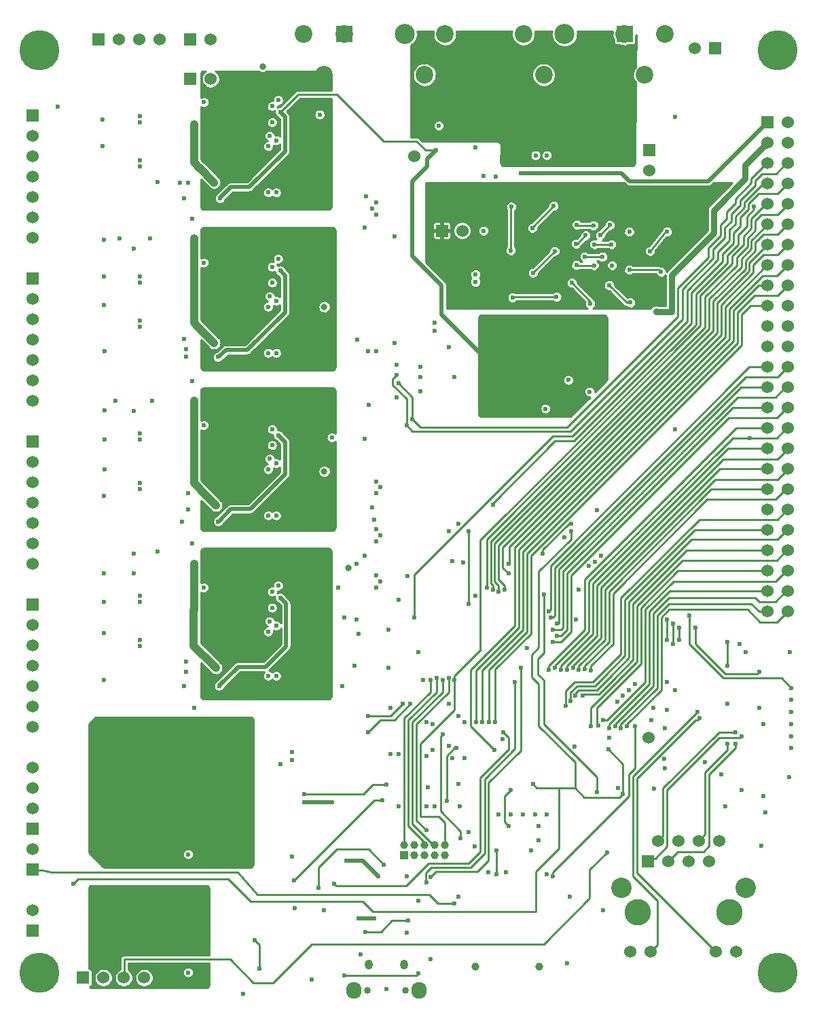
<source format=gbr>
G04 (created by PCBNEW (2013-05-18 BZR 4017)-stable) date Thu 19 Mar 2015 11:10:09 GMT*
%MOIN*%
G04 Gerber Fmt 3.4, Leading zero omitted, Abs format*
%FSLAX34Y34*%
G01*
G70*
G90*
G04 APERTURE LIST*
%ADD10C,0.00590551*%
%ADD11C,0.1969*%
%ADD12O,0.0394X0.0492*%
%ADD13O,0.0748X0.0827*%
%ADD14C,0.0335*%
%ADD15R,0.06X0.06*%
%ADD16C,0.06*%
%ADD17R,0.0394X0.0394*%
%ADD18C,0.0394*%
%ADD19C,0.1299*%
%ADD20C,0.1*%
%ADD21C,0.0315*%
%ADD22R,0.0787X0.0787*%
%ADD23C,0.0984*%
%ADD24C,0.0866*%
%ADD25C,0.0236*%
%ADD26C,0.01*%
%ADD27C,0.03*%
%ADD28C,0.02*%
%ADD29C,0.04*%
%ADD30C,0.015*%
G04 APERTURE END LIST*
G54D10*
G54D11*
X2754Y1575D03*
G54D12*
X18905Y1968D03*
X20657Y1968D03*
G54D13*
X21395Y716D03*
X18167Y716D03*
G54D14*
X20716Y716D03*
X18846Y716D03*
G54D15*
X2429Y43625D03*
G54D16*
X2429Y42625D03*
X2429Y41625D03*
X2429Y40625D03*
X2429Y39625D03*
X2429Y38625D03*
X2429Y37625D03*
G54D15*
X2429Y35625D03*
G54D16*
X2429Y34625D03*
X2429Y33625D03*
X2429Y32625D03*
X2429Y31625D03*
X2429Y30625D03*
X2429Y29625D03*
G54D15*
X2429Y27625D03*
G54D16*
X2429Y26625D03*
X2429Y25625D03*
X2429Y24625D03*
X2429Y23625D03*
X2429Y22625D03*
X2429Y21625D03*
G54D15*
X2429Y19625D03*
G54D16*
X2429Y18625D03*
X2429Y17625D03*
X2429Y16625D03*
X2429Y15625D03*
X2429Y14625D03*
X2429Y13625D03*
G54D15*
X35911Y46929D03*
G54D16*
X34911Y46929D03*
G54D17*
X20651Y7329D03*
G54D18*
X20651Y7829D03*
X21151Y7329D03*
X21151Y7829D03*
X21651Y7329D03*
X21651Y7829D03*
X22151Y7329D03*
X22151Y7829D03*
X22651Y7329D03*
X22651Y7829D03*
X24140Y1870D03*
X27282Y1870D03*
G54D15*
X38474Y43299D03*
G54D16*
X39474Y43299D03*
X38474Y38299D03*
X39474Y42299D03*
X38474Y37299D03*
X39474Y41299D03*
X38474Y36299D03*
X39474Y40299D03*
X38474Y35299D03*
X39474Y39299D03*
X38474Y34299D03*
X39474Y38299D03*
X38474Y33299D03*
X39474Y37299D03*
X38474Y32299D03*
X39474Y36299D03*
X38474Y31299D03*
X39474Y35299D03*
X38474Y30299D03*
X39474Y34299D03*
X38474Y29299D03*
X39474Y33299D03*
X38474Y28299D03*
X39474Y32299D03*
X39474Y31299D03*
X38474Y27299D03*
X39474Y30299D03*
X39474Y28299D03*
X39474Y27299D03*
X39474Y26299D03*
X39474Y25299D03*
X38474Y26299D03*
X38474Y25299D03*
X38474Y42299D03*
X38474Y41299D03*
X38474Y40299D03*
X38474Y39299D03*
X38474Y24299D03*
X39474Y24299D03*
X39474Y29299D03*
X38474Y23299D03*
X39474Y23299D03*
X38474Y22299D03*
X39474Y22299D03*
X38474Y21299D03*
X39474Y21299D03*
X38474Y20299D03*
X39474Y20299D03*
X38474Y19299D03*
X39474Y19299D03*
G54D19*
X32098Y4528D03*
X36598Y4528D03*
G54D16*
X36098Y8028D03*
X35600Y7028D03*
X35098Y8028D03*
X34600Y7028D03*
X34098Y8028D03*
X33600Y7028D03*
X33098Y8028D03*
G54D20*
X31298Y5729D03*
X37398Y5728D03*
G54D16*
X35956Y2599D03*
X32740Y2599D03*
X36956Y2599D03*
X31740Y2599D03*
G54D15*
X32600Y7028D03*
G54D21*
X16730Y26181D03*
X13700Y46038D03*
X16730Y34252D03*
X17900Y21438D03*
G54D15*
X32696Y41944D03*
G54D16*
X32696Y40944D03*
X32638Y13104D03*
X21148Y41630D03*
G54D15*
X22500Y37988D03*
G54D16*
X23500Y37988D03*
G54D15*
X4888Y1328D03*
G54D16*
X5888Y1328D03*
X6888Y1328D03*
X7888Y1328D03*
G54D11*
X38974Y46850D03*
X38974Y1575D03*
X2754Y46850D03*
G54D15*
X2429Y8625D03*
G54D16*
X2429Y9625D03*
X2429Y10625D03*
X2429Y11625D03*
G54D15*
X2429Y6625D03*
G54D16*
X2429Y7625D03*
G54D15*
X2429Y3625D03*
G54D16*
X2429Y4625D03*
G54D22*
X31476Y47638D03*
G54D23*
X28524Y47638D03*
G54D24*
X32450Y45638D03*
X33450Y47638D03*
X31450Y47638D03*
X16700Y45638D03*
X17700Y47638D03*
X15700Y47638D03*
X21650Y45638D03*
X22650Y47638D03*
X20650Y47638D03*
X27500Y45638D03*
X28500Y47638D03*
X26500Y47638D03*
G54D22*
X17715Y47638D03*
G54D23*
X20667Y47638D03*
G54D15*
X5650Y47388D03*
G54D16*
X6650Y47388D03*
X7650Y47388D03*
X8650Y47388D03*
G54D15*
X10150Y47388D03*
G54D16*
X11150Y47388D03*
G54D15*
X10150Y45438D03*
G54D16*
X11150Y45438D03*
G54D25*
X32720Y36988D03*
X31700Y37938D03*
X27990Y39198D03*
X28040Y36988D03*
X29510Y36718D03*
X26980Y35918D03*
X29940Y38248D03*
X30740Y38258D03*
X28880Y35428D03*
X25890Y37018D03*
X30860Y36288D03*
X33260Y35958D03*
X26940Y38118D03*
X29100Y36298D03*
X29130Y38278D03*
X30380Y36698D03*
X28130Y34738D03*
X29970Y36288D03*
X25970Y34708D03*
X30820Y37318D03*
X33550Y37938D03*
X29090Y37348D03*
X30270Y37758D03*
X29990Y37318D03*
X29790Y34398D03*
X25910Y39158D03*
X31750Y34458D03*
X30720Y35308D03*
X31700Y36068D03*
X29560Y37758D03*
X33000Y34038D03*
X25293Y9350D03*
X25648Y6496D03*
X27655Y9350D03*
X27262Y8071D03*
X26868Y7579D03*
X27655Y6398D03*
X30411Y4626D03*
X23375Y9725D03*
X23817Y8465D03*
X24112Y7776D03*
X20766Y3543D03*
X39663Y13780D03*
X31159Y10650D03*
X33462Y13583D03*
X36218Y11319D03*
X39663Y14961D03*
X37399Y17323D03*
X33955Y15453D03*
X33561Y15846D03*
X22144Y9744D03*
X22045Y13780D03*
X18900Y29438D03*
X23129Y30807D03*
X25270Y30882D03*
X25742Y30890D03*
X25522Y30579D03*
X25289Y31630D03*
X26435Y29827D03*
X18896Y32087D03*
X20176Y32480D03*
X20372Y12303D03*
X22833Y12697D03*
X23620Y12106D03*
X31396Y15157D03*
X29722Y21555D03*
X23029Y21772D03*
X16100Y1238D03*
X11569Y15650D03*
X27195Y30862D03*
X25057Y32213D03*
X26360Y30854D03*
X13974Y24016D03*
X13974Y18307D03*
X11605Y39567D03*
X21750Y9744D03*
X9840Y15650D03*
X14565Y11811D03*
X13974Y34252D03*
X11529Y23720D03*
X14368Y18602D03*
X14565Y43799D03*
X14368Y31988D03*
X14466Y27953D03*
X15297Y4752D03*
X13974Y42126D03*
X13974Y26280D03*
X14368Y34547D03*
X14368Y24016D03*
X14368Y42421D03*
X14368Y26575D03*
X13974Y16142D03*
X14565Y19980D03*
X20372Y9744D03*
X13974Y31988D03*
X13974Y39862D03*
X11506Y31791D03*
X22207Y41933D03*
X32911Y10591D03*
X9742Y23720D03*
X14368Y16142D03*
X14565Y36024D03*
X9840Y39567D03*
X9939Y31791D03*
X14368Y39862D03*
X22350Y43138D03*
X24148Y35480D03*
X26390Y40813D03*
X22139Y33470D03*
X15746Y9941D03*
X22144Y33071D03*
X19388Y6299D03*
X24159Y35846D03*
X17124Y9941D03*
X17813Y7087D03*
X23541Y21693D03*
X21750Y12205D03*
X31100Y14862D03*
X21750Y13878D03*
X18305Y18898D03*
X30313Y22047D03*
X23029Y12106D03*
X28640Y16437D03*
X29525Y16476D03*
X29821Y16398D03*
X17204Y5946D03*
X25531Y13366D03*
X29014Y12677D03*
X28581Y14685D03*
X30600Y7488D03*
X28817Y14921D03*
X28344Y16437D03*
X30334Y41563D03*
X29709Y41581D03*
X29691Y42859D03*
X30991Y42224D03*
X29367Y41846D03*
X28966Y41599D03*
X30622Y41851D03*
X30591Y42566D03*
X29385Y42553D03*
X29065Y42859D03*
X30622Y43151D03*
X30973Y43498D03*
X29020Y42184D03*
X29655Y42206D03*
X30271Y43489D03*
X30969Y42868D03*
X29380Y43169D03*
X30010Y41860D03*
X31032Y41590D03*
X29574Y43471D03*
X30334Y42197D03*
X28948Y43484D03*
X30303Y42863D03*
X29992Y43178D03*
X29968Y42559D03*
X28525Y22953D03*
X32768Y13982D03*
X18896Y13386D03*
X20962Y14764D03*
X18896Y14173D03*
X20569Y14764D03*
X5510Y12598D03*
X6298Y9843D03*
X8659Y12598D03*
X7085Y9843D03*
X9447Y11811D03*
X6691Y9449D03*
X7872Y11811D03*
X8659Y11024D03*
X8659Y11811D03*
X8266Y12205D03*
X5903Y12205D03*
X6691Y10236D03*
X9447Y11024D03*
X6297Y9055D03*
X7872Y9449D03*
X7478Y12205D03*
X8266Y10630D03*
X5510Y10630D03*
X7085Y10630D03*
X9840Y12205D03*
X10234Y12598D03*
X7872Y11024D03*
X8266Y9843D03*
X9447Y12598D03*
X6297Y10630D03*
X7085Y12598D03*
X6297Y12598D03*
X5903Y10236D03*
X7085Y11811D03*
X9053Y10630D03*
X7085Y9055D03*
X9053Y9843D03*
X6297Y11811D03*
X6691Y12205D03*
X8659Y9449D03*
X8561Y10236D03*
X7872Y12598D03*
X10234Y11811D03*
X9447Y9449D03*
X5510Y11811D03*
X5510Y9843D03*
X9053Y12205D03*
X10825Y20472D03*
X19486Y20768D03*
X19289Y20472D03*
X9939Y16831D03*
X15746Y10335D03*
X19787Y10813D03*
X14466Y20571D03*
X19289Y21063D03*
X14171Y20276D03*
X17714Y18996D03*
X10333Y14567D03*
X23108Y4980D03*
X38088Y14567D03*
X37104Y17717D03*
X29230Y20374D03*
X38285Y13780D03*
X38088Y16339D03*
X34939Y18504D03*
X34644Y19094D03*
X39663Y15551D03*
X33856Y17717D03*
X33856Y18701D03*
X33561Y18898D03*
X33561Y17913D03*
X34151Y17913D03*
X34151Y18504D03*
X9660Y3388D03*
X8640Y3378D03*
X8563Y4331D03*
X7520Y4348D03*
X8220Y3848D03*
X8080Y4818D03*
X8540Y5268D03*
X9570Y5288D03*
X9090Y4818D03*
X9190Y3918D03*
X9600Y4378D03*
X7520Y5188D03*
X7500Y3388D03*
X22732Y10004D03*
X15254Y6102D03*
X19573Y10039D03*
X23226Y12598D03*
X27592Y29252D03*
X24150Y42088D03*
X18500Y2488D03*
X21950Y2238D03*
X27065Y9350D03*
X31691Y15453D03*
X33561Y14469D03*
X32872Y14567D03*
X23305Y14173D03*
X22833Y14764D03*
X21573Y15945D03*
X29090Y18923D03*
X11809Y17323D03*
X11809Y20079D03*
X11809Y25295D03*
X12200Y27851D03*
X11809Y27657D03*
X11809Y28051D03*
X11809Y33268D03*
X11809Y35630D03*
X11809Y36024D03*
X12201Y35825D03*
X20372Y19882D03*
X15352Y17815D03*
X21456Y30807D03*
X15451Y33858D03*
X15451Y41634D03*
X12750Y538D03*
X21356Y5118D03*
X20766Y6299D03*
X23325Y5315D03*
X28640Y2047D03*
X39565Y17323D03*
X39663Y14370D03*
X36514Y14764D03*
X39663Y12598D03*
X39663Y13189D03*
X39550Y11188D03*
X38167Y7815D03*
X38384Y9449D03*
X37203Y10531D03*
X36415Y9744D03*
X35431Y11909D03*
X33462Y11614D03*
X28777Y5295D03*
X27262Y8760D03*
X26474Y9350D03*
X16730Y4626D03*
X24782Y6496D03*
X19978Y12303D03*
X25884Y9350D03*
X23325Y10827D03*
X21800Y10666D03*
X23620Y13878D03*
X22045Y12500D03*
X19978Y14567D03*
X19880Y16535D03*
X18207Y16634D03*
X7675Y19783D03*
X18403Y18209D03*
X19880Y18406D03*
X21356Y17323D03*
X30018Y21752D03*
X17419Y20472D03*
X24132Y20079D03*
X18699Y22047D03*
X22833Y23228D03*
X19092Y24409D03*
X11809Y24902D03*
X22844Y32280D03*
X20273Y29823D03*
X21456Y31299D03*
X20273Y31398D03*
X34469Y39243D03*
X27100Y41688D03*
X11809Y41142D03*
X11415Y44488D03*
X3650Y44088D03*
X27650Y41688D03*
X24550Y40688D03*
X25150Y40638D03*
X5900Y21188D03*
X5900Y19788D03*
X5900Y18238D03*
X5900Y15938D03*
X7675Y27756D03*
X5950Y29188D03*
X5950Y27738D03*
X5950Y26288D03*
X5900Y24988D03*
X7675Y35728D03*
X5900Y35738D03*
X5900Y34338D03*
X5950Y32088D03*
X5900Y37538D03*
X6691Y37598D03*
X5850Y42138D03*
X7675Y43602D03*
X5850Y43438D03*
X12596Y40748D03*
X7675Y41437D03*
X11809Y44685D03*
X12596Y27657D03*
X12200Y16735D03*
X12596Y16929D03*
X11809Y34252D03*
X12596Y28051D03*
X21455Y30118D03*
X38285Y10236D03*
X15155Y7283D03*
X12596Y41535D03*
X12596Y17323D03*
X15155Y12008D03*
X12596Y33268D03*
X13384Y20965D03*
X7675Y28051D03*
X7675Y17618D03*
X13777Y20768D03*
X12596Y42126D03*
X12203Y19291D03*
X12596Y20079D03*
X11415Y20768D03*
X13384Y36909D03*
X28718Y30657D03*
X12203Y26673D03*
X8561Y22244D03*
X12202Y40945D03*
X12201Y33071D03*
X11809Y26969D03*
X11022Y28937D03*
X11809Y33661D03*
X12203Y20768D03*
X12596Y25295D03*
X13777Y44488D03*
X12200Y17520D03*
X12202Y41339D03*
X14171Y36909D03*
X11418Y28737D03*
X15451Y25787D03*
X12990Y20768D03*
X23325Y23622D03*
X11809Y20965D03*
X7675Y41142D03*
X7380Y21161D03*
X11809Y41535D03*
X12596Y18996D03*
X7675Y35433D03*
X10037Y24311D03*
X11809Y43898D03*
X12203Y35236D03*
X13777Y36713D03*
X12200Y25492D03*
X15943Y36319D03*
X7675Y43307D03*
X14171Y20965D03*
X12596Y43898D03*
X12201Y33465D03*
X8167Y37598D03*
X12596Y33661D03*
X11809Y25689D03*
X12596Y26969D03*
X7380Y37106D03*
X11022Y44685D03*
X11809Y42126D03*
X7675Y25295D03*
X11022Y36909D03*
X12596Y26378D03*
X12596Y20965D03*
X12990Y44488D03*
X7675Y33563D03*
X15844Y28248D03*
X12202Y43700D03*
X12201Y36711D03*
X11809Y18996D03*
X11415Y36713D03*
X12596Y41142D03*
X12990Y28740D03*
X10037Y40354D03*
X11809Y16929D03*
X11809Y28937D03*
X14171Y28937D03*
X11809Y42815D03*
X12596Y17717D03*
X12203Y41831D03*
X12200Y24708D03*
X7675Y20079D03*
X12596Y24902D03*
X12203Y34547D03*
X12596Y18406D03*
X7380Y29134D03*
X15549Y20866D03*
X34469Y38130D03*
X11809Y26378D03*
X12596Y28937D03*
X12596Y36024D03*
X12990Y36713D03*
X6494Y29626D03*
X12203Y27264D03*
X14171Y44685D03*
X12596Y44685D03*
X11809Y36909D03*
X12596Y32874D03*
X17616Y15650D03*
X12596Y35630D03*
X13384Y28937D03*
X7675Y33268D03*
X12202Y40552D03*
X12596Y34252D03*
X9939Y16339D03*
X12596Y34941D03*
X13384Y44685D03*
X12203Y18701D03*
X12203Y42520D03*
X12203Y43110D03*
X11809Y43504D03*
X12203Y33957D03*
X12596Y36909D03*
X12596Y42815D03*
X9939Y32185D03*
X12203Y26083D03*
X7380Y22146D03*
X11809Y19685D03*
X11022Y20965D03*
X15844Y44094D03*
X15155Y12402D03*
X12200Y28737D03*
X11809Y32874D03*
X8266Y29626D03*
X12200Y17126D03*
X11809Y34941D03*
X12201Y32679D03*
X13777Y28740D03*
X12200Y25098D03*
X11809Y18406D03*
X12596Y25689D03*
X12202Y44487D03*
X7675Y25591D03*
X12203Y18110D03*
X12203Y19882D03*
X12596Y43504D03*
X7675Y17913D03*
X12596Y19685D03*
X11809Y40748D03*
X11809Y17717D03*
X25195Y6398D03*
X25195Y7579D03*
X31986Y13681D03*
X31986Y15748D03*
X27951Y6299D03*
X14171Y43307D03*
X14053Y42638D03*
X14171Y35433D03*
X14053Y34764D03*
X14053Y18819D03*
X14171Y19488D03*
X14171Y27461D03*
X14053Y26791D03*
X35037Y14370D03*
X37203Y13189D03*
X36907Y12795D03*
X36514Y12795D03*
X36514Y16634D03*
X36514Y17815D03*
X35136Y14075D03*
X36907Y13386D03*
X19781Y787D03*
X21947Y15945D03*
X30100Y10438D03*
X27500Y20138D03*
X17700Y1438D03*
X21350Y1538D03*
X22537Y15945D03*
X21750Y8563D03*
X22833Y16043D03*
X22242Y16043D03*
X25470Y13030D03*
X33423Y12067D03*
X24998Y20374D03*
X24703Y20472D03*
X28836Y23622D03*
X27459Y22146D03*
X27754Y16437D03*
X33950Y28238D03*
X37600Y27814D03*
X28049Y16535D03*
X29053Y15157D03*
X29427Y15157D03*
X29821Y13681D03*
X30175Y13720D03*
X30411Y13957D03*
X30707Y13583D03*
X31002Y13681D03*
X31297Y13583D03*
X31592Y13681D03*
X24171Y13858D03*
X27754Y19291D03*
X24486Y13858D03*
X24801Y13858D03*
X25116Y13858D03*
X25096Y12500D03*
X18350Y32638D03*
X18700Y38138D03*
X16500Y43688D03*
X20800Y21038D03*
X16450Y5738D03*
X13300Y3188D03*
X19650Y6888D03*
X13550Y1788D03*
X37829Y39173D03*
X23128Y15945D03*
X25785Y21654D03*
X25588Y20374D03*
X27951Y17815D03*
X28148Y18110D03*
X28148Y18701D03*
X27852Y18996D03*
X27951Y18406D03*
X20766Y28445D03*
X23817Y19685D03*
X23817Y23228D03*
X20273Y30906D03*
X29230Y16437D03*
X21061Y28740D03*
X20372Y30512D03*
X28935Y16535D03*
X25785Y21161D03*
X25293Y20276D03*
X23423Y8169D03*
X22537Y13287D03*
X20864Y4134D03*
X18750Y3588D03*
X26376Y16535D03*
X21962Y6285D03*
X21733Y5993D03*
X26081Y15846D03*
X21159Y18996D03*
X24998Y24528D03*
X19191Y4232D03*
X18403Y4232D03*
X25884Y10531D03*
X25785Y8760D03*
X4400Y5938D03*
X31396Y10354D03*
X26966Y10827D03*
X30118Y24264D03*
X28836Y23228D03*
X30667Y12539D03*
X24550Y37988D03*
X29750Y30088D03*
X10050Y7388D03*
X10050Y1588D03*
X33950Y43588D03*
X10334Y41829D03*
X10333Y18012D03*
X10333Y19390D03*
X10579Y33218D03*
X10333Y25984D03*
X11317Y32480D03*
X10333Y35335D03*
X10333Y27362D03*
X10333Y37598D03*
X10972Y16978D03*
X11415Y24508D03*
X10333Y43209D03*
X10333Y33957D03*
X11317Y40354D03*
X11415Y16535D03*
X10333Y29626D03*
X10972Y24951D03*
X10333Y21654D03*
X10628Y41043D03*
X10825Y28445D03*
X19486Y23031D03*
X10037Y25098D03*
X19289Y22736D03*
X17100Y27838D03*
X18700Y27788D03*
X19289Y23327D03*
X14171Y28248D03*
X10234Y22638D03*
X18305Y21654D03*
X19486Y25394D03*
X10825Y36417D03*
X19289Y25098D03*
X9840Y32677D03*
X19289Y32087D03*
X14466Y36614D03*
X19289Y25689D03*
X14171Y36220D03*
X10234Y30610D03*
X19191Y23819D03*
X10825Y44291D03*
X19092Y39075D03*
X9644Y40354D03*
X19289Y38780D03*
X8550Y40388D03*
X14466Y44390D03*
X18797Y39665D03*
X14171Y44094D03*
X19289Y39370D03*
X10234Y38583D03*
X20175Y37697D03*
X30726Y13091D03*
X26671Y17520D03*
G54D26*
X33150Y36068D02*
X31700Y36068D01*
X30270Y37788D02*
X30270Y37758D01*
X26000Y34738D02*
X28130Y34738D01*
X25910Y39158D02*
X25890Y39138D01*
X29100Y36298D02*
X29110Y36288D01*
X33470Y37938D02*
X33550Y37938D01*
X29110Y36288D02*
X29970Y36288D01*
X31570Y34458D02*
X31750Y34458D01*
X33260Y35958D02*
X33150Y36068D01*
X28040Y36988D02*
X26980Y35928D01*
X26940Y38148D02*
X26940Y38118D01*
X25970Y34708D02*
X26000Y34738D01*
X30720Y35308D02*
X31570Y34458D01*
X25890Y39138D02*
X25890Y37018D01*
X30360Y36718D02*
X29510Y36718D01*
X29560Y37758D02*
X29150Y37348D01*
X26980Y35928D02*
X26980Y35918D01*
X30380Y36698D02*
X30360Y36718D01*
X29160Y38248D02*
X29940Y38248D01*
X32720Y36988D02*
X33470Y37938D01*
X28880Y35428D02*
X29790Y34518D01*
X29790Y34518D02*
X29790Y34398D01*
X29990Y37318D02*
X30820Y37318D01*
X29130Y38278D02*
X29160Y38248D01*
X30740Y38258D02*
X30270Y37788D01*
X29150Y37348D02*
X29090Y37348D01*
X27990Y39198D02*
X26940Y38148D01*
G54D27*
X35840Y37870D02*
X35840Y38984D01*
X38474Y42299D02*
X37396Y41221D01*
X33790Y35820D02*
X33790Y34008D01*
X35840Y38984D02*
X37396Y40540D01*
X37396Y40540D02*
X37396Y41221D01*
X35840Y37870D02*
X33790Y35820D01*
X33000Y34038D02*
X33030Y34008D01*
X33030Y34008D02*
X33790Y34008D01*
G54D28*
X11569Y15650D02*
X11569Y15657D01*
X14850Y19695D02*
X14565Y19980D01*
X14850Y17588D02*
X14850Y19695D01*
X13850Y16588D02*
X14850Y17588D01*
X12500Y16588D02*
X13850Y16588D01*
X11569Y15657D02*
X12500Y16588D01*
X11529Y23720D02*
X11532Y23720D01*
X14800Y27619D02*
X14466Y27953D01*
X14800Y26038D02*
X14800Y27619D01*
X13100Y24338D02*
X14800Y26038D01*
X12150Y24338D02*
X13100Y24338D01*
X11532Y23720D02*
X12150Y24338D01*
X11506Y31791D02*
X11553Y31791D01*
X14800Y35789D02*
X14565Y36024D01*
X14800Y33988D02*
X14800Y35789D01*
X12950Y32138D02*
X14800Y33988D01*
X11900Y32138D02*
X12950Y32138D01*
X11553Y31791D02*
X11900Y32138D01*
X11605Y39567D02*
X11605Y39593D01*
X14800Y43564D02*
X14565Y43799D01*
X14800Y41888D02*
X14800Y43564D01*
X13050Y40138D02*
X14800Y41888D01*
X12150Y40138D02*
X13050Y40138D01*
X11605Y39593D02*
X12150Y40138D01*
G54D26*
X17350Y44688D02*
X15454Y44688D01*
X15454Y44688D02*
X14565Y43799D01*
X22207Y41933D02*
X21705Y41933D01*
X19650Y42388D02*
X17350Y44688D01*
X21250Y42388D02*
X19650Y42388D01*
X21705Y41933D02*
X21250Y42388D01*
G54D28*
X21050Y40390D02*
X21050Y36748D01*
G54D26*
X32911Y10591D02*
X32911Y10571D01*
G54D28*
X22490Y33869D02*
X24711Y31648D01*
X22490Y35308D02*
X22490Y33869D01*
X22207Y41933D02*
X21787Y41513D01*
X21787Y41127D02*
X21050Y40390D01*
X21787Y41513D02*
X21787Y41127D01*
X21050Y36748D02*
X22490Y35308D01*
X36612Y41437D02*
X36553Y41378D01*
X17813Y7087D02*
X18600Y7087D01*
X17124Y9941D02*
X15746Y9941D01*
X36612Y41437D02*
X35583Y40408D01*
X38474Y43299D02*
X36612Y41437D01*
X31310Y40813D02*
X26390Y40813D01*
X35583Y40408D02*
X31715Y40408D01*
X31715Y40408D02*
X31310Y40813D01*
X18600Y7087D02*
X19388Y6299D01*
G54D26*
X39474Y27299D02*
X39474Y27272D01*
X38974Y26772D02*
X36317Y26772D01*
X30116Y18110D02*
X28640Y16634D01*
X28640Y16634D02*
X28640Y16437D01*
X36317Y26772D02*
X30116Y20571D01*
X30116Y20571D02*
X30116Y18110D01*
X39474Y27272D02*
X38974Y26772D01*
X35729Y25299D02*
X30707Y20277D01*
X30707Y17815D02*
X29525Y16633D01*
X29525Y16633D02*
X29525Y16476D01*
X30707Y20277D02*
X30707Y17815D01*
X38474Y25299D02*
X35729Y25299D01*
X30903Y17716D02*
X29821Y16634D01*
X38875Y24803D02*
X35527Y24803D01*
X35527Y24803D02*
X30903Y20179D01*
X29821Y16634D02*
X29821Y16398D01*
X30903Y20179D02*
X30903Y17716D01*
X39474Y25299D02*
X39371Y25299D01*
X39371Y25299D02*
X38875Y24803D01*
X17302Y5848D02*
X17204Y5946D01*
X17302Y5848D02*
X17651Y5848D01*
X24380Y7512D02*
X23799Y6931D01*
X23799Y6931D02*
X21845Y6931D01*
X20762Y5848D02*
X17651Y5848D01*
X21845Y6931D02*
X20762Y5848D01*
X24380Y11144D02*
X24380Y8848D01*
X25783Y12907D02*
X25783Y12547D01*
X24380Y8848D02*
X24380Y7512D01*
X25783Y13114D02*
X25531Y13366D01*
X17564Y5848D02*
X17562Y5846D01*
X25783Y12547D02*
X24380Y11144D01*
X17651Y5848D02*
X17564Y5848D01*
X25783Y12907D02*
X25783Y13114D01*
X28581Y15396D02*
X29031Y15846D01*
X31297Y17223D02*
X30313Y16239D01*
X38974Y23819D02*
X35136Y23819D01*
X30313Y16239D02*
X30313Y16240D01*
X39474Y24299D02*
X39454Y24299D01*
X28581Y14685D02*
X28581Y15396D01*
X29031Y15846D02*
X29919Y15846D01*
X35136Y23819D02*
X31297Y19980D01*
X39454Y24299D02*
X38974Y23819D01*
X30313Y16240D02*
X29919Y15846D01*
X31297Y19980D02*
X31297Y17223D01*
X6900Y2238D02*
X6900Y1340D01*
X16100Y2988D02*
X14200Y1088D01*
X14200Y1088D02*
X13250Y1088D01*
X13250Y1088D02*
X12100Y2238D01*
X12100Y2238D02*
X6900Y2238D01*
X27500Y2988D02*
X16250Y2988D01*
X29750Y5238D02*
X27500Y2988D01*
X29750Y6638D02*
X29750Y5238D01*
X30600Y7488D02*
X29750Y6638D01*
X16250Y2988D02*
X16100Y2988D01*
X6900Y1340D02*
X6888Y1328D01*
X38474Y23299D02*
X34912Y23299D01*
X30510Y16142D02*
X30018Y15650D01*
X31494Y19881D02*
X31494Y17126D01*
X28817Y14921D02*
X28817Y15335D01*
X30510Y16142D02*
X30510Y16142D01*
X29132Y15650D02*
X30018Y15650D01*
X31494Y17126D02*
X30510Y16142D01*
X28817Y15335D02*
X29132Y15650D01*
X34912Y23299D02*
X31494Y19881D01*
X36549Y27299D02*
X29919Y20669D01*
X29919Y20669D02*
X29919Y18209D01*
X28344Y16634D02*
X28344Y16437D01*
X29919Y18209D02*
X28344Y16634D01*
X38474Y27299D02*
X36549Y27299D01*
X30361Y42224D02*
X30991Y42224D01*
X29020Y42184D02*
X29042Y42206D01*
X29120Y41599D02*
X28966Y41599D01*
X29990Y41538D02*
X29990Y41158D01*
X29691Y42859D02*
X29695Y42863D01*
X30969Y42868D02*
X30686Y43151D01*
X30334Y41563D02*
X30015Y41563D01*
X29727Y41563D02*
X30334Y41563D01*
X29385Y42553D02*
X29371Y42553D01*
X30015Y41563D02*
X29990Y41538D01*
X29968Y42559D02*
X29977Y42568D01*
X28961Y43471D02*
X29574Y43471D01*
X29983Y43169D02*
X29380Y43169D01*
X29992Y43178D02*
X29983Y43169D01*
X30686Y43151D02*
X30622Y43151D01*
X29709Y41581D02*
X29727Y41563D01*
X29042Y42206D02*
X29655Y42206D01*
X29977Y42568D02*
X30591Y42566D01*
X30622Y41851D02*
X30613Y41860D01*
X29695Y42863D02*
X30303Y42863D01*
X29371Y42553D02*
X29065Y42859D01*
X30271Y43489D02*
X30280Y43498D01*
X30280Y43498D02*
X30973Y43498D01*
X30334Y42197D02*
X30361Y42224D01*
X28948Y43484D02*
X28961Y43471D01*
X30613Y41860D02*
X30010Y41860D01*
X29367Y41846D02*
X29120Y41599D01*
X19486Y13976D02*
X20175Y13976D01*
X20175Y13976D02*
X20962Y14764D01*
X18896Y13386D02*
X19486Y13976D01*
X18896Y14173D02*
X19978Y14173D01*
X20569Y14764D02*
X19978Y14173D01*
X6298Y9843D02*
X6297Y9843D01*
X18639Y10335D02*
X19117Y10813D01*
X15746Y10335D02*
X18639Y10335D01*
X19117Y10813D02*
X19787Y10813D01*
X3352Y6497D02*
X2896Y6591D01*
X2896Y6591D02*
X2429Y6625D01*
X21888Y5393D02*
X13464Y5393D01*
X13464Y5393D02*
X12500Y6488D01*
X12484Y6504D02*
X3352Y6497D01*
X12500Y6488D02*
X12484Y6504D01*
X22301Y4980D02*
X21888Y5393D01*
X23108Y4980D02*
X22301Y4980D01*
X21888Y5393D02*
X21887Y5394D01*
X36416Y16240D02*
X34939Y17717D01*
X38088Y16339D02*
X37989Y16240D01*
X34939Y17717D02*
X34939Y18504D01*
X37989Y16240D02*
X36416Y16240D01*
X36317Y16043D02*
X34644Y17716D01*
X39171Y16043D02*
X36317Y16043D01*
X34644Y17716D02*
X34644Y19094D01*
X39663Y15551D02*
X39171Y16043D01*
X33856Y18701D02*
X33856Y17717D01*
X33561Y18898D02*
X33561Y17913D01*
X34151Y18504D02*
X34151Y17913D01*
X7510Y3378D02*
X8640Y3378D01*
X9190Y3858D02*
X9190Y3918D01*
X9660Y3388D02*
X9190Y3858D01*
X8610Y4378D02*
X9600Y4378D01*
X7500Y3388D02*
X7510Y3378D01*
X8563Y4331D02*
X8610Y4378D01*
X8220Y3848D02*
X7720Y4348D01*
X7600Y5268D02*
X8540Y5268D01*
X9090Y4818D02*
X8080Y4818D01*
X7520Y5188D02*
X7600Y5268D01*
X7720Y4348D02*
X7520Y4348D01*
X23127Y12598D02*
X23226Y12598D01*
X15254Y6102D02*
X19191Y10039D01*
X22732Y10004D02*
X22734Y12205D01*
X19191Y10039D02*
X19573Y10039D01*
X22734Y12205D02*
X23127Y12598D01*
X15451Y44094D02*
X15844Y44094D01*
X25195Y6398D02*
X25195Y7579D01*
X27951Y6496D02*
X28148Y6693D01*
X27951Y6299D02*
X27951Y6496D01*
X28148Y6693D02*
X31691Y10236D01*
X31986Y11615D02*
X31986Y13681D01*
X31691Y10236D02*
X31691Y11320D01*
X31691Y11320D02*
X31986Y11615D01*
X35037Y14370D02*
X31888Y11221D01*
X33069Y5119D02*
X33069Y2928D01*
X31888Y11221D02*
X31888Y6300D01*
X31888Y6300D02*
X33069Y5119D01*
X33069Y2928D02*
X32740Y2599D01*
X36101Y13091D02*
X33561Y10551D01*
X32971Y7186D02*
X32758Y7186D01*
X32600Y7028D02*
X32758Y7186D01*
X37203Y13189D02*
X37202Y13189D01*
X37202Y13189D02*
X37104Y13091D01*
X37104Y13091D02*
X36101Y13091D01*
X32971Y7186D02*
X33561Y7776D01*
X33561Y7776D02*
X33561Y10551D01*
X36848Y12539D02*
X36907Y12598D01*
X34093Y7520D02*
X35352Y7520D01*
X35352Y7520D02*
X35628Y7796D01*
X33601Y7028D02*
X34093Y7520D01*
X35628Y7796D02*
X35628Y11319D01*
X33600Y7028D02*
X33601Y7028D01*
X36907Y12598D02*
X36907Y12795D01*
X36848Y12539D02*
X35628Y11319D01*
X36475Y12461D02*
X36514Y12500D01*
X35431Y8361D02*
X35098Y8028D01*
X36514Y12500D02*
X36514Y12795D01*
X36474Y12461D02*
X35431Y11418D01*
X35431Y11418D02*
X35431Y8361D01*
X36474Y12461D02*
X36475Y12461D01*
X36514Y16634D02*
X36514Y17815D01*
X32085Y6470D02*
X35956Y2599D01*
X34938Y13976D02*
X32085Y11123D01*
X32085Y11123D02*
X32085Y6470D01*
X35136Y14075D02*
X35037Y13976D01*
X35037Y13976D02*
X34938Y13976D01*
X33364Y8294D02*
X33098Y8028D01*
X36907Y13386D02*
X36120Y13386D01*
X36120Y13386D02*
X33364Y10630D01*
X33364Y10630D02*
X33364Y8294D01*
X19779Y785D02*
X19781Y787D01*
X19790Y785D02*
X19779Y785D01*
X20651Y7829D02*
X20651Y14059D01*
X21947Y15355D02*
X21947Y15945D01*
X20651Y14059D02*
X21947Y15355D01*
X27500Y15938D02*
X27500Y15588D01*
X30100Y11188D02*
X30100Y10438D01*
X27500Y15588D02*
X27500Y13788D01*
X27500Y18188D02*
X27500Y17438D01*
X27500Y20138D02*
X27500Y18188D01*
X27500Y13788D02*
X28800Y12488D01*
X28800Y12488D02*
X30100Y11188D01*
X21250Y1438D02*
X17700Y1438D01*
X21350Y1538D02*
X21250Y1438D01*
X27200Y16488D02*
X27200Y16238D01*
X27200Y16238D02*
X27250Y16188D01*
X27250Y16188D02*
X27500Y15938D01*
X27200Y16988D02*
X27500Y17288D01*
X27500Y17288D02*
X27500Y17438D01*
X27200Y16488D02*
X27200Y16988D01*
X21061Y8859D02*
X21061Y13386D01*
X21061Y13386D02*
X21061Y13878D01*
X21061Y13878D02*
X22537Y15354D01*
X22151Y7769D02*
X21061Y8859D01*
X22151Y7829D02*
X22151Y7769D01*
X22537Y15354D02*
X22537Y15945D01*
X21258Y13780D02*
X22833Y15355D01*
X21258Y13386D02*
X21258Y13780D01*
X21750Y8563D02*
X21258Y9055D01*
X21258Y9055D02*
X21258Y13386D01*
X22833Y15355D02*
X22833Y16043D01*
X21651Y7829D02*
X21651Y7973D01*
X20864Y8760D02*
X20864Y13386D01*
X20864Y13977D02*
X22242Y15355D01*
X20864Y13386D02*
X20864Y13977D01*
X21651Y7973D02*
X20864Y8760D01*
X22242Y15355D02*
X22242Y16043D01*
X37498Y37205D02*
X36976Y36683D01*
X37892Y38485D02*
X37892Y37992D01*
X39474Y39299D02*
X39474Y39279D01*
X38975Y38780D02*
X38187Y38780D01*
X36976Y36289D02*
X35411Y34724D01*
X38187Y38780D02*
X37892Y38485D01*
X24998Y22835D02*
X24899Y22736D01*
X35411Y34724D02*
X35411Y33247D01*
X24998Y20571D02*
X24998Y20374D01*
X24899Y22736D02*
X24899Y20670D01*
X35411Y33247D02*
X24999Y22835D01*
X37892Y37992D02*
X37498Y37598D01*
X39474Y39279D02*
X38975Y38780D01*
X37498Y37598D02*
X37498Y37205D01*
X24999Y22835D02*
X24998Y22834D01*
X36976Y36683D02*
X36976Y36289D01*
X24999Y22835D02*
X24998Y22835D01*
X24899Y20670D02*
X24998Y20571D01*
X36750Y36752D02*
X36750Y36359D01*
X38474Y39299D02*
X38411Y39299D01*
X37695Y38091D02*
X37301Y37697D01*
X35195Y33327D02*
X24801Y22933D01*
X35195Y34804D02*
X35195Y33327D01*
X38411Y39299D02*
X37695Y38583D01*
X37695Y38583D02*
X37695Y38091D01*
X36750Y36359D02*
X35195Y34804D01*
X24801Y22933D02*
X24703Y22835D01*
X37301Y37303D02*
X36750Y36752D01*
X24703Y22835D02*
X24703Y20472D01*
X37301Y37697D02*
X37301Y37303D01*
X28836Y23622D02*
X28738Y23622D01*
X28738Y23622D02*
X27459Y22343D01*
X27459Y22343D02*
X27459Y22146D01*
X38474Y28299D02*
X36958Y28299D01*
X27754Y16634D02*
X27754Y16437D01*
X29525Y18405D02*
X27754Y16634D01*
X36958Y28299D02*
X29525Y20866D01*
X29525Y20866D02*
X29525Y18405D01*
X37800Y27814D02*
X37600Y27814D01*
X29722Y18307D02*
X28049Y16634D01*
X36769Y27814D02*
X29722Y20767D01*
X29722Y20767D02*
X29722Y18307D01*
X37600Y27814D02*
X36769Y27814D01*
X28049Y16634D02*
X28049Y16535D01*
X39474Y28299D02*
X39419Y28299D01*
X38934Y27814D02*
X37800Y27814D01*
X39419Y28299D02*
X38934Y27814D01*
X39474Y23299D02*
X39438Y23299D01*
X29053Y15157D02*
X29053Y15276D01*
X39438Y23299D02*
X38974Y22835D01*
X30707Y16043D02*
X30707Y16044D01*
X38974Y22835D02*
X34744Y22835D01*
X34744Y22835D02*
X31691Y19782D01*
X29053Y15276D02*
X29230Y15453D01*
X30707Y16044D02*
X30116Y15453D01*
X31691Y19782D02*
X31691Y17027D01*
X29230Y15453D02*
X30116Y15453D01*
X31691Y17027D02*
X30707Y16043D01*
X31888Y19685D02*
X31888Y16929D01*
X30903Y15944D02*
X30903Y15944D01*
X38474Y22299D02*
X34502Y22299D01*
X31888Y16929D02*
X30903Y15944D01*
X30903Y15944D02*
X30215Y15256D01*
X34502Y22299D02*
X31888Y19685D01*
X29526Y15256D02*
X29427Y15157D01*
X30215Y15256D02*
X29526Y15256D01*
X32085Y19586D02*
X32085Y16831D01*
X39423Y22299D02*
X38935Y21811D01*
X38935Y21811D02*
X34310Y21811D01*
X34310Y21811D02*
X32085Y19586D01*
X39474Y22299D02*
X39423Y22299D01*
X29821Y14567D02*
X29821Y13681D01*
X32085Y16831D02*
X29821Y14567D01*
X34094Y21299D02*
X32281Y19486D01*
X34094Y21299D02*
X38474Y21299D01*
X30126Y13769D02*
X30126Y14577D01*
X32281Y19486D02*
X32281Y16732D01*
X30126Y14577D02*
X32281Y16732D01*
X30126Y13769D02*
X30175Y13720D01*
X30608Y13957D02*
X32478Y15827D01*
X30411Y13957D02*
X30608Y13957D01*
X39407Y21299D02*
X39474Y21299D01*
X39407Y21299D02*
X38895Y20787D01*
X32478Y19390D02*
X32478Y15827D01*
X38895Y20787D02*
X33875Y20787D01*
X33875Y20787D02*
X32478Y19390D01*
X38474Y20299D02*
X33684Y20299D01*
X30707Y13780D02*
X30707Y13583D01*
X30707Y13781D02*
X30707Y13583D01*
X32675Y19291D02*
X32675Y15748D01*
X33684Y20299D02*
X33683Y20299D01*
X32675Y15748D02*
X30707Y13780D01*
X33683Y20299D02*
X32675Y19291D01*
X39391Y20299D02*
X38875Y19783D01*
X31002Y13780D02*
X31002Y13681D01*
X33659Y19980D02*
X32872Y19193D01*
X38875Y19783D02*
X38089Y19783D01*
X39391Y20299D02*
X39474Y20299D01*
X32872Y19193D02*
X32872Y15650D01*
X38089Y19783D02*
X37892Y19980D01*
X37892Y19980D02*
X33659Y19980D01*
X32872Y15650D02*
X31002Y13780D01*
X38081Y19299D02*
X37695Y19685D01*
X31297Y13778D02*
X31297Y13583D01*
X33069Y19095D02*
X33069Y15550D01*
X38474Y19299D02*
X38081Y19299D01*
X37695Y19685D02*
X33659Y19685D01*
X33069Y15550D02*
X31297Y13778D01*
X33659Y19685D02*
X33069Y19095D01*
X33659Y19390D02*
X33266Y18997D01*
X31592Y13779D02*
X31592Y13681D01*
X38108Y18780D02*
X37498Y19390D01*
X38955Y18780D02*
X38108Y18780D01*
X33266Y15453D02*
X31592Y13779D01*
X39474Y19299D02*
X38955Y18780D01*
X33266Y18997D02*
X33266Y15453D01*
X37498Y19390D02*
X33659Y19390D01*
X24171Y14016D02*
X24171Y16397D01*
X24171Y14016D02*
X24171Y13858D01*
X24171Y14016D02*
X24171Y14016D01*
X38245Y35787D02*
X38962Y35787D01*
X36612Y32677D02*
X36612Y34154D01*
X38962Y35787D02*
X39474Y36299D01*
X36612Y34154D02*
X38245Y35787D01*
X24171Y16397D02*
X26277Y18503D01*
X26277Y22342D02*
X36612Y32677D01*
X26277Y18503D02*
X26277Y22342D01*
X27852Y19389D02*
X27754Y19291D01*
X38474Y31299D02*
X37596Y31299D01*
X27852Y21555D02*
X27852Y19389D01*
X37596Y31299D02*
X27852Y21555D01*
X38051Y35299D02*
X38474Y35299D01*
X26474Y22243D02*
X36809Y32578D01*
X36809Y32578D02*
X36809Y33268D01*
X24486Y13996D02*
X24486Y16417D01*
X26474Y18405D02*
X26474Y22243D01*
X24486Y13996D02*
X24486Y13858D01*
X24486Y16417D02*
X26474Y18405D01*
X36809Y34057D02*
X38051Y35299D01*
X36809Y33268D02*
X36809Y34057D01*
X24486Y13996D02*
X24486Y13996D01*
X26671Y22145D02*
X37006Y32480D01*
X24801Y13976D02*
X24801Y13976D01*
X24801Y13976D02*
X24801Y13858D01*
X26671Y18307D02*
X26671Y22145D01*
X37006Y33957D02*
X37852Y34803D01*
X38978Y34803D02*
X39474Y35299D01*
X37852Y34803D02*
X38978Y34803D01*
X24801Y13976D02*
X24801Y16437D01*
X37006Y32480D02*
X37006Y33957D01*
X24801Y16437D02*
X26671Y18307D01*
X26868Y22047D02*
X37203Y32382D01*
X37643Y34299D02*
X38474Y34299D01*
X37203Y33859D02*
X37643Y34299D01*
X25116Y13957D02*
X25116Y16457D01*
X26868Y18209D02*
X26868Y22047D01*
X25116Y16457D02*
X26868Y18209D01*
X25116Y13957D02*
X25116Y13957D01*
X25116Y13957D02*
X25116Y13858D01*
X37203Y32382D02*
X37203Y33859D01*
X25096Y12500D02*
X23915Y13681D01*
X26081Y18603D02*
X26081Y22441D01*
X38474Y36299D02*
X38462Y36299D01*
X36415Y34252D02*
X38462Y36299D01*
X26081Y22441D02*
X36415Y32775D01*
X23915Y13681D02*
X23915Y16437D01*
X23915Y16437D02*
X26081Y18603D01*
X36415Y32775D02*
X36415Y34252D01*
X13550Y2938D02*
X13550Y1788D01*
X19650Y6888D02*
X18900Y7638D01*
X18900Y7638D02*
X17350Y7638D01*
X17350Y7638D02*
X16450Y6738D01*
X16450Y6738D02*
X16450Y5738D01*
X13300Y3188D02*
X13550Y2938D01*
X22651Y7829D02*
X22651Y8937D01*
X22350Y9238D02*
X21469Y9238D01*
X22651Y8937D02*
X22350Y9238D01*
X36506Y36406D02*
X36506Y36768D01*
X36506Y36768D02*
X37057Y37319D01*
X34970Y34870D02*
X36506Y36406D01*
X21469Y9238D02*
X21455Y9252D01*
X37057Y37787D02*
X37482Y38212D01*
X37057Y37319D02*
X37057Y37787D01*
X21455Y9252D02*
X21455Y12402D01*
X24394Y22794D02*
X34970Y33370D01*
X23128Y15945D02*
X23128Y16142D01*
X37482Y38681D02*
X37829Y39028D01*
X21455Y12402D02*
X21455Y12816D01*
X34970Y33370D02*
X34970Y34870D01*
X24394Y17408D02*
X23128Y16142D01*
X37482Y38212D02*
X37482Y38681D01*
X24407Y17421D02*
X24394Y17408D01*
X23128Y15945D02*
X23128Y14489D01*
X24394Y17408D02*
X24394Y22794D01*
X37482Y38681D02*
X37482Y38669D01*
X21455Y12816D02*
X23128Y14489D01*
X37829Y39028D02*
X37829Y39173D01*
X37793Y36319D02*
X37793Y35925D01*
X39474Y37299D02*
X38986Y36811D01*
X37793Y35925D02*
X36218Y34350D01*
X38285Y36811D02*
X38986Y36811D01*
X29603Y26260D02*
X29604Y26260D01*
X36218Y32874D02*
X36218Y34350D01*
X25825Y22482D02*
X29603Y26260D01*
X37793Y36319D02*
X38285Y36811D01*
X29604Y26260D02*
X36218Y32874D01*
X25825Y21694D02*
X25785Y21654D01*
X25825Y22482D02*
X25825Y21694D01*
X37892Y37402D02*
X37892Y37008D01*
X25293Y20866D02*
X25588Y20571D01*
X35825Y33071D02*
X25293Y22539D01*
X25293Y22539D02*
X25293Y20866D01*
X39474Y38295D02*
X38974Y37795D01*
X38285Y37795D02*
X37892Y37402D01*
X37399Y36515D02*
X37399Y36121D01*
X35825Y34547D02*
X35825Y33071D01*
X38974Y37795D02*
X38285Y37795D01*
X37399Y36121D02*
X35825Y34547D01*
X39474Y38299D02*
X39474Y38295D01*
X37892Y37008D02*
X37399Y36515D01*
X25588Y20571D02*
X25588Y20374D01*
X39474Y29299D02*
X39434Y29299D01*
X39434Y29299D02*
X38935Y28800D01*
X28836Y21062D02*
X28836Y18306D01*
X28345Y17815D02*
X27951Y17815D01*
X38935Y28800D02*
X36574Y28800D01*
X28836Y18306D02*
X28345Y17815D01*
X36574Y28800D02*
X28836Y21062D01*
X28344Y18110D02*
X28148Y18110D01*
X28640Y18406D02*
X28344Y18110D01*
X36777Y29299D02*
X28640Y21162D01*
X38474Y29299D02*
X36777Y29299D01*
X28640Y21162D02*
X28640Y18406D01*
X38474Y30299D02*
X37187Y30299D01*
X28246Y21358D02*
X28246Y18799D01*
X37187Y30299D02*
X28246Y21358D01*
X28246Y18799D02*
X28246Y18702D01*
X28245Y18701D02*
X28148Y18701D01*
X28246Y18702D02*
X28245Y18701D01*
X27852Y18996D02*
X27951Y18996D01*
X39474Y31299D02*
X39466Y31299D01*
X39466Y31299D02*
X38974Y30807D01*
X27951Y18996D02*
X28049Y19094D01*
X37400Y30807D02*
X28049Y21456D01*
X28049Y19094D02*
X28049Y21456D01*
X38974Y30807D02*
X37400Y30807D01*
X28443Y21260D02*
X28443Y18505D01*
X39474Y30299D02*
X39352Y30299D01*
X38876Y29823D02*
X37006Y29823D01*
X28443Y18505D02*
X28344Y18406D01*
X28344Y18406D02*
X27951Y18406D01*
X37006Y29823D02*
X28443Y21260D01*
X39352Y30299D02*
X38876Y29823D01*
X38225Y40787D02*
X37892Y40454D01*
X20077Y30413D02*
X20766Y29724D01*
X20766Y29724D02*
X20766Y28445D01*
X20766Y28444D02*
X20766Y28445D01*
X36710Y38795D02*
X36710Y38440D01*
X23817Y23228D02*
X23817Y19685D01*
X36396Y38126D02*
X36396Y37630D01*
X36710Y38440D02*
X36396Y38126D01*
X39427Y41299D02*
X38915Y40787D01*
X35825Y36634D02*
X34308Y35117D01*
X36396Y37630D02*
X35825Y37059D01*
X34308Y33640D02*
X28818Y28150D01*
X37892Y40454D02*
X37892Y40211D01*
X34308Y35117D02*
X34308Y33640D01*
X39474Y41299D02*
X39427Y41299D01*
X28818Y28150D02*
X21060Y28150D01*
X35825Y37059D02*
X35825Y36634D01*
X38915Y40787D02*
X38225Y40787D01*
X37144Y39463D02*
X37144Y39229D01*
X20077Y30710D02*
X20077Y30413D01*
X37892Y40211D02*
X37144Y39463D01*
X21060Y28150D02*
X20766Y28444D01*
X37144Y39229D02*
X36710Y38795D01*
X20273Y30906D02*
X20077Y30710D01*
X35922Y25787D02*
X30510Y20375D01*
X38974Y25787D02*
X35922Y25787D01*
X29230Y16634D02*
X29230Y16437D01*
X30510Y20375D02*
X30510Y17914D01*
X39474Y26299D02*
X39474Y26287D01*
X30510Y17914D02*
X29230Y16634D01*
X39474Y26287D02*
X38974Y25787D01*
X28659Y28346D02*
X21455Y28346D01*
X36486Y38917D02*
X36486Y38571D01*
X21061Y29823D02*
X21061Y28740D01*
X21455Y28346D02*
X21061Y28740D01*
X36486Y38571D02*
X36183Y38268D01*
X37695Y40551D02*
X37695Y40470D01*
X38474Y41299D02*
X38443Y41299D01*
X36907Y39338D02*
X36486Y38917D01*
X20372Y30512D02*
X21061Y29823D01*
X36183Y38268D02*
X36183Y37747D01*
X37695Y40325D02*
X36907Y39537D01*
X34073Y33760D02*
X28659Y28346D01*
X35588Y37152D02*
X35588Y36685D01*
X35588Y36685D02*
X34073Y35170D01*
X37695Y40470D02*
X37695Y40325D01*
X36907Y39537D02*
X36907Y39338D01*
X38443Y41299D02*
X37695Y40551D01*
X36183Y37747D02*
X35588Y37152D01*
X34073Y35170D02*
X34073Y33760D01*
X28935Y16634D02*
X28935Y16535D01*
X30313Y18012D02*
X28935Y16634D01*
X36140Y26299D02*
X30313Y20472D01*
X30313Y20472D02*
X30313Y18012D01*
X38474Y26299D02*
X36140Y26299D01*
X25490Y21456D02*
X25785Y21161D01*
X25490Y22441D02*
X25490Y21456D01*
X38474Y37295D02*
X37596Y36417D01*
X36022Y34449D02*
X36022Y32973D01*
X36022Y32973D02*
X25490Y22441D01*
X37596Y36417D02*
X37596Y36023D01*
X38474Y37299D02*
X38474Y37295D01*
X37596Y36023D02*
X36022Y34449D01*
X35628Y34646D02*
X35628Y33169D01*
X25195Y22736D02*
X25194Y22736D01*
X38474Y38299D02*
X38474Y38279D01*
X25194Y22736D02*
X25096Y22638D01*
X25293Y20571D02*
X25293Y20276D01*
X38474Y38279D02*
X37695Y37500D01*
X37695Y37106D02*
X37203Y36614D01*
X37203Y36614D02*
X37203Y36221D01*
X25096Y20768D02*
X25293Y20571D01*
X35628Y33169D02*
X25195Y22736D01*
X25096Y22638D02*
X25096Y20768D01*
X37203Y36221D02*
X35628Y34646D01*
X37695Y37500D02*
X37695Y37106D01*
X23423Y8520D02*
X22439Y9504D01*
X23423Y8169D02*
X23423Y8520D01*
X22439Y13189D02*
X22537Y13287D01*
X22439Y9504D02*
X22439Y13189D01*
X20864Y4134D02*
X20046Y4134D01*
X19500Y3588D02*
X18750Y3588D01*
X20046Y4134D02*
X19500Y3588D01*
X24785Y10896D02*
X26376Y12487D01*
X24785Y7083D02*
X24785Y10896D01*
X22216Y6539D02*
X21962Y6285D01*
X24241Y6539D02*
X24243Y6541D01*
X22218Y6541D02*
X22216Y6539D01*
X26376Y12487D02*
X26376Y16535D01*
X22216Y6539D02*
X24241Y6539D01*
X24243Y6541D02*
X24785Y7083D01*
X21726Y5986D02*
X21733Y5993D01*
X23907Y6736D02*
X24604Y7433D01*
X26081Y12565D02*
X26081Y15846D01*
X21990Y6736D02*
X23907Y6736D01*
X24604Y7433D02*
X24604Y11088D01*
X21726Y6472D02*
X21990Y6736D01*
X21726Y5986D02*
X21726Y6472D01*
X24604Y11088D02*
X26081Y12565D01*
X37352Y39376D02*
X37352Y39129D01*
X21159Y18996D02*
X21159Y18996D01*
X38474Y40299D02*
X38275Y40299D01*
X36911Y38688D02*
X36911Y38320D01*
X21159Y21121D02*
X27951Y27913D01*
X36061Y36945D02*
X36061Y36564D01*
X37352Y39129D02*
X36911Y38688D01*
X21159Y18996D02*
X21159Y21121D01*
X34546Y33543D02*
X34546Y35049D01*
X36624Y38033D02*
X36624Y37508D01*
X36624Y37508D02*
X36061Y36945D01*
X38275Y40299D02*
X37352Y39376D01*
X28916Y27913D02*
X34546Y33543D01*
X36061Y36564D02*
X34546Y35049D01*
X27951Y27913D02*
X28916Y27913D01*
X36911Y38320D02*
X36624Y38033D01*
X36297Y36484D02*
X36297Y36835D01*
X37151Y38635D02*
X37151Y38215D01*
X28994Y27677D02*
X34762Y33445D01*
X36821Y37885D02*
X36821Y37359D01*
X28059Y27667D02*
X28984Y27667D01*
X28984Y27667D02*
X28994Y27677D01*
X36297Y36835D02*
X36821Y37359D01*
X38057Y39803D02*
X37545Y39291D01*
X38978Y39803D02*
X38057Y39803D01*
X34762Y33445D02*
X34762Y34949D01*
X24998Y24528D02*
X24998Y24606D01*
X37545Y39291D02*
X37545Y39029D01*
X24998Y24606D02*
X28059Y27667D01*
X38978Y39803D02*
X39474Y40299D01*
X37151Y38215D02*
X36821Y37885D01*
X37545Y39029D02*
X37151Y38635D01*
X34762Y34949D02*
X36297Y36484D01*
G54D28*
X19191Y4232D02*
X18403Y4232D01*
G54D26*
X25785Y8760D02*
X25588Y8957D01*
X25588Y8957D02*
X25588Y10235D01*
X25588Y10235D02*
X25884Y10531D01*
X26900Y16588D02*
X26900Y17188D01*
X27250Y17588D02*
X27262Y17588D01*
X27250Y17538D02*
X27250Y17588D01*
X26900Y17188D02*
X27250Y17538D01*
X26900Y16088D02*
X27262Y15726D01*
X26900Y16588D02*
X26900Y16088D01*
X19100Y4588D02*
X18600Y5088D01*
X18600Y5088D02*
X13100Y5088D01*
X13100Y5088D02*
X12000Y6188D01*
X12000Y6188D02*
X4650Y6188D01*
X4650Y6188D02*
X4400Y5938D01*
X28250Y10630D02*
X28250Y7688D01*
X27100Y6538D02*
X27100Y4588D01*
X28250Y7688D02*
X27100Y6538D01*
X27100Y4588D02*
X19100Y4588D01*
X29033Y10630D02*
X28250Y10630D01*
X28250Y10630D02*
X27163Y10630D01*
X27262Y21260D02*
X27262Y17588D01*
X27262Y15726D02*
X27262Y13681D01*
X27262Y13681D02*
X29033Y11910D01*
X29033Y11910D02*
X29033Y10630D01*
X28836Y23228D02*
X28836Y22834D01*
X27262Y21260D02*
X28836Y22834D01*
X31219Y10177D02*
X31396Y10354D01*
X29486Y10177D02*
X31219Y10177D01*
X31396Y10354D02*
X31396Y11810D01*
X29033Y10630D02*
X29486Y10177D01*
X27262Y21261D02*
X27262Y21260D01*
X31396Y11810D02*
X30667Y12539D01*
X27163Y10630D02*
X26966Y10827D01*
G54D29*
X10331Y17619D02*
X10628Y17322D01*
X10334Y41337D02*
X10628Y41043D01*
G54D30*
X10333Y25984D02*
X10332Y25984D01*
G54D29*
X10332Y29625D02*
X10333Y29626D01*
X10333Y33953D02*
X10333Y35331D01*
G54D30*
X10333Y33957D02*
X10333Y33953D01*
G54D29*
X10332Y25591D02*
X10972Y24951D01*
X10332Y25981D02*
X10332Y27359D01*
G54D30*
X10333Y19390D02*
X10331Y19388D01*
G54D26*
X10529Y41142D02*
X10628Y41043D01*
G54D29*
X10579Y33218D02*
X10628Y33169D01*
X10972Y24951D02*
X11415Y24508D01*
X10333Y33464D02*
X10529Y33268D01*
X10331Y18009D02*
X10331Y17619D01*
X10529Y41142D02*
X10579Y41092D01*
X10332Y25981D02*
X10332Y25591D01*
X10333Y43208D02*
X10334Y43207D01*
X10333Y19389D02*
X10331Y19387D01*
G54D30*
X10333Y18012D02*
X10331Y18012D01*
G54D29*
X10333Y37598D02*
X10333Y35331D01*
X10972Y16978D02*
X11415Y16535D01*
X10579Y41092D02*
X11317Y40354D01*
G54D26*
X10628Y41043D02*
X10529Y41142D01*
G54D30*
X10332Y25984D02*
X10332Y25981D01*
X10331Y19388D02*
X10331Y19387D01*
G54D29*
X10334Y41829D02*
X10334Y41337D01*
X10333Y33953D02*
X10333Y33464D01*
X10333Y21654D02*
X10333Y19389D01*
X10332Y27359D02*
X10332Y29625D01*
X10628Y33169D02*
X11317Y32480D01*
G54D30*
X10333Y35335D02*
X10333Y35331D01*
G54D29*
X10628Y17322D02*
X10972Y16978D01*
X10331Y19387D02*
X10331Y18009D01*
X10529Y33268D02*
X10579Y33218D01*
X10628Y41043D02*
X10529Y41142D01*
G54D30*
X10331Y18012D02*
X10331Y18009D01*
X10333Y43209D02*
X10333Y43208D01*
X10333Y27362D02*
X10332Y27361D01*
G54D29*
X10334Y43207D02*
X10334Y41829D01*
G54D30*
X10332Y27361D02*
X10332Y27359D01*
G54D26*
X10827Y45816D02*
X10905Y45816D01*
X11394Y45816D02*
X13486Y45816D01*
X13912Y45816D02*
X16924Y45816D01*
X10694Y45736D02*
X10811Y45736D01*
X11488Y45736D02*
X13641Y45736D01*
X13758Y45736D02*
X17057Y45736D01*
X10678Y45656D02*
X10753Y45656D01*
X11545Y45656D02*
X17074Y45656D01*
X10678Y45576D02*
X10719Y45576D01*
X11579Y45576D02*
X17074Y45576D01*
X10678Y45496D02*
X10702Y45496D01*
X11597Y45496D02*
X17074Y45496D01*
X10678Y45416D02*
X10699Y45416D01*
X11599Y45416D02*
X17074Y45416D01*
X10678Y45336D02*
X10711Y45336D01*
X11588Y45336D02*
X17074Y45336D01*
X10678Y45256D02*
X10738Y45256D01*
X11561Y45256D02*
X17074Y45256D01*
X10678Y45176D02*
X10783Y45176D01*
X11515Y45176D02*
X17074Y45176D01*
X10678Y45096D02*
X10854Y45096D01*
X11443Y45096D02*
X17074Y45096D01*
X10678Y45016D02*
X10991Y45016D01*
X11306Y45016D02*
X17074Y45016D01*
X10678Y44936D02*
X17074Y44936D01*
X10678Y44856D02*
X15345Y44856D01*
X10678Y44776D02*
X15259Y44776D01*
X10678Y44696D02*
X15179Y44696D01*
X10678Y44616D02*
X14321Y44616D01*
X14610Y44616D02*
X15099Y44616D01*
X10678Y44536D02*
X10715Y44536D01*
X10933Y44536D02*
X14241Y44536D01*
X14690Y44536D02*
X15019Y44536D01*
X11037Y44456D02*
X14206Y44456D01*
X14726Y44456D02*
X14939Y44456D01*
X15504Y44456D02*
X17074Y44456D01*
X11079Y44376D02*
X14197Y44376D01*
X14733Y44376D02*
X14859Y44376D01*
X15424Y44376D02*
X17074Y44376D01*
X11092Y44296D02*
X13994Y44296D01*
X14717Y44296D02*
X14779Y44296D01*
X15344Y44296D02*
X17074Y44296D01*
X11082Y44216D02*
X13931Y44216D01*
X14671Y44216D02*
X14699Y44216D01*
X15264Y44216D02*
X17074Y44216D01*
X11043Y44136D02*
X13905Y44136D01*
X14552Y44136D02*
X14619Y44136D01*
X15184Y44136D02*
X17074Y44136D01*
X10678Y44056D02*
X10693Y44056D01*
X10954Y44056D02*
X13905Y44056D01*
X14437Y44056D02*
X14485Y44056D01*
X15104Y44056D02*
X17074Y44056D01*
X10678Y43976D02*
X13929Y43976D01*
X15024Y43976D02*
X17074Y43976D01*
X10678Y43896D02*
X13989Y43896D01*
X14944Y43896D02*
X16329Y43896D01*
X16670Y43896D02*
X17074Y43896D01*
X10678Y43816D02*
X14297Y43816D01*
X14901Y43816D02*
X16263Y43816D01*
X16736Y43816D02*
X17074Y43816D01*
X10678Y43736D02*
X14304Y43736D01*
X14981Y43736D02*
X16236Y43736D01*
X16763Y43736D02*
X17074Y43736D01*
X10678Y43656D02*
X14338Y43656D01*
X15032Y43656D02*
X16233Y43656D01*
X16767Y43656D02*
X16768Y43656D01*
X16768Y43656D02*
X17074Y43656D01*
X10678Y43576D02*
X14416Y43576D01*
X15048Y43576D02*
X16256Y43576D01*
X16743Y43576D02*
X16768Y43576D01*
X16768Y43576D02*
X17074Y43576D01*
X10678Y43496D02*
X13980Y43496D01*
X14361Y43496D02*
X14514Y43496D01*
X15050Y43496D02*
X16312Y43496D01*
X16687Y43496D02*
X16768Y43496D01*
X16768Y43496D02*
X17074Y43496D01*
X10678Y43416D02*
X13926Y43416D01*
X14415Y43416D02*
X14550Y43416D01*
X15050Y43416D02*
X16768Y43416D01*
X16768Y43416D02*
X17074Y43416D01*
X10678Y43336D02*
X13903Y43336D01*
X14438Y43336D02*
X14550Y43336D01*
X15050Y43336D02*
X16768Y43336D01*
X16768Y43336D02*
X17074Y43336D01*
X10679Y43256D02*
X13907Y43256D01*
X14434Y43256D02*
X14439Y43256D01*
X14439Y43256D02*
X14550Y43256D01*
X15050Y43256D02*
X16768Y43256D01*
X16768Y43256D02*
X17074Y43256D01*
X10684Y43176D02*
X13936Y43176D01*
X14406Y43176D02*
X14439Y43176D01*
X14439Y43176D02*
X14550Y43176D01*
X15050Y43176D02*
X16768Y43176D01*
X16768Y43176D02*
X17074Y43176D01*
X10684Y43096D02*
X14004Y43096D01*
X14338Y43096D02*
X14439Y43096D01*
X14439Y43096D02*
X14550Y43096D01*
X15050Y43096D02*
X16768Y43096D01*
X16768Y43096D02*
X17074Y43096D01*
X10684Y43016D02*
X14439Y43016D01*
X14439Y43016D02*
X14550Y43016D01*
X15050Y43016D02*
X16768Y43016D01*
X16768Y43016D02*
X17074Y43016D01*
X10684Y42936D02*
X14439Y42936D01*
X14439Y42936D02*
X14550Y42936D01*
X15050Y42936D02*
X16768Y42936D01*
X16768Y42936D02*
X17074Y42936D01*
X10684Y42856D02*
X13896Y42856D01*
X14209Y42856D02*
X14439Y42856D01*
X14439Y42856D02*
X14550Y42856D01*
X15050Y42856D02*
X16768Y42856D01*
X16768Y42856D02*
X17074Y42856D01*
X10684Y42776D02*
X13822Y42776D01*
X14283Y42776D02*
X14439Y42776D01*
X14439Y42776D02*
X14550Y42776D01*
X15050Y42776D02*
X16768Y42776D01*
X16768Y42776D02*
X17074Y42776D01*
X10684Y42696D02*
X13791Y42696D01*
X14314Y42696D02*
X14439Y42696D01*
X14439Y42696D02*
X14550Y42696D01*
X15050Y42696D02*
X16768Y42696D01*
X16768Y42696D02*
X17074Y42696D01*
X10684Y42616D02*
X13784Y42616D01*
X15050Y42616D02*
X16768Y42616D01*
X16768Y42616D02*
X17074Y42616D01*
X10684Y42536D02*
X13805Y42536D01*
X15050Y42536D02*
X16768Y42536D01*
X16768Y42536D02*
X17074Y42536D01*
X10684Y42456D02*
X13856Y42456D01*
X15050Y42456D02*
X16768Y42456D01*
X16768Y42456D02*
X17074Y42456D01*
X10684Y42376D02*
X13877Y42376D01*
X15050Y42376D02*
X16768Y42376D01*
X16768Y42376D02*
X17074Y42376D01*
X10684Y42296D02*
X13765Y42296D01*
X15050Y42296D02*
X16768Y42296D01*
X16768Y42296D02*
X17074Y42296D01*
X10684Y42216D02*
X13720Y42216D01*
X14541Y42216D02*
X14550Y42216D01*
X15050Y42216D02*
X16768Y42216D01*
X16768Y42216D02*
X17074Y42216D01*
X10684Y42136D02*
X13706Y42136D01*
X14241Y42136D02*
X14550Y42136D01*
X15050Y42136D02*
X16768Y42136D01*
X16768Y42136D02*
X17074Y42136D01*
X10684Y42056D02*
X13714Y42056D01*
X14232Y42056D02*
X14550Y42056D01*
X15050Y42056D02*
X16768Y42056D01*
X16768Y42056D02*
X17074Y42056D01*
X10684Y41976D02*
X13751Y41976D01*
X14196Y41976D02*
X14534Y41976D01*
X15050Y41976D02*
X16768Y41976D01*
X16768Y41976D02*
X17074Y41976D01*
X10684Y41896D02*
X13835Y41896D01*
X14111Y41896D02*
X14454Y41896D01*
X15050Y41896D02*
X16768Y41896D01*
X16768Y41896D02*
X17074Y41896D01*
X10684Y41816D02*
X14374Y41816D01*
X15038Y41816D02*
X16768Y41816D01*
X16768Y41816D02*
X17074Y41816D01*
X10684Y41736D02*
X14294Y41736D01*
X14997Y41736D02*
X16768Y41736D01*
X16768Y41736D02*
X17074Y41736D01*
X10684Y41656D02*
X14214Y41656D01*
X14921Y41656D02*
X16768Y41656D01*
X16768Y41656D02*
X17074Y41656D01*
X10684Y41576D02*
X14134Y41576D01*
X14841Y41576D02*
X16768Y41576D01*
X16768Y41576D02*
X17074Y41576D01*
X10684Y41496D02*
X14054Y41496D01*
X14761Y41496D02*
X16768Y41496D01*
X16768Y41496D02*
X17074Y41496D01*
X10749Y41416D02*
X13974Y41416D01*
X14681Y41416D02*
X16768Y41416D01*
X16768Y41416D02*
X17074Y41416D01*
X10829Y41336D02*
X13894Y41336D01*
X14601Y41336D02*
X16768Y41336D01*
X16768Y41336D02*
X17074Y41336D01*
X10909Y41256D02*
X13814Y41256D01*
X14521Y41256D02*
X16768Y41256D01*
X16768Y41256D02*
X17074Y41256D01*
X10989Y41176D02*
X13734Y41176D01*
X14441Y41176D02*
X16768Y41176D01*
X16768Y41176D02*
X17074Y41176D01*
X11069Y41096D02*
X13654Y41096D01*
X14361Y41096D02*
X16768Y41096D01*
X16768Y41096D02*
X17074Y41096D01*
X11149Y41016D02*
X13574Y41016D01*
X14281Y41016D02*
X16768Y41016D01*
X16768Y41016D02*
X17074Y41016D01*
X11229Y40936D02*
X13494Y40936D01*
X14201Y40936D02*
X16768Y40936D01*
X16768Y40936D02*
X17074Y40936D01*
X11309Y40856D02*
X13414Y40856D01*
X14121Y40856D02*
X16768Y40856D01*
X16768Y40856D02*
X17074Y40856D01*
X11389Y40776D02*
X13334Y40776D01*
X14041Y40776D02*
X16768Y40776D01*
X16768Y40776D02*
X17074Y40776D01*
X11469Y40696D02*
X13254Y40696D01*
X13961Y40696D02*
X16768Y40696D01*
X16768Y40696D02*
X17074Y40696D01*
X11549Y40616D02*
X13174Y40616D01*
X13881Y40616D02*
X16768Y40616D01*
X16768Y40616D02*
X17074Y40616D01*
X11615Y40536D02*
X13094Y40536D01*
X13801Y40536D02*
X16768Y40536D01*
X16768Y40536D02*
X17074Y40536D01*
X10678Y40456D02*
X10720Y40456D01*
X11650Y40456D02*
X13014Y40456D01*
X13721Y40456D02*
X16768Y40456D01*
X16768Y40456D02*
X17074Y40456D01*
X10678Y40376D02*
X10800Y40376D01*
X11664Y40376D02*
X12077Y40376D01*
X13641Y40376D02*
X16768Y40376D01*
X16768Y40376D02*
X17074Y40376D01*
X10678Y40296D02*
X10880Y40296D01*
X11661Y40296D02*
X11954Y40296D01*
X13561Y40296D02*
X16768Y40296D01*
X16768Y40296D02*
X17074Y40296D01*
X10678Y40216D02*
X10960Y40216D01*
X11638Y40216D02*
X11874Y40216D01*
X13481Y40216D02*
X16768Y40216D01*
X16768Y40216D02*
X17074Y40216D01*
X10678Y40136D02*
X11040Y40136D01*
X11588Y40136D02*
X11794Y40136D01*
X13401Y40136D02*
X16768Y40136D01*
X16768Y40136D02*
X17074Y40136D01*
X10678Y40056D02*
X11135Y40056D01*
X11498Y40056D02*
X11714Y40056D01*
X13321Y40056D02*
X13789Y40056D01*
X14159Y40056D02*
X14183Y40056D01*
X14553Y40056D02*
X16768Y40056D01*
X16768Y40056D02*
X17074Y40056D01*
X10678Y39976D02*
X11634Y39976D01*
X13241Y39976D02*
X13731Y39976D01*
X14610Y39976D02*
X16768Y39976D01*
X16768Y39976D02*
X17074Y39976D01*
X10678Y39896D02*
X11554Y39896D01*
X13109Y39896D02*
X13707Y39896D01*
X14634Y39896D02*
X16768Y39896D01*
X16768Y39896D02*
X17074Y39896D01*
X10678Y39816D02*
X11474Y39816D01*
X12181Y39816D02*
X13709Y39816D01*
X14632Y39816D02*
X14636Y39816D01*
X14636Y39816D02*
X16768Y39816D01*
X16768Y39816D02*
X17074Y39816D01*
X10678Y39736D02*
X11395Y39736D01*
X12101Y39736D02*
X13736Y39736D01*
X14605Y39736D02*
X14636Y39736D01*
X14636Y39736D02*
X16768Y39736D01*
X16768Y39736D02*
X17074Y39736D01*
X10678Y39656D02*
X11351Y39656D01*
X12021Y39656D02*
X13800Y39656D01*
X14146Y39656D02*
X14194Y39656D01*
X14540Y39656D02*
X14636Y39656D01*
X14636Y39656D02*
X16768Y39656D01*
X16768Y39656D02*
X17074Y39656D01*
X10678Y39576D02*
X11337Y39576D01*
X11941Y39576D02*
X14636Y39576D01*
X14636Y39576D02*
X16768Y39576D01*
X16768Y39576D02*
X17074Y39576D01*
X10678Y39496D02*
X11345Y39496D01*
X11863Y39496D02*
X14636Y39496D01*
X14636Y39496D02*
X16768Y39496D01*
X16768Y39496D02*
X17074Y39496D01*
X10678Y39416D02*
X11383Y39416D01*
X11826Y39416D02*
X14636Y39416D01*
X14636Y39416D02*
X16768Y39416D01*
X16768Y39416D02*
X17074Y39416D01*
X10678Y39336D02*
X11467Y39336D01*
X11741Y39336D02*
X14636Y39336D01*
X14636Y39336D02*
X16768Y39336D01*
X16768Y39336D02*
X17074Y39336D01*
X10678Y39256D02*
X14636Y39256D01*
X14636Y39256D02*
X16768Y39256D01*
X16768Y39256D02*
X17074Y39256D01*
X10678Y39176D02*
X14636Y39176D01*
X14636Y39176D02*
X16768Y39176D01*
X16768Y39176D02*
X17074Y39176D01*
X10700Y39096D02*
X14636Y39096D01*
X14636Y39096D02*
X16768Y39096D01*
X16768Y39096D02*
X17051Y39096D01*
X17074Y39175D02*
X17071Y39147D01*
X17064Y39122D01*
X17054Y39099D01*
X17039Y39078D01*
X17021Y39060D01*
X17000Y39045D01*
X16977Y39035D01*
X16952Y39028D01*
X16924Y39026D01*
X16768Y39026D01*
X16768Y43714D01*
X16757Y43765D01*
X16737Y43814D01*
X16708Y43858D01*
X16671Y43895D01*
X16628Y43924D01*
X16579Y43945D01*
X16528Y43955D01*
X16475Y43956D01*
X16423Y43946D01*
X16375Y43926D01*
X16331Y43897D01*
X16293Y43861D01*
X16264Y43817D01*
X16243Y43769D01*
X16232Y43718D01*
X16231Y43665D01*
X16241Y43613D01*
X16260Y43564D01*
X16288Y43520D01*
X16325Y43482D01*
X16368Y43452D01*
X16416Y43431D01*
X16468Y43420D01*
X16520Y43419D01*
X16572Y43428D01*
X16621Y43447D01*
X16665Y43475D01*
X16703Y43512D01*
X16734Y43554D01*
X16755Y43602D01*
X16767Y43654D01*
X16768Y43714D01*
X16768Y39026D01*
X14636Y39026D01*
X14636Y39888D01*
X14625Y39939D01*
X14605Y39988D01*
X14576Y40032D01*
X14539Y40069D01*
X14496Y40098D01*
X14447Y40119D01*
X14396Y40129D01*
X14343Y40130D01*
X14291Y40120D01*
X14243Y40100D01*
X14199Y40071D01*
X14170Y40044D01*
X14145Y40069D01*
X14102Y40098D01*
X14053Y40119D01*
X14002Y40129D01*
X13949Y40130D01*
X13897Y40120D01*
X13849Y40100D01*
X13805Y40071D01*
X13767Y40035D01*
X13738Y39991D01*
X13717Y39943D01*
X13706Y39892D01*
X13705Y39839D01*
X13715Y39787D01*
X13734Y39738D01*
X13762Y39694D01*
X13799Y39656D01*
X13842Y39626D01*
X13890Y39605D01*
X13942Y39594D01*
X13994Y39593D01*
X14046Y39602D01*
X14095Y39621D01*
X14139Y39649D01*
X14171Y39679D01*
X14193Y39656D01*
X14236Y39626D01*
X14284Y39605D01*
X14336Y39594D01*
X14388Y39593D01*
X14440Y39602D01*
X14489Y39621D01*
X14533Y39649D01*
X14571Y39686D01*
X14602Y39728D01*
X14623Y39776D01*
X14635Y39828D01*
X14636Y39888D01*
X14636Y39026D01*
X10827Y39026D01*
X10799Y39028D01*
X10774Y39035D01*
X10751Y39045D01*
X10730Y39060D01*
X10712Y39078D01*
X10697Y39099D01*
X10687Y39122D01*
X10680Y39147D01*
X10678Y39175D01*
X10678Y40498D01*
X11069Y40106D01*
X11122Y40063D01*
X11182Y40030D01*
X11247Y40010D01*
X11315Y40004D01*
X11383Y40010D01*
X11449Y40029D01*
X11509Y40061D01*
X11562Y40104D01*
X11606Y40157D01*
X11639Y40217D01*
X11659Y40282D01*
X11666Y40350D01*
X11661Y40418D01*
X11641Y40483D01*
X11610Y40544D01*
X11567Y40598D01*
X11564Y40601D01*
X10875Y41290D01*
X10875Y41290D01*
X10826Y41339D01*
X10776Y41389D01*
X10684Y41481D01*
X10684Y41829D01*
X10684Y43207D01*
X10680Y43239D01*
X10678Y43271D01*
X10678Y43271D01*
X10678Y44066D01*
X10693Y44055D01*
X10741Y44034D01*
X10793Y44023D01*
X10845Y44022D01*
X10897Y44031D01*
X10946Y44050D01*
X10990Y44078D01*
X11028Y44115D01*
X11059Y44157D01*
X11080Y44205D01*
X11092Y44257D01*
X11093Y44317D01*
X11082Y44368D01*
X11062Y44417D01*
X11033Y44461D01*
X10996Y44498D01*
X10953Y44527D01*
X10904Y44548D01*
X10853Y44558D01*
X10800Y44559D01*
X10748Y44549D01*
X10700Y44529D01*
X10678Y44515D01*
X10678Y45666D01*
X10680Y45694D01*
X10687Y45719D01*
X10697Y45742D01*
X10712Y45763D01*
X10730Y45781D01*
X10751Y45796D01*
X10774Y45806D01*
X10799Y45813D01*
X10827Y45816D01*
X10905Y45816D01*
X10866Y45790D01*
X10803Y45728D01*
X10753Y45655D01*
X10718Y45574D01*
X10700Y45488D01*
X10699Y45400D01*
X10715Y45313D01*
X10747Y45231D01*
X10795Y45157D01*
X10856Y45093D01*
X10929Y45043D01*
X11010Y45007D01*
X11096Y44989D01*
X11184Y44987D01*
X11271Y45002D01*
X11353Y45034D01*
X11428Y45081D01*
X11492Y45142D01*
X11543Y45214D01*
X11579Y45295D01*
X11598Y45381D01*
X11600Y45482D01*
X11582Y45568D01*
X11549Y45650D01*
X11500Y45723D01*
X11438Y45786D01*
X11394Y45816D01*
X13486Y45816D01*
X13499Y45802D01*
X13549Y45768D01*
X13604Y45744D01*
X13663Y45731D01*
X13723Y45729D01*
X13783Y45740D01*
X13839Y45762D01*
X13890Y45794D01*
X13912Y45816D01*
X16924Y45816D01*
X16952Y45813D01*
X16977Y45806D01*
X17000Y45796D01*
X17021Y45781D01*
X17039Y45763D01*
X17054Y45742D01*
X17064Y45719D01*
X17071Y45694D01*
X17074Y45666D01*
X17074Y44888D01*
X15454Y44888D01*
X15435Y44886D01*
X15417Y44884D01*
X15416Y44884D01*
X15415Y44884D01*
X15397Y44878D01*
X15379Y44873D01*
X15378Y44873D01*
X15377Y44872D01*
X15361Y44864D01*
X15345Y44855D01*
X15344Y44855D01*
X15343Y44854D01*
X15328Y44842D01*
X15314Y44831D01*
X15313Y44829D01*
X15313Y44829D01*
X15313Y44829D01*
X15312Y44829D01*
X14550Y44067D01*
X14540Y44067D01*
X14488Y44057D01*
X14440Y44037D01*
X14431Y44032D01*
X14438Y44060D01*
X14439Y44120D01*
X14438Y44122D01*
X14486Y44121D01*
X14538Y44130D01*
X14587Y44149D01*
X14631Y44177D01*
X14669Y44214D01*
X14700Y44256D01*
X14721Y44304D01*
X14733Y44356D01*
X14734Y44416D01*
X14723Y44467D01*
X14703Y44516D01*
X14674Y44560D01*
X14637Y44597D01*
X14594Y44626D01*
X14545Y44647D01*
X14494Y44657D01*
X14441Y44658D01*
X14389Y44648D01*
X14341Y44628D01*
X14297Y44599D01*
X14259Y44563D01*
X14230Y44519D01*
X14209Y44471D01*
X14198Y44420D01*
X14197Y44367D01*
X14198Y44361D01*
X14146Y44362D01*
X14094Y44352D01*
X14046Y44332D01*
X14002Y44303D01*
X13964Y44267D01*
X13935Y44223D01*
X13914Y44175D01*
X13903Y44124D01*
X13902Y44071D01*
X13912Y44019D01*
X13931Y43970D01*
X13959Y43926D01*
X13996Y43888D01*
X14039Y43858D01*
X14087Y43837D01*
X14139Y43826D01*
X14191Y43825D01*
X14243Y43834D01*
X14292Y43853D01*
X14304Y43861D01*
X14297Y43829D01*
X14296Y43776D01*
X14306Y43724D01*
X14325Y43675D01*
X14353Y43631D01*
X14390Y43593D01*
X14433Y43563D01*
X14456Y43553D01*
X14550Y43460D01*
X14550Y42618D01*
X14539Y42628D01*
X14496Y42657D01*
X14447Y42678D01*
X14439Y42680D01*
X14439Y43333D01*
X14428Y43384D01*
X14408Y43433D01*
X14379Y43477D01*
X14342Y43514D01*
X14299Y43543D01*
X14250Y43564D01*
X14199Y43574D01*
X14146Y43575D01*
X14094Y43565D01*
X14046Y43545D01*
X14002Y43516D01*
X13964Y43480D01*
X13935Y43436D01*
X13914Y43388D01*
X13903Y43337D01*
X13902Y43284D01*
X13912Y43232D01*
X13931Y43183D01*
X13959Y43139D01*
X13996Y43101D01*
X14039Y43071D01*
X14087Y43050D01*
X14139Y43039D01*
X14191Y43038D01*
X14243Y43047D01*
X14292Y43066D01*
X14336Y43094D01*
X14374Y43131D01*
X14405Y43173D01*
X14426Y43221D01*
X14438Y43273D01*
X14439Y43333D01*
X14439Y42680D01*
X14396Y42688D01*
X14343Y42689D01*
X14317Y42684D01*
X14310Y42715D01*
X14290Y42764D01*
X14261Y42808D01*
X14224Y42845D01*
X14181Y42874D01*
X14132Y42895D01*
X14081Y42905D01*
X14028Y42906D01*
X13976Y42896D01*
X13928Y42876D01*
X13884Y42847D01*
X13846Y42811D01*
X13817Y42767D01*
X13796Y42719D01*
X13785Y42668D01*
X13784Y42615D01*
X13794Y42563D01*
X13813Y42514D01*
X13841Y42470D01*
X13878Y42432D01*
X13921Y42402D01*
X13944Y42393D01*
X13897Y42384D01*
X13849Y42364D01*
X13805Y42335D01*
X13767Y42299D01*
X13738Y42255D01*
X13717Y42207D01*
X13706Y42156D01*
X13705Y42103D01*
X13715Y42051D01*
X13734Y42002D01*
X13762Y41958D01*
X13799Y41920D01*
X13842Y41890D01*
X13890Y41869D01*
X13942Y41858D01*
X13994Y41857D01*
X14046Y41866D01*
X14095Y41885D01*
X14139Y41913D01*
X14177Y41950D01*
X14208Y41992D01*
X14229Y42040D01*
X14241Y42092D01*
X14242Y42152D01*
X14235Y42186D01*
X14236Y42185D01*
X14284Y42164D01*
X14336Y42153D01*
X14388Y42152D01*
X14440Y42161D01*
X14489Y42180D01*
X14533Y42208D01*
X14550Y42224D01*
X14550Y41991D01*
X12946Y40388D01*
X12150Y40388D01*
X12126Y40385D01*
X12104Y40383D01*
X12102Y40383D01*
X12101Y40383D01*
X12079Y40376D01*
X12057Y40370D01*
X12055Y40369D01*
X12054Y40369D01*
X12034Y40358D01*
X12013Y40347D01*
X12012Y40346D01*
X12011Y40346D01*
X11993Y40331D01*
X11975Y40317D01*
X11973Y40315D01*
X11973Y40315D01*
X11973Y40315D01*
X11973Y40314D01*
X11428Y39769D01*
X11424Y39765D01*
X11398Y39740D01*
X11369Y39696D01*
X11348Y39648D01*
X11337Y39597D01*
X11336Y39544D01*
X11346Y39492D01*
X11365Y39443D01*
X11393Y39399D01*
X11430Y39361D01*
X11473Y39331D01*
X11521Y39310D01*
X11573Y39299D01*
X11625Y39298D01*
X11677Y39307D01*
X11726Y39326D01*
X11770Y39354D01*
X11808Y39391D01*
X11839Y39433D01*
X11860Y39481D01*
X11864Y39498D01*
X12253Y39888D01*
X13050Y39888D01*
X13072Y39890D01*
X13095Y39892D01*
X13097Y39892D01*
X13098Y39892D01*
X13120Y39899D01*
X13142Y39905D01*
X13144Y39906D01*
X13145Y39906D01*
X13165Y39917D01*
X13186Y39928D01*
X13187Y39929D01*
X13188Y39929D01*
X13206Y39944D01*
X13224Y39958D01*
X13226Y39960D01*
X13226Y39960D01*
X13226Y39960D01*
X13226Y39961D01*
X14976Y41711D01*
X14991Y41729D01*
X15006Y41746D01*
X15006Y41747D01*
X15007Y41748D01*
X15018Y41769D01*
X15029Y41789D01*
X15030Y41790D01*
X15030Y41791D01*
X15037Y41814D01*
X15044Y41836D01*
X15044Y41837D01*
X15045Y41838D01*
X15047Y41861D01*
X15049Y41884D01*
X15049Y41887D01*
X15049Y41887D01*
X15049Y41887D01*
X15050Y41888D01*
X15050Y43564D01*
X15047Y43586D01*
X15045Y43609D01*
X15045Y43611D01*
X15045Y43612D01*
X15038Y43634D01*
X15032Y43656D01*
X15031Y43658D01*
X15031Y43659D01*
X15020Y43679D01*
X15009Y43700D01*
X15008Y43701D01*
X15008Y43702D01*
X14993Y43720D01*
X14979Y43738D01*
X14977Y43740D01*
X14977Y43740D01*
X14977Y43740D01*
X14976Y43740D01*
X14883Y43834D01*
X15536Y44488D01*
X17074Y44488D01*
X17074Y39175D01*
X10827Y38139D02*
X17121Y38139D01*
X10694Y38059D02*
X17254Y38059D01*
X10678Y37979D02*
X17271Y37979D01*
X10678Y37899D02*
X17271Y37899D01*
X10678Y37819D02*
X17271Y37819D01*
X10678Y37739D02*
X17271Y37739D01*
X10678Y37659D02*
X17271Y37659D01*
X10683Y37579D02*
X17271Y37579D01*
X10683Y37499D02*
X17271Y37499D01*
X10683Y37419D02*
X17271Y37419D01*
X10683Y37339D02*
X17271Y37339D01*
X10683Y37259D02*
X17271Y37259D01*
X10683Y37179D02*
X17271Y37179D01*
X10683Y37099D02*
X17271Y37099D01*
X10683Y37019D02*
X17271Y37019D01*
X10683Y36939D02*
X17271Y36939D01*
X10683Y36859D02*
X14356Y36859D01*
X14574Y36859D02*
X17271Y36859D01*
X10683Y36779D02*
X14254Y36779D01*
X14678Y36779D02*
X17271Y36779D01*
X10683Y36699D02*
X14210Y36699D01*
X14720Y36699D02*
X17271Y36699D01*
X11002Y36619D02*
X14198Y36619D01*
X14733Y36619D02*
X17271Y36619D01*
X11064Y36539D02*
X14207Y36539D01*
X14723Y36539D02*
X17271Y36539D01*
X11089Y36459D02*
X14047Y36459D01*
X14684Y36459D02*
X17271Y36459D01*
X11091Y36379D02*
X13955Y36379D01*
X14595Y36379D02*
X17271Y36379D01*
X11065Y36299D02*
X13913Y36299D01*
X14428Y36299D02*
X17271Y36299D01*
X11005Y36219D02*
X13902Y36219D01*
X14749Y36219D02*
X17271Y36219D01*
X10683Y36139D02*
X13914Y36139D01*
X14807Y36139D02*
X17271Y36139D01*
X10683Y36059D02*
X13955Y36059D01*
X14883Y36059D02*
X17271Y36059D01*
X10683Y35979D02*
X14053Y35979D01*
X14290Y35979D02*
X14300Y35979D01*
X14963Y35979D02*
X17271Y35979D01*
X10683Y35899D02*
X14326Y35899D01*
X15023Y35899D02*
X17271Y35899D01*
X10683Y35819D02*
X14390Y35819D01*
X15047Y35819D02*
X17271Y35819D01*
X10683Y35739D02*
X14496Y35739D01*
X15050Y35739D02*
X17271Y35739D01*
X10683Y35659D02*
X14026Y35659D01*
X14315Y35659D02*
X14550Y35659D01*
X15050Y35659D02*
X17271Y35659D01*
X10683Y35579D02*
X13946Y35579D01*
X14395Y35579D02*
X14550Y35579D01*
X15050Y35579D02*
X17271Y35579D01*
X10683Y35499D02*
X13911Y35499D01*
X14431Y35499D02*
X14550Y35499D01*
X15050Y35499D02*
X17271Y35499D01*
X10683Y35419D02*
X13902Y35419D01*
X14438Y35419D02*
X14439Y35419D01*
X14439Y35419D02*
X14550Y35419D01*
X15050Y35419D02*
X17271Y35419D01*
X10683Y35339D02*
X13919Y35339D01*
X14422Y35339D02*
X14439Y35339D01*
X14439Y35339D02*
X14550Y35339D01*
X15050Y35339D02*
X17271Y35339D01*
X10683Y35259D02*
X13966Y35259D01*
X14376Y35259D02*
X14439Y35259D01*
X14439Y35259D02*
X14550Y35259D01*
X15050Y35259D02*
X17271Y35259D01*
X10683Y35179D02*
X14082Y35179D01*
X14257Y35179D02*
X14439Y35179D01*
X14439Y35179D02*
X14550Y35179D01*
X15050Y35179D02*
X17271Y35179D01*
X10683Y35099D02*
X14439Y35099D01*
X14439Y35099D02*
X14550Y35099D01*
X15050Y35099D02*
X17271Y35099D01*
X10683Y35019D02*
X13968Y35019D01*
X14137Y35019D02*
X14439Y35019D01*
X14439Y35019D02*
X14550Y35019D01*
X15050Y35019D02*
X17271Y35019D01*
X10683Y34939D02*
X13848Y34939D01*
X14256Y34939D02*
X14439Y34939D01*
X14439Y34939D02*
X14550Y34939D01*
X15050Y34939D02*
X17271Y34939D01*
X10683Y34859D02*
X13802Y34859D01*
X14303Y34859D02*
X14439Y34859D01*
X14439Y34859D02*
X14550Y34859D01*
X15050Y34859D02*
X17271Y34859D01*
X10683Y34779D02*
X13785Y34779D01*
X14503Y34779D02*
X14550Y34779D01*
X15050Y34779D02*
X17271Y34779D01*
X10683Y34699D02*
X13792Y34699D01*
X15050Y34699D02*
X17271Y34699D01*
X10683Y34619D02*
X13827Y34619D01*
X15050Y34619D02*
X17271Y34619D01*
X10683Y34539D02*
X13907Y34539D01*
X15050Y34539D02*
X16619Y34539D01*
X16840Y34539D02*
X17271Y34539D01*
X10683Y34459D02*
X13802Y34459D01*
X15050Y34459D02*
X16501Y34459D01*
X16957Y34459D02*
X17271Y34459D01*
X10683Y34379D02*
X13736Y34379D01*
X15050Y34379D02*
X16449Y34379D01*
X17010Y34379D02*
X17271Y34379D01*
X10683Y34299D02*
X13709Y34299D01*
X14237Y34299D02*
X14266Y34299D01*
X14469Y34299D02*
X14550Y34299D01*
X15050Y34299D02*
X16425Y34299D01*
X17034Y34299D02*
X17271Y34299D01*
X10683Y34219D02*
X13707Y34219D01*
X14241Y34219D02*
X14550Y34219D01*
X15050Y34219D02*
X16423Y34219D01*
X17036Y34219D02*
X17037Y34219D01*
X17037Y34219D02*
X17271Y34219D01*
X10683Y34139D02*
X13730Y34139D01*
X14217Y34139D02*
X14550Y34139D01*
X15050Y34139D02*
X16444Y34139D01*
X17016Y34139D02*
X17037Y34139D01*
X17037Y34139D02*
X17271Y34139D01*
X10683Y34059D02*
X13787Y34059D01*
X14159Y34059D02*
X14517Y34059D01*
X15050Y34059D02*
X16488Y34059D01*
X16970Y34059D02*
X17037Y34059D01*
X17037Y34059D02*
X17271Y34059D01*
X10683Y33979D02*
X14437Y33979D01*
X15049Y33979D02*
X15050Y33979D01*
X15050Y33979D02*
X16586Y33979D01*
X16873Y33979D02*
X17037Y33979D01*
X17037Y33979D02*
X17271Y33979D01*
X10683Y33899D02*
X14357Y33899D01*
X15032Y33899D02*
X15050Y33899D01*
X15050Y33899D02*
X17037Y33899D01*
X17037Y33899D02*
X17271Y33899D01*
X10683Y33819D02*
X14277Y33819D01*
X14983Y33819D02*
X15050Y33819D01*
X15050Y33819D02*
X17037Y33819D01*
X17037Y33819D02*
X17271Y33819D01*
X10683Y33739D02*
X14197Y33739D01*
X14904Y33739D02*
X15050Y33739D01*
X15050Y33739D02*
X17037Y33739D01*
X17037Y33739D02*
X17271Y33739D01*
X10683Y33659D02*
X14117Y33659D01*
X14824Y33659D02*
X15050Y33659D01*
X15050Y33659D02*
X17037Y33659D01*
X17037Y33659D02*
X17271Y33659D01*
X10712Y33579D02*
X14037Y33579D01*
X14744Y33579D02*
X15050Y33579D01*
X15050Y33579D02*
X17037Y33579D01*
X17037Y33579D02*
X17271Y33579D01*
X10792Y33499D02*
X13957Y33499D01*
X14664Y33499D02*
X15050Y33499D01*
X15050Y33499D02*
X17037Y33499D01*
X17037Y33499D02*
X17271Y33499D01*
X10872Y33419D02*
X13877Y33419D01*
X14584Y33419D02*
X15050Y33419D01*
X15050Y33419D02*
X17037Y33419D01*
X17037Y33419D02*
X17271Y33419D01*
X10952Y33339D02*
X13797Y33339D01*
X14504Y33339D02*
X15050Y33339D01*
X15050Y33339D02*
X17037Y33339D01*
X17037Y33339D02*
X17271Y33339D01*
X11032Y33259D02*
X13717Y33259D01*
X14424Y33259D02*
X15050Y33259D01*
X15050Y33259D02*
X17037Y33259D01*
X17037Y33259D02*
X17271Y33259D01*
X11112Y33179D02*
X13637Y33179D01*
X14344Y33179D02*
X15050Y33179D01*
X15050Y33179D02*
X17037Y33179D01*
X17037Y33179D02*
X17271Y33179D01*
X11192Y33099D02*
X13557Y33099D01*
X14264Y33099D02*
X15050Y33099D01*
X15050Y33099D02*
X17037Y33099D01*
X17037Y33099D02*
X17271Y33099D01*
X11272Y33019D02*
X13477Y33019D01*
X14184Y33019D02*
X15050Y33019D01*
X15050Y33019D02*
X17037Y33019D01*
X17037Y33019D02*
X17271Y33019D01*
X11352Y32939D02*
X13397Y32939D01*
X14104Y32939D02*
X15050Y32939D01*
X15050Y32939D02*
X17037Y32939D01*
X17037Y32939D02*
X17271Y32939D01*
X11432Y32859D02*
X13317Y32859D01*
X14024Y32859D02*
X15050Y32859D01*
X15050Y32859D02*
X17037Y32859D01*
X17037Y32859D02*
X17271Y32859D01*
X11512Y32779D02*
X13237Y32779D01*
X13944Y32779D02*
X15050Y32779D01*
X15050Y32779D02*
X17037Y32779D01*
X17037Y32779D02*
X17271Y32779D01*
X11587Y32699D02*
X13157Y32699D01*
X13864Y32699D02*
X15050Y32699D01*
X15050Y32699D02*
X17037Y32699D01*
X17037Y32699D02*
X17271Y32699D01*
X10678Y32619D02*
X10683Y32619D01*
X11637Y32619D02*
X13077Y32619D01*
X13784Y32619D02*
X15050Y32619D01*
X15050Y32619D02*
X17037Y32619D01*
X17037Y32619D02*
X17271Y32619D01*
X10678Y32539D02*
X10763Y32539D01*
X11661Y32539D02*
X12997Y32539D01*
X13704Y32539D02*
X15050Y32539D01*
X15050Y32539D02*
X17037Y32539D01*
X17037Y32539D02*
X17271Y32539D01*
X10678Y32459D02*
X10843Y32459D01*
X11665Y32459D02*
X12917Y32459D01*
X13624Y32459D02*
X15050Y32459D01*
X15050Y32459D02*
X17037Y32459D01*
X17037Y32459D02*
X17271Y32459D01*
X10678Y32379D02*
X10923Y32379D01*
X11650Y32379D02*
X11837Y32379D01*
X13544Y32379D02*
X15050Y32379D01*
X15050Y32379D02*
X17037Y32379D01*
X17037Y32379D02*
X17271Y32379D01*
X10678Y32299D02*
X11003Y32299D01*
X11615Y32299D02*
X11707Y32299D01*
X13464Y32299D02*
X15050Y32299D01*
X15050Y32299D02*
X17037Y32299D01*
X17037Y32299D02*
X17271Y32299D01*
X10678Y32219D02*
X11085Y32219D01*
X11548Y32219D02*
X11627Y32219D01*
X13384Y32219D02*
X13837Y32219D01*
X14110Y32219D02*
X14231Y32219D01*
X14504Y32219D02*
X15050Y32219D01*
X15050Y32219D02*
X17037Y32219D01*
X17037Y32219D02*
X17271Y32219D01*
X10678Y32139D02*
X11240Y32139D01*
X11392Y32139D02*
X11547Y32139D01*
X13304Y32139D02*
X13752Y32139D01*
X14589Y32139D02*
X15050Y32139D01*
X15050Y32139D02*
X17037Y32139D01*
X17037Y32139D02*
X17271Y32139D01*
X10678Y32059D02*
X11467Y32059D01*
X13224Y32059D02*
X13715Y32059D01*
X14627Y32059D02*
X15050Y32059D01*
X15050Y32059D02*
X17037Y32059D01*
X17037Y32059D02*
X17271Y32059D01*
X10678Y31979D02*
X11314Y31979D01*
X13144Y31979D02*
X13705Y31979D01*
X14635Y31979D02*
X14636Y31979D01*
X14636Y31979D02*
X15050Y31979D01*
X15050Y31979D02*
X17037Y31979D01*
X17037Y31979D02*
X17271Y31979D01*
X10678Y31899D02*
X11260Y31899D01*
X13019Y31899D02*
X13720Y31899D01*
X14621Y31899D02*
X14636Y31899D01*
X14636Y31899D02*
X15050Y31899D01*
X15050Y31899D02*
X17037Y31899D01*
X17037Y31899D02*
X17271Y31899D01*
X10678Y31819D02*
X11238Y31819D01*
X11934Y31819D02*
X13764Y31819D01*
X14576Y31819D02*
X14636Y31819D01*
X14636Y31819D02*
X15050Y31819D01*
X15050Y31819D02*
X17037Y31819D01*
X17037Y31819D02*
X17271Y31819D01*
X10678Y31739D02*
X11243Y31739D01*
X11854Y31739D02*
X13874Y31739D01*
X14073Y31739D02*
X14268Y31739D01*
X14467Y31739D02*
X14636Y31739D01*
X14636Y31739D02*
X15050Y31739D01*
X15050Y31739D02*
X17037Y31739D01*
X17037Y31739D02*
X17271Y31739D01*
X10678Y31659D02*
X11272Y31659D01*
X11774Y31659D02*
X14636Y31659D01*
X14636Y31659D02*
X15050Y31659D01*
X15050Y31659D02*
X17037Y31659D01*
X17037Y31659D02*
X17271Y31659D01*
X10678Y31579D02*
X11341Y31579D01*
X11684Y31579D02*
X14636Y31579D01*
X14636Y31579D02*
X15050Y31579D01*
X15050Y31579D02*
X17037Y31579D01*
X17037Y31579D02*
X17271Y31579D01*
X10678Y31499D02*
X14636Y31499D01*
X14636Y31499D02*
X15050Y31499D01*
X15050Y31499D02*
X17037Y31499D01*
X17037Y31499D02*
X17271Y31499D01*
X10678Y31419D02*
X14636Y31419D01*
X14636Y31419D02*
X15050Y31419D01*
X15050Y31419D02*
X17037Y31419D01*
X17037Y31419D02*
X17271Y31419D01*
X10678Y31339D02*
X14636Y31339D01*
X14636Y31339D02*
X15050Y31339D01*
X15050Y31339D02*
X17037Y31339D01*
X17037Y31339D02*
X17271Y31339D01*
X10684Y31259D02*
X14636Y31259D01*
X14636Y31259D02*
X15050Y31259D01*
X15050Y31259D02*
X17037Y31259D01*
X17037Y31259D02*
X17264Y31259D01*
X10741Y31179D02*
X14636Y31179D01*
X14636Y31179D02*
X15050Y31179D01*
X15050Y31179D02*
X17037Y31179D01*
X17037Y31179D02*
X17207Y31179D01*
X17271Y31301D02*
X17268Y31273D01*
X17261Y31248D01*
X17251Y31225D01*
X17236Y31204D01*
X17218Y31186D01*
X17197Y31171D01*
X17174Y31161D01*
X17149Y31154D01*
X17121Y31152D01*
X17037Y31152D01*
X17037Y34282D01*
X17025Y34341D01*
X17002Y34397D01*
X16969Y34447D01*
X16926Y34490D01*
X16876Y34523D01*
X16821Y34547D01*
X16762Y34559D01*
X16701Y34559D01*
X16642Y34548D01*
X16586Y34525D01*
X16536Y34492D01*
X16493Y34450D01*
X16459Y34400D01*
X16435Y34345D01*
X16422Y34286D01*
X16422Y34226D01*
X16432Y34166D01*
X16455Y34110D01*
X16487Y34060D01*
X16529Y34016D01*
X16579Y33982D01*
X16634Y33958D01*
X16693Y33945D01*
X16753Y33943D01*
X16813Y33954D01*
X16869Y33976D01*
X16920Y34008D01*
X16963Y34050D01*
X16998Y34099D01*
X17023Y34154D01*
X17036Y34213D01*
X17037Y34282D01*
X17037Y31152D01*
X15050Y31152D01*
X15050Y33988D01*
X15050Y35789D01*
X15047Y35811D01*
X15045Y35834D01*
X15045Y35836D01*
X15045Y35837D01*
X15038Y35859D01*
X15032Y35881D01*
X15031Y35883D01*
X15031Y35884D01*
X15020Y35904D01*
X15009Y35925D01*
X15008Y35926D01*
X15008Y35927D01*
X14993Y35945D01*
X14979Y35963D01*
X14977Y35965D01*
X14977Y35965D01*
X14977Y35965D01*
X14976Y35965D01*
X14810Y36132D01*
X14802Y36150D01*
X14773Y36194D01*
X14736Y36231D01*
X14693Y36260D01*
X14644Y36281D01*
X14593Y36291D01*
X14540Y36292D01*
X14488Y36282D01*
X14440Y36262D01*
X14436Y36260D01*
X14428Y36297D01*
X14408Y36346D01*
X14404Y36353D01*
X14434Y36346D01*
X14486Y36345D01*
X14538Y36354D01*
X14587Y36373D01*
X14631Y36401D01*
X14669Y36438D01*
X14700Y36480D01*
X14721Y36528D01*
X14733Y36580D01*
X14734Y36640D01*
X14723Y36691D01*
X14703Y36740D01*
X14674Y36784D01*
X14637Y36821D01*
X14594Y36850D01*
X14545Y36871D01*
X14494Y36881D01*
X14441Y36882D01*
X14389Y36872D01*
X14341Y36852D01*
X14297Y36823D01*
X14259Y36787D01*
X14230Y36743D01*
X14209Y36695D01*
X14198Y36644D01*
X14197Y36591D01*
X14207Y36539D01*
X14226Y36490D01*
X14232Y36480D01*
X14199Y36487D01*
X14146Y36488D01*
X14094Y36478D01*
X14046Y36458D01*
X14002Y36429D01*
X13964Y36393D01*
X13935Y36349D01*
X13914Y36301D01*
X13903Y36250D01*
X13902Y36197D01*
X13912Y36145D01*
X13931Y36096D01*
X13959Y36052D01*
X13996Y36014D01*
X14039Y35984D01*
X14087Y35963D01*
X14139Y35952D01*
X14191Y35951D01*
X14243Y35960D01*
X14292Y35979D01*
X14299Y35984D01*
X14306Y35949D01*
X14325Y35900D01*
X14353Y35856D01*
X14390Y35818D01*
X14433Y35788D01*
X14456Y35778D01*
X14550Y35685D01*
X14550Y34744D01*
X14539Y34754D01*
X14496Y34783D01*
X14447Y34804D01*
X14439Y34806D01*
X14439Y35459D01*
X14428Y35510D01*
X14408Y35559D01*
X14379Y35603D01*
X14342Y35640D01*
X14299Y35669D01*
X14250Y35690D01*
X14199Y35700D01*
X14146Y35701D01*
X14094Y35691D01*
X14046Y35671D01*
X14002Y35642D01*
X13964Y35606D01*
X13935Y35562D01*
X13914Y35514D01*
X13903Y35463D01*
X13902Y35410D01*
X13912Y35358D01*
X13931Y35309D01*
X13959Y35265D01*
X13996Y35227D01*
X14039Y35197D01*
X14087Y35176D01*
X14139Y35165D01*
X14191Y35164D01*
X14243Y35173D01*
X14292Y35192D01*
X14336Y35220D01*
X14374Y35257D01*
X14405Y35299D01*
X14426Y35347D01*
X14438Y35399D01*
X14439Y35459D01*
X14439Y34806D01*
X14396Y34814D01*
X14343Y34815D01*
X14317Y34810D01*
X14310Y34841D01*
X14290Y34890D01*
X14261Y34934D01*
X14224Y34971D01*
X14181Y35000D01*
X14132Y35021D01*
X14081Y35031D01*
X14028Y35032D01*
X13976Y35022D01*
X13928Y35002D01*
X13884Y34973D01*
X13846Y34937D01*
X13817Y34893D01*
X13796Y34845D01*
X13785Y34794D01*
X13784Y34741D01*
X13794Y34689D01*
X13813Y34640D01*
X13841Y34596D01*
X13878Y34558D01*
X13921Y34528D01*
X13944Y34519D01*
X13897Y34510D01*
X13849Y34490D01*
X13805Y34461D01*
X13767Y34425D01*
X13738Y34381D01*
X13717Y34333D01*
X13706Y34282D01*
X13705Y34229D01*
X13715Y34177D01*
X13734Y34128D01*
X13762Y34084D01*
X13799Y34046D01*
X13842Y34016D01*
X13890Y33995D01*
X13942Y33984D01*
X13994Y33983D01*
X14046Y33992D01*
X14095Y34011D01*
X14139Y34039D01*
X14177Y34076D01*
X14208Y34118D01*
X14229Y34166D01*
X14241Y34218D01*
X14242Y34278D01*
X14235Y34312D01*
X14236Y34311D01*
X14284Y34290D01*
X14336Y34279D01*
X14388Y34278D01*
X14440Y34287D01*
X14489Y34306D01*
X14533Y34334D01*
X14550Y34350D01*
X14550Y34091D01*
X12846Y32388D01*
X11900Y32388D01*
X11876Y32385D01*
X11854Y32383D01*
X11852Y32383D01*
X11851Y32383D01*
X11829Y32376D01*
X11807Y32370D01*
X11805Y32369D01*
X11804Y32369D01*
X11784Y32358D01*
X11763Y32347D01*
X11762Y32346D01*
X11761Y32346D01*
X11743Y32331D01*
X11725Y32317D01*
X11723Y32315D01*
X11723Y32315D01*
X11723Y32315D01*
X11723Y32314D01*
X11464Y32055D01*
X11429Y32049D01*
X11381Y32029D01*
X11337Y32000D01*
X11299Y31964D01*
X11270Y31920D01*
X11249Y31872D01*
X11238Y31821D01*
X11237Y31768D01*
X11247Y31716D01*
X11266Y31667D01*
X11294Y31623D01*
X11331Y31585D01*
X11374Y31555D01*
X11422Y31534D01*
X11474Y31523D01*
X11526Y31522D01*
X11578Y31531D01*
X11627Y31550D01*
X11635Y31555D01*
X11645Y31558D01*
X11647Y31559D01*
X11648Y31559D01*
X11668Y31570D01*
X11689Y31581D01*
X11690Y31582D01*
X11691Y31582D01*
X11709Y31597D01*
X11727Y31611D01*
X11729Y31613D01*
X11729Y31613D01*
X11729Y31613D01*
X11729Y31614D01*
X12003Y31888D01*
X12950Y31888D01*
X12972Y31890D01*
X12995Y31892D01*
X12997Y31892D01*
X12998Y31892D01*
X13020Y31899D01*
X13042Y31905D01*
X13044Y31906D01*
X13045Y31906D01*
X13065Y31917D01*
X13086Y31928D01*
X13087Y31929D01*
X13088Y31929D01*
X13106Y31944D01*
X13124Y31958D01*
X13126Y31960D01*
X13126Y31960D01*
X13126Y31960D01*
X13126Y31961D01*
X14976Y33811D01*
X14991Y33829D01*
X15006Y33846D01*
X15006Y33847D01*
X15007Y33848D01*
X15018Y33869D01*
X15029Y33889D01*
X15030Y33890D01*
X15030Y33891D01*
X15037Y33914D01*
X15044Y33936D01*
X15044Y33937D01*
X15045Y33938D01*
X15047Y33961D01*
X15049Y33984D01*
X15049Y33987D01*
X15049Y33987D01*
X15049Y33987D01*
X15050Y33988D01*
X15050Y31152D01*
X14636Y31152D01*
X14636Y32014D01*
X14625Y32065D01*
X14605Y32114D01*
X14576Y32158D01*
X14539Y32195D01*
X14496Y32224D01*
X14447Y32245D01*
X14396Y32255D01*
X14343Y32256D01*
X14291Y32246D01*
X14243Y32226D01*
X14199Y32197D01*
X14170Y32170D01*
X14145Y32195D01*
X14102Y32224D01*
X14053Y32245D01*
X14002Y32255D01*
X13949Y32256D01*
X13897Y32246D01*
X13849Y32226D01*
X13805Y32197D01*
X13767Y32161D01*
X13738Y32117D01*
X13717Y32069D01*
X13706Y32018D01*
X13705Y31965D01*
X13715Y31913D01*
X13734Y31864D01*
X13762Y31820D01*
X13799Y31782D01*
X13842Y31752D01*
X13890Y31731D01*
X13942Y31720D01*
X13994Y31719D01*
X14046Y31728D01*
X14095Y31747D01*
X14139Y31775D01*
X14171Y31805D01*
X14193Y31782D01*
X14236Y31752D01*
X14284Y31731D01*
X14336Y31720D01*
X14388Y31719D01*
X14440Y31728D01*
X14489Y31747D01*
X14533Y31775D01*
X14571Y31812D01*
X14602Y31854D01*
X14623Y31902D01*
X14635Y31954D01*
X14636Y32014D01*
X14636Y31152D01*
X10827Y31152D01*
X10799Y31154D01*
X10774Y31161D01*
X10751Y31171D01*
X10730Y31186D01*
X10712Y31204D01*
X10697Y31225D01*
X10687Y31248D01*
X10680Y31273D01*
X10678Y31301D01*
X10678Y32624D01*
X11069Y32232D01*
X11122Y32189D01*
X11182Y32156D01*
X11247Y32136D01*
X11315Y32130D01*
X11383Y32136D01*
X11449Y32155D01*
X11509Y32187D01*
X11562Y32230D01*
X11606Y32283D01*
X11639Y32343D01*
X11659Y32408D01*
X11666Y32476D01*
X11661Y32544D01*
X11641Y32609D01*
X11610Y32670D01*
X11567Y32724D01*
X11564Y32727D01*
X10875Y33416D01*
X10826Y33465D01*
X10776Y33515D01*
X10683Y33608D01*
X10683Y33953D01*
X10683Y35331D01*
X10683Y36189D01*
X10693Y36181D01*
X10741Y36160D01*
X10793Y36149D01*
X10845Y36148D01*
X10897Y36157D01*
X10946Y36176D01*
X10990Y36204D01*
X11028Y36241D01*
X11059Y36283D01*
X11080Y36331D01*
X11092Y36383D01*
X11093Y36443D01*
X11082Y36494D01*
X11062Y36543D01*
X11033Y36587D01*
X10996Y36624D01*
X10953Y36653D01*
X10904Y36674D01*
X10853Y36684D01*
X10800Y36685D01*
X10748Y36675D01*
X10700Y36655D01*
X10683Y36644D01*
X10683Y37598D01*
X10678Y37648D01*
X10678Y37989D01*
X10680Y38017D01*
X10687Y38042D01*
X10697Y38065D01*
X10712Y38086D01*
X10730Y38104D01*
X10751Y38119D01*
X10774Y38129D01*
X10799Y38136D01*
X10827Y38139D01*
X17121Y38139D01*
X17149Y38136D01*
X17174Y38129D01*
X17197Y38119D01*
X17218Y38104D01*
X17236Y38086D01*
X17251Y38065D01*
X17261Y38042D01*
X17268Y38017D01*
X17271Y37989D01*
X17271Y31301D01*
X10827Y30265D02*
X17121Y30265D01*
X10694Y30185D02*
X17254Y30185D01*
X10678Y30105D02*
X17271Y30105D01*
X10678Y30025D02*
X17271Y30025D01*
X10678Y29945D02*
X17271Y29945D01*
X10678Y29865D02*
X17271Y29865D01*
X10678Y29785D02*
X17271Y29785D01*
X10678Y29705D02*
X17271Y29705D01*
X10682Y29625D02*
X17271Y29625D01*
X10682Y29545D02*
X17271Y29545D01*
X10682Y29465D02*
X17271Y29465D01*
X10682Y29385D02*
X17271Y29385D01*
X10682Y29305D02*
X17271Y29305D01*
X10682Y29225D02*
X17271Y29225D01*
X10682Y29145D02*
X17271Y29145D01*
X10682Y29065D02*
X17271Y29065D01*
X10682Y28985D02*
X17271Y28985D01*
X10682Y28905D02*
X17271Y28905D01*
X10682Y28825D02*
X17271Y28825D01*
X10682Y28745D02*
X17271Y28745D01*
X10978Y28665D02*
X17271Y28665D01*
X11053Y28585D02*
X17271Y28585D01*
X11086Y28505D02*
X14091Y28505D01*
X14251Y28505D02*
X17271Y28505D01*
X11092Y28425D02*
X13968Y28425D01*
X14372Y28425D02*
X17271Y28425D01*
X11073Y28345D02*
X13920Y28345D01*
X14420Y28345D02*
X17271Y28345D01*
X11024Y28265D02*
X13903Y28265D01*
X14438Y28265D02*
X17271Y28265D01*
X10682Y28185D02*
X10759Y28185D01*
X10893Y28185D02*
X13910Y28185D01*
X14601Y28185D02*
X17271Y28185D01*
X10682Y28105D02*
X13944Y28105D01*
X14686Y28105D02*
X17069Y28105D01*
X17132Y28105D02*
X17271Y28105D01*
X10682Y28025D02*
X14022Y28025D01*
X14747Y28025D02*
X16907Y28025D01*
X10682Y27945D02*
X14197Y27945D01*
X14827Y27945D02*
X16854Y27945D01*
X10682Y27865D02*
X14212Y27865D01*
X14907Y27865D02*
X16832Y27865D01*
X10682Y27785D02*
X14255Y27785D01*
X14985Y27785D02*
X16837Y27785D01*
X10682Y27705D02*
X14059Y27705D01*
X14282Y27705D02*
X14360Y27705D01*
X15034Y27705D02*
X16866Y27705D01*
X10682Y27625D02*
X13958Y27625D01*
X14383Y27625D02*
X14440Y27625D01*
X15049Y27625D02*
X16936Y27625D01*
X17264Y27625D02*
X17271Y27625D01*
X10682Y27545D02*
X13915Y27545D01*
X14426Y27545D02*
X14520Y27545D01*
X15050Y27545D02*
X17271Y27545D01*
X10682Y27465D02*
X13903Y27465D01*
X14438Y27465D02*
X14439Y27465D01*
X14439Y27465D02*
X14550Y27465D01*
X15050Y27465D02*
X17271Y27465D01*
X10682Y27385D02*
X13912Y27385D01*
X14428Y27385D02*
X14439Y27385D01*
X14439Y27385D02*
X14550Y27385D01*
X15050Y27385D02*
X17271Y27385D01*
X10682Y27305D02*
X13952Y27305D01*
X14388Y27305D02*
X14439Y27305D01*
X14439Y27305D02*
X14550Y27305D01*
X15050Y27305D02*
X17271Y27305D01*
X10682Y27225D02*
X14041Y27225D01*
X14299Y27225D02*
X14439Y27225D01*
X14439Y27225D02*
X14550Y27225D01*
X15050Y27225D02*
X17271Y27225D01*
X10682Y27145D02*
X14439Y27145D01*
X14439Y27145D02*
X14550Y27145D01*
X15050Y27145D02*
X17271Y27145D01*
X10682Y27065D02*
X14439Y27065D01*
X14439Y27065D02*
X14550Y27065D01*
X15050Y27065D02*
X17271Y27065D01*
X10682Y26985D02*
X13868Y26985D01*
X14238Y26985D02*
X14439Y26985D01*
X14439Y26985D02*
X14550Y26985D01*
X15050Y26985D02*
X17271Y26985D01*
X10682Y26905D02*
X13810Y26905D01*
X14295Y26905D02*
X14439Y26905D01*
X14439Y26905D02*
X14550Y26905D01*
X15050Y26905D02*
X17271Y26905D01*
X10682Y26825D02*
X13786Y26825D01*
X14464Y26825D02*
X14550Y26825D01*
X15050Y26825D02*
X17271Y26825D01*
X10682Y26745D02*
X13788Y26745D01*
X15050Y26745D02*
X17271Y26745D01*
X10682Y26665D02*
X13815Y26665D01*
X15050Y26665D02*
X17271Y26665D01*
X10682Y26585D02*
X13879Y26585D01*
X15050Y26585D02*
X17271Y26585D01*
X10682Y26505D02*
X13828Y26505D01*
X15050Y26505D02*
X17271Y26505D01*
X10682Y26425D02*
X13748Y26425D01*
X15050Y26425D02*
X16541Y26425D01*
X16918Y26425D02*
X17271Y26425D01*
X10682Y26345D02*
X13713Y26345D01*
X14505Y26345D02*
X14550Y26345D01*
X15050Y26345D02*
X16469Y26345D01*
X16990Y26345D02*
X17271Y26345D01*
X10682Y26265D02*
X13705Y26265D01*
X14241Y26265D02*
X14550Y26265D01*
X15050Y26265D02*
X16433Y26265D01*
X17026Y26265D02*
X17271Y26265D01*
X10682Y26185D02*
X13723Y26185D01*
X14225Y26185D02*
X14550Y26185D01*
X15050Y26185D02*
X16422Y26185D01*
X17037Y26185D02*
X17037Y26185D01*
X17037Y26185D02*
X17271Y26185D01*
X10682Y26105D02*
X13770Y26105D01*
X14178Y26105D02*
X14513Y26105D01*
X15050Y26105D02*
X16431Y26105D01*
X17028Y26105D02*
X17037Y26105D01*
X17037Y26105D02*
X17271Y26105D01*
X10682Y26025D02*
X13888Y26025D01*
X14057Y26025D02*
X14433Y26025D01*
X15048Y26025D02*
X15050Y26025D01*
X15050Y26025D02*
X16464Y26025D01*
X16996Y26025D02*
X17037Y26025D01*
X17037Y26025D02*
X17271Y26025D01*
X10682Y25945D02*
X14353Y25945D01*
X15031Y25945D02*
X15050Y25945D01*
X15050Y25945D02*
X16530Y25945D01*
X16928Y25945D02*
X17037Y25945D01*
X17037Y25945D02*
X17271Y25945D01*
X10682Y25865D02*
X14273Y25865D01*
X14979Y25865D02*
X15050Y25865D01*
X15050Y25865D02*
X17037Y25865D01*
X17037Y25865D02*
X17271Y25865D01*
X10682Y25785D02*
X14193Y25785D01*
X14900Y25785D02*
X15050Y25785D01*
X15050Y25785D02*
X17037Y25785D01*
X17037Y25785D02*
X17271Y25785D01*
X10712Y25705D02*
X14113Y25705D01*
X14820Y25705D02*
X15050Y25705D01*
X15050Y25705D02*
X17037Y25705D01*
X17037Y25705D02*
X17271Y25705D01*
X10792Y25625D02*
X14033Y25625D01*
X14740Y25625D02*
X15050Y25625D01*
X15050Y25625D02*
X17037Y25625D01*
X17037Y25625D02*
X17271Y25625D01*
X10872Y25545D02*
X13953Y25545D01*
X14660Y25545D02*
X15050Y25545D01*
X15050Y25545D02*
X17037Y25545D01*
X17037Y25545D02*
X17271Y25545D01*
X10952Y25465D02*
X13873Y25465D01*
X14580Y25465D02*
X15050Y25465D01*
X15050Y25465D02*
X17037Y25465D01*
X17037Y25465D02*
X17271Y25465D01*
X11032Y25385D02*
X13793Y25385D01*
X14500Y25385D02*
X15050Y25385D01*
X15050Y25385D02*
X17037Y25385D01*
X17037Y25385D02*
X17271Y25385D01*
X11112Y25305D02*
X13713Y25305D01*
X14420Y25305D02*
X15050Y25305D01*
X15050Y25305D02*
X17037Y25305D01*
X17037Y25305D02*
X17271Y25305D01*
X11192Y25225D02*
X13633Y25225D01*
X14340Y25225D02*
X15050Y25225D01*
X15050Y25225D02*
X17037Y25225D01*
X17037Y25225D02*
X17271Y25225D01*
X11272Y25145D02*
X13553Y25145D01*
X14260Y25145D02*
X15050Y25145D01*
X15050Y25145D02*
X17037Y25145D01*
X17037Y25145D02*
X17271Y25145D01*
X11352Y25065D02*
X13473Y25065D01*
X14180Y25065D02*
X15050Y25065D01*
X15050Y25065D02*
X17037Y25065D01*
X17037Y25065D02*
X17271Y25065D01*
X11432Y24985D02*
X13393Y24985D01*
X14100Y24985D02*
X15050Y24985D01*
X15050Y24985D02*
X17037Y24985D01*
X17037Y24985D02*
X17271Y24985D01*
X11512Y24905D02*
X13313Y24905D01*
X14020Y24905D02*
X15050Y24905D01*
X15050Y24905D02*
X17037Y24905D01*
X17037Y24905D02*
X17271Y24905D01*
X11592Y24825D02*
X13233Y24825D01*
X13940Y24825D02*
X15050Y24825D01*
X15050Y24825D02*
X17037Y24825D01*
X17037Y24825D02*
X17271Y24825D01*
X10678Y24745D02*
X10683Y24745D01*
X11671Y24745D02*
X13153Y24745D01*
X13860Y24745D02*
X15050Y24745D01*
X15050Y24745D02*
X17037Y24745D01*
X17037Y24745D02*
X17271Y24745D01*
X10678Y24665D02*
X10763Y24665D01*
X11725Y24665D02*
X13073Y24665D01*
X13780Y24665D02*
X15050Y24665D01*
X15050Y24665D02*
X17037Y24665D01*
X17037Y24665D02*
X17271Y24665D01*
X10678Y24585D02*
X10843Y24585D01*
X11755Y24585D02*
X12118Y24585D01*
X13700Y24585D02*
X15050Y24585D01*
X15050Y24585D02*
X17037Y24585D01*
X17037Y24585D02*
X17271Y24585D01*
X10678Y24505D02*
X10923Y24505D01*
X11764Y24505D02*
X11963Y24505D01*
X13620Y24505D02*
X15050Y24505D01*
X15050Y24505D02*
X17037Y24505D01*
X17037Y24505D02*
X17271Y24505D01*
X10678Y24425D02*
X11003Y24425D01*
X11754Y24425D02*
X11883Y24425D01*
X13540Y24425D02*
X15050Y24425D01*
X15050Y24425D02*
X17037Y24425D01*
X17037Y24425D02*
X17271Y24425D01*
X10678Y24345D02*
X11083Y24345D01*
X11722Y24345D02*
X11803Y24345D01*
X13460Y24345D02*
X15050Y24345D01*
X15050Y24345D02*
X17037Y24345D01*
X17037Y24345D02*
X17271Y24345D01*
X10678Y24265D02*
X11163Y24265D01*
X11665Y24265D02*
X11723Y24265D01*
X13380Y24265D02*
X13874Y24265D01*
X14073Y24265D02*
X14268Y24265D01*
X14467Y24265D02*
X15050Y24265D01*
X15050Y24265D02*
X17037Y24265D01*
X17037Y24265D02*
X17271Y24265D01*
X10678Y24185D02*
X11280Y24185D01*
X11549Y24185D02*
X11643Y24185D01*
X13300Y24185D02*
X13764Y24185D01*
X14577Y24185D02*
X15050Y24185D01*
X15050Y24185D02*
X17037Y24185D01*
X17037Y24185D02*
X17271Y24185D01*
X10678Y24105D02*
X11563Y24105D01*
X13189Y24105D02*
X13720Y24105D01*
X14621Y24105D02*
X15050Y24105D01*
X15050Y24105D02*
X17037Y24105D01*
X17037Y24105D02*
X17271Y24105D01*
X10678Y24025D02*
X11483Y24025D01*
X12190Y24025D02*
X13706Y24025D01*
X14635Y24025D02*
X14636Y24025D01*
X14636Y24025D02*
X15050Y24025D01*
X15050Y24025D02*
X17037Y24025D01*
X17037Y24025D02*
X17271Y24025D01*
X10678Y23945D02*
X11383Y23945D01*
X12110Y23945D02*
X13714Y23945D01*
X14626Y23945D02*
X14636Y23945D01*
X14636Y23945D02*
X15050Y23945D01*
X15050Y23945D02*
X17037Y23945D01*
X17037Y23945D02*
X17271Y23945D01*
X10678Y23865D02*
X11303Y23865D01*
X12030Y23865D02*
X13752Y23865D01*
X14589Y23865D02*
X14636Y23865D01*
X14636Y23865D02*
X15050Y23865D01*
X15050Y23865D02*
X17037Y23865D01*
X17037Y23865D02*
X17271Y23865D01*
X10678Y23785D02*
X11268Y23785D01*
X11950Y23785D02*
X13836Y23785D01*
X14110Y23785D02*
X14230Y23785D01*
X14504Y23785D02*
X14636Y23785D01*
X14636Y23785D02*
X15050Y23785D01*
X15050Y23785D02*
X17037Y23785D01*
X17037Y23785D02*
X17271Y23785D01*
X10678Y23705D02*
X11260Y23705D01*
X11870Y23705D02*
X14636Y23705D01*
X14636Y23705D02*
X15050Y23705D01*
X15050Y23705D02*
X17037Y23705D01*
X17037Y23705D02*
X17271Y23705D01*
X10678Y23625D02*
X11278Y23625D01*
X11790Y23625D02*
X14636Y23625D01*
X14636Y23625D02*
X15050Y23625D01*
X15050Y23625D02*
X17037Y23625D01*
X17037Y23625D02*
X17271Y23625D01*
X10678Y23545D02*
X11325Y23545D01*
X11733Y23545D02*
X14636Y23545D01*
X14636Y23545D02*
X15050Y23545D01*
X15050Y23545D02*
X17037Y23545D01*
X17037Y23545D02*
X17271Y23545D01*
X10678Y23465D02*
X11443Y23465D01*
X11612Y23465D02*
X14636Y23465D01*
X14636Y23465D02*
X15050Y23465D01*
X15050Y23465D02*
X17037Y23465D01*
X17037Y23465D02*
X17271Y23465D01*
X10684Y23385D02*
X14636Y23385D01*
X14636Y23385D02*
X15050Y23385D01*
X15050Y23385D02*
X17037Y23385D01*
X17037Y23385D02*
X17264Y23385D01*
X10741Y23305D02*
X14636Y23305D01*
X14636Y23305D02*
X15050Y23305D01*
X15050Y23305D02*
X17037Y23305D01*
X17037Y23305D02*
X17207Y23305D01*
X17271Y23427D02*
X17268Y23399D01*
X17261Y23374D01*
X17251Y23351D01*
X17236Y23330D01*
X17218Y23312D01*
X17197Y23297D01*
X17174Y23287D01*
X17149Y23280D01*
X17121Y23278D01*
X17037Y23278D01*
X17037Y26211D01*
X17025Y26270D01*
X17002Y26326D01*
X16969Y26376D01*
X16926Y26419D01*
X16876Y26452D01*
X16821Y26476D01*
X16762Y26488D01*
X16701Y26488D01*
X16642Y26477D01*
X16586Y26454D01*
X16536Y26421D01*
X16493Y26379D01*
X16459Y26329D01*
X16435Y26274D01*
X16422Y26215D01*
X16422Y26155D01*
X16432Y26095D01*
X16455Y26039D01*
X16487Y25989D01*
X16529Y25945D01*
X16579Y25911D01*
X16634Y25887D01*
X16693Y25874D01*
X16753Y25872D01*
X16813Y25883D01*
X16869Y25905D01*
X16920Y25937D01*
X16963Y25979D01*
X16998Y26028D01*
X17023Y26083D01*
X17036Y26142D01*
X17037Y26211D01*
X17037Y23278D01*
X15050Y23278D01*
X15050Y26038D01*
X15050Y27619D01*
X15047Y27641D01*
X15045Y27664D01*
X15045Y27666D01*
X15045Y27667D01*
X15038Y27689D01*
X15032Y27711D01*
X15031Y27713D01*
X15031Y27714D01*
X15020Y27734D01*
X15009Y27755D01*
X15008Y27756D01*
X15008Y27757D01*
X14993Y27775D01*
X14979Y27793D01*
X14977Y27795D01*
X14977Y27795D01*
X14977Y27795D01*
X14976Y27795D01*
X14711Y28061D01*
X14703Y28079D01*
X14674Y28123D01*
X14637Y28160D01*
X14594Y28189D01*
X14545Y28210D01*
X14494Y28220D01*
X14441Y28221D01*
X14438Y28220D01*
X14439Y28274D01*
X14428Y28325D01*
X14408Y28374D01*
X14379Y28418D01*
X14342Y28455D01*
X14299Y28484D01*
X14250Y28505D01*
X14199Y28515D01*
X14146Y28516D01*
X14094Y28506D01*
X14046Y28486D01*
X14002Y28457D01*
X13964Y28421D01*
X13935Y28377D01*
X13914Y28329D01*
X13903Y28278D01*
X13902Y28225D01*
X13912Y28173D01*
X13931Y28124D01*
X13959Y28080D01*
X13996Y28042D01*
X14039Y28012D01*
X14087Y27991D01*
X14139Y27980D01*
X14191Y27979D01*
X14198Y27980D01*
X14197Y27930D01*
X14207Y27878D01*
X14226Y27829D01*
X14254Y27785D01*
X14291Y27747D01*
X14334Y27717D01*
X14357Y27707D01*
X14550Y27515D01*
X14550Y26772D01*
X14539Y26782D01*
X14496Y26811D01*
X14447Y26832D01*
X14439Y26834D01*
X14439Y27487D01*
X14428Y27538D01*
X14408Y27587D01*
X14379Y27631D01*
X14342Y27668D01*
X14299Y27697D01*
X14250Y27718D01*
X14199Y27728D01*
X14146Y27729D01*
X14094Y27719D01*
X14046Y27699D01*
X14002Y27670D01*
X13964Y27634D01*
X13935Y27590D01*
X13914Y27542D01*
X13903Y27491D01*
X13902Y27438D01*
X13912Y27386D01*
X13931Y27337D01*
X13959Y27293D01*
X13996Y27255D01*
X14039Y27225D01*
X14087Y27204D01*
X14139Y27193D01*
X14191Y27192D01*
X14243Y27201D01*
X14292Y27220D01*
X14336Y27248D01*
X14374Y27285D01*
X14405Y27327D01*
X14426Y27375D01*
X14438Y27427D01*
X14439Y27487D01*
X14439Y26834D01*
X14396Y26842D01*
X14343Y26843D01*
X14316Y26838D01*
X14310Y26868D01*
X14290Y26917D01*
X14261Y26961D01*
X14224Y26998D01*
X14181Y27027D01*
X14132Y27048D01*
X14081Y27058D01*
X14028Y27059D01*
X13976Y27049D01*
X13928Y27029D01*
X13884Y27000D01*
X13846Y26964D01*
X13817Y26920D01*
X13796Y26872D01*
X13785Y26821D01*
X13784Y26768D01*
X13794Y26716D01*
X13813Y26667D01*
X13841Y26623D01*
X13878Y26585D01*
X13921Y26555D01*
X13942Y26546D01*
X13897Y26538D01*
X13849Y26518D01*
X13805Y26489D01*
X13767Y26453D01*
X13738Y26409D01*
X13717Y26361D01*
X13706Y26310D01*
X13705Y26257D01*
X13715Y26205D01*
X13734Y26156D01*
X13762Y26112D01*
X13799Y26074D01*
X13842Y26044D01*
X13890Y26023D01*
X13942Y26012D01*
X13994Y26011D01*
X14046Y26020D01*
X14095Y26039D01*
X14139Y26067D01*
X14177Y26104D01*
X14208Y26146D01*
X14229Y26194D01*
X14241Y26246D01*
X14242Y26306D01*
X14235Y26340D01*
X14236Y26339D01*
X14284Y26318D01*
X14336Y26307D01*
X14388Y26306D01*
X14440Y26315D01*
X14489Y26334D01*
X14533Y26362D01*
X14550Y26378D01*
X14550Y26141D01*
X12996Y24588D01*
X12150Y24588D01*
X12127Y24585D01*
X12104Y24583D01*
X12102Y24583D01*
X12101Y24583D01*
X12079Y24576D01*
X12057Y24570D01*
X12055Y24569D01*
X12054Y24569D01*
X12034Y24558D01*
X12013Y24547D01*
X12012Y24546D01*
X12011Y24546D01*
X11993Y24531D01*
X11975Y24517D01*
X11973Y24515D01*
X11973Y24515D01*
X11973Y24515D01*
X11973Y24514D01*
X11425Y23967D01*
X11404Y23958D01*
X11360Y23929D01*
X11322Y23893D01*
X11293Y23849D01*
X11272Y23801D01*
X11261Y23750D01*
X11260Y23697D01*
X11270Y23645D01*
X11289Y23596D01*
X11317Y23552D01*
X11354Y23514D01*
X11397Y23484D01*
X11445Y23463D01*
X11497Y23452D01*
X11549Y23451D01*
X11601Y23460D01*
X11650Y23479D01*
X11694Y23507D01*
X11732Y23544D01*
X11763Y23586D01*
X11771Y23606D01*
X12253Y24088D01*
X13100Y24088D01*
X13122Y24090D01*
X13145Y24092D01*
X13147Y24092D01*
X13148Y24092D01*
X13170Y24099D01*
X13192Y24105D01*
X13194Y24106D01*
X13195Y24106D01*
X13215Y24117D01*
X13236Y24128D01*
X13237Y24129D01*
X13238Y24129D01*
X13256Y24144D01*
X13274Y24158D01*
X13276Y24160D01*
X13276Y24160D01*
X13276Y24160D01*
X13276Y24161D01*
X14976Y25861D01*
X14991Y25879D01*
X15006Y25896D01*
X15006Y25897D01*
X15007Y25898D01*
X15018Y25919D01*
X15029Y25939D01*
X15030Y25940D01*
X15030Y25941D01*
X15037Y25964D01*
X15044Y25986D01*
X15044Y25987D01*
X15045Y25988D01*
X15047Y26011D01*
X15049Y26034D01*
X15049Y26037D01*
X15049Y26037D01*
X15049Y26037D01*
X15050Y26038D01*
X15050Y23278D01*
X14636Y23278D01*
X14636Y24042D01*
X14625Y24093D01*
X14605Y24142D01*
X14576Y24186D01*
X14539Y24223D01*
X14496Y24252D01*
X14447Y24273D01*
X14396Y24283D01*
X14343Y24284D01*
X14291Y24274D01*
X14243Y24254D01*
X14199Y24225D01*
X14170Y24198D01*
X14145Y24223D01*
X14102Y24252D01*
X14053Y24273D01*
X14002Y24283D01*
X13949Y24284D01*
X13897Y24274D01*
X13849Y24254D01*
X13805Y24225D01*
X13767Y24189D01*
X13738Y24145D01*
X13717Y24097D01*
X13706Y24046D01*
X13705Y23993D01*
X13715Y23941D01*
X13734Y23892D01*
X13762Y23848D01*
X13799Y23810D01*
X13842Y23780D01*
X13890Y23759D01*
X13942Y23748D01*
X13994Y23747D01*
X14046Y23756D01*
X14095Y23775D01*
X14139Y23803D01*
X14171Y23833D01*
X14193Y23810D01*
X14236Y23780D01*
X14284Y23759D01*
X14336Y23748D01*
X14388Y23747D01*
X14440Y23756D01*
X14489Y23775D01*
X14533Y23803D01*
X14571Y23840D01*
X14602Y23882D01*
X14623Y23930D01*
X14635Y23982D01*
X14636Y24042D01*
X14636Y23278D01*
X10827Y23278D01*
X10799Y23280D01*
X10774Y23287D01*
X10751Y23297D01*
X10730Y23312D01*
X10712Y23330D01*
X10697Y23351D01*
X10687Y23374D01*
X10680Y23399D01*
X10678Y23427D01*
X10678Y24750D01*
X10724Y24703D01*
X11167Y24260D01*
X11220Y24217D01*
X11280Y24184D01*
X11345Y24164D01*
X11413Y24158D01*
X11481Y24164D01*
X11547Y24183D01*
X11607Y24215D01*
X11660Y24258D01*
X11704Y24311D01*
X11737Y24371D01*
X11757Y24436D01*
X11764Y24504D01*
X11759Y24572D01*
X11739Y24637D01*
X11708Y24698D01*
X11665Y24752D01*
X11662Y24755D01*
X11219Y25198D01*
X10682Y25735D01*
X10682Y25981D01*
X10682Y27359D01*
X10682Y28218D01*
X10693Y28209D01*
X10741Y28188D01*
X10793Y28177D01*
X10845Y28176D01*
X10897Y28185D01*
X10946Y28204D01*
X10990Y28232D01*
X11028Y28269D01*
X11059Y28311D01*
X11080Y28359D01*
X11092Y28411D01*
X11093Y28471D01*
X11082Y28522D01*
X11062Y28571D01*
X11033Y28615D01*
X10996Y28652D01*
X10953Y28681D01*
X10904Y28702D01*
X10853Y28712D01*
X10800Y28713D01*
X10748Y28703D01*
X10700Y28683D01*
X10682Y28671D01*
X10682Y29614D01*
X10682Y29624D01*
X10678Y29677D01*
X10678Y30115D01*
X10680Y30143D01*
X10687Y30168D01*
X10697Y30191D01*
X10712Y30212D01*
X10730Y30230D01*
X10751Y30245D01*
X10774Y30255D01*
X10799Y30262D01*
X10827Y30265D01*
X17121Y30265D01*
X17149Y30262D01*
X17174Y30255D01*
X17197Y30245D01*
X17218Y30230D01*
X17236Y30212D01*
X17251Y30191D01*
X17261Y30168D01*
X17268Y30143D01*
X17271Y30115D01*
X17271Y28045D01*
X17228Y28074D01*
X17179Y28095D01*
X17128Y28105D01*
X17075Y28106D01*
X17023Y28096D01*
X16975Y28076D01*
X16931Y28047D01*
X16893Y28011D01*
X16864Y27967D01*
X16843Y27919D01*
X16832Y27868D01*
X16831Y27815D01*
X16841Y27763D01*
X16860Y27714D01*
X16888Y27670D01*
X16925Y27632D01*
X16968Y27602D01*
X17016Y27581D01*
X17068Y27570D01*
X17120Y27569D01*
X17172Y27578D01*
X17221Y27597D01*
X17265Y27625D01*
X17271Y27630D01*
X17271Y23427D01*
X10827Y22391D02*
X16924Y22391D01*
X10694Y22311D02*
X17057Y22311D01*
X10678Y22231D02*
X17074Y22231D01*
X10678Y22151D02*
X17074Y22151D01*
X10678Y22071D02*
X17074Y22071D01*
X10678Y21991D02*
X17074Y21991D01*
X10678Y21911D02*
X17074Y21911D01*
X10678Y21831D02*
X17074Y21831D01*
X10678Y21751D02*
X17074Y21751D01*
X10681Y21671D02*
X17074Y21671D01*
X10683Y21591D02*
X17074Y21591D01*
X10683Y21511D02*
X17074Y21511D01*
X10683Y21431D02*
X17074Y21431D01*
X10683Y21351D02*
X17074Y21351D01*
X10683Y21271D02*
X17074Y21271D01*
X10683Y21191D02*
X17074Y21191D01*
X10683Y21111D02*
X17074Y21111D01*
X10683Y21031D02*
X17074Y21031D01*
X10683Y20951D02*
X17074Y20951D01*
X10683Y20871D02*
X17074Y20871D01*
X10683Y20791D02*
X14312Y20791D01*
X14619Y20791D02*
X17074Y20791D01*
X10683Y20711D02*
X10701Y20711D01*
X10948Y20711D02*
X14237Y20711D01*
X14694Y20711D02*
X17074Y20711D01*
X11041Y20631D02*
X14204Y20631D01*
X14727Y20631D02*
X17074Y20631D01*
X11082Y20551D02*
X14197Y20551D01*
X14733Y20551D02*
X17074Y20551D01*
X11092Y20471D02*
X13987Y20471D01*
X14714Y20471D02*
X17074Y20471D01*
X11081Y20391D02*
X13928Y20391D01*
X14665Y20391D02*
X17074Y20391D01*
X11039Y20311D02*
X13904Y20311D01*
X14534Y20311D02*
X17074Y20311D01*
X10683Y20231D02*
X10707Y20231D01*
X10944Y20231D02*
X13906Y20231D01*
X14435Y20231D02*
X14470Y20231D01*
X14659Y20231D02*
X17074Y20231D01*
X10683Y20151D02*
X13932Y20151D01*
X14772Y20151D02*
X17074Y20151D01*
X10683Y20071D02*
X13996Y20071D01*
X14827Y20071D02*
X17074Y20071D01*
X10683Y19991D02*
X14297Y19991D01*
X14907Y19991D02*
X17074Y19991D01*
X10683Y19911D02*
X14305Y19911D01*
X14987Y19911D02*
X17074Y19911D01*
X10683Y19831D02*
X14342Y19831D01*
X15059Y19831D02*
X17074Y19831D01*
X10683Y19751D02*
X14119Y19751D01*
X14222Y19751D02*
X14424Y19751D01*
X15092Y19751D02*
X17074Y19751D01*
X10683Y19671D02*
X13974Y19671D01*
X14366Y19671D02*
X14520Y19671D01*
X15100Y19671D02*
X17074Y19671D01*
X10683Y19591D02*
X13923Y19591D01*
X14418Y19591D02*
X14600Y19591D01*
X15100Y19591D02*
X17074Y19591D01*
X10683Y19511D02*
X13903Y19511D01*
X14438Y19511D02*
X14439Y19511D01*
X14439Y19511D02*
X14600Y19511D01*
X15100Y19511D02*
X17074Y19511D01*
X10683Y19431D02*
X13908Y19431D01*
X14432Y19431D02*
X14439Y19431D01*
X14439Y19431D02*
X14600Y19431D01*
X15100Y19431D02*
X17074Y19431D01*
X10681Y19351D02*
X13940Y19351D01*
X14402Y19351D02*
X14439Y19351D01*
X14439Y19351D02*
X14600Y19351D01*
X15100Y19351D02*
X17074Y19351D01*
X10681Y19271D02*
X14013Y19271D01*
X14329Y19271D02*
X14439Y19271D01*
X14439Y19271D02*
X14600Y19271D01*
X15100Y19271D02*
X17074Y19271D01*
X10681Y19191D02*
X14439Y19191D01*
X14439Y19191D02*
X14600Y19191D01*
X15100Y19191D02*
X17074Y19191D01*
X10681Y19111D02*
X14439Y19111D01*
X14439Y19111D02*
X14600Y19111D01*
X15100Y19111D02*
X17074Y19111D01*
X10681Y19031D02*
X13887Y19031D01*
X14217Y19031D02*
X14439Y19031D01*
X14439Y19031D02*
X14600Y19031D01*
X15100Y19031D02*
X17074Y19031D01*
X10681Y18951D02*
X13818Y18951D01*
X14287Y18951D02*
X14439Y18951D01*
X14439Y18951D02*
X14600Y18951D01*
X15100Y18951D02*
X17074Y18951D01*
X10681Y18871D02*
X13790Y18871D01*
X14315Y18871D02*
X14439Y18871D01*
X14439Y18871D02*
X14600Y18871D01*
X15100Y18871D02*
X17074Y18871D01*
X10681Y18791D02*
X13785Y18791D01*
X14558Y18791D02*
X14600Y18791D01*
X15100Y18791D02*
X17074Y18791D01*
X10681Y18711D02*
X13807Y18711D01*
X15100Y18711D02*
X17074Y18711D01*
X10681Y18631D02*
X13861Y18631D01*
X15100Y18631D02*
X17074Y18631D01*
X10681Y18551D02*
X13862Y18551D01*
X15100Y18551D02*
X17074Y18551D01*
X10681Y18471D02*
X13761Y18471D01*
X15100Y18471D02*
X17074Y18471D01*
X10681Y18391D02*
X13718Y18391D01*
X14535Y18391D02*
X14600Y18391D01*
X15100Y18391D02*
X17074Y18391D01*
X10681Y18311D02*
X13706Y18311D01*
X14241Y18311D02*
X14600Y18311D01*
X15100Y18311D02*
X17074Y18311D01*
X10681Y18231D02*
X13715Y18231D01*
X14231Y18231D02*
X14600Y18231D01*
X15100Y18231D02*
X17074Y18231D01*
X10681Y18151D02*
X13755Y18151D01*
X14191Y18151D02*
X14600Y18151D01*
X15100Y18151D02*
X17074Y18151D01*
X10681Y18071D02*
X13844Y18071D01*
X14102Y18071D02*
X14600Y18071D01*
X15100Y18071D02*
X17074Y18071D01*
X10681Y17991D02*
X14600Y17991D01*
X15100Y17991D02*
X17074Y17991D01*
X10681Y17911D02*
X14600Y17911D01*
X15100Y17911D02*
X17074Y17911D01*
X10681Y17831D02*
X14600Y17831D01*
X15100Y17831D02*
X17074Y17831D01*
X10693Y17751D02*
X14600Y17751D01*
X15100Y17751D02*
X17074Y17751D01*
X10773Y17671D02*
X14579Y17671D01*
X15100Y17671D02*
X17074Y17671D01*
X10853Y17591D02*
X14499Y17591D01*
X15100Y17591D02*
X17074Y17591D01*
X10933Y17511D02*
X14419Y17511D01*
X15086Y17511D02*
X15100Y17511D01*
X15100Y17511D02*
X17074Y17511D01*
X11013Y17431D02*
X14339Y17431D01*
X15043Y17431D02*
X15100Y17431D01*
X15100Y17431D02*
X17074Y17431D01*
X11093Y17351D02*
X14259Y17351D01*
X14966Y17351D02*
X15100Y17351D01*
X15100Y17351D02*
X17074Y17351D01*
X11173Y17271D02*
X14179Y17271D01*
X14886Y17271D02*
X15100Y17271D01*
X15100Y17271D02*
X17074Y17271D01*
X11253Y17191D02*
X14099Y17191D01*
X14806Y17191D02*
X15100Y17191D01*
X15100Y17191D02*
X17074Y17191D01*
X11333Y17111D02*
X14019Y17111D01*
X14726Y17111D02*
X15100Y17111D01*
X15100Y17111D02*
X17074Y17111D01*
X11413Y17031D02*
X13939Y17031D01*
X14646Y17031D02*
X15100Y17031D01*
X15100Y17031D02*
X17074Y17031D01*
X11493Y16951D02*
X13859Y16951D01*
X14566Y16951D02*
X15100Y16951D01*
X15100Y16951D02*
X17074Y16951D01*
X11573Y16871D02*
X13779Y16871D01*
X14486Y16871D02*
X15100Y16871D01*
X15100Y16871D02*
X17074Y16871D01*
X11653Y16791D02*
X12355Y16791D01*
X14406Y16791D02*
X15100Y16791D01*
X15100Y16791D02*
X17074Y16791D01*
X10678Y16711D02*
X10744Y16711D01*
X11716Y16711D02*
X12269Y16711D01*
X14326Y16711D02*
X15100Y16711D01*
X15100Y16711D02*
X17074Y16711D01*
X10678Y16631D02*
X10824Y16631D01*
X11749Y16631D02*
X12189Y16631D01*
X14246Y16631D02*
X15100Y16631D01*
X15100Y16631D02*
X17074Y16631D01*
X10678Y16551D02*
X10904Y16551D01*
X11763Y16551D02*
X12109Y16551D01*
X14166Y16551D02*
X15100Y16551D01*
X15100Y16551D02*
X17074Y16551D01*
X10678Y16471D02*
X10984Y16471D01*
X11758Y16471D02*
X12029Y16471D01*
X14086Y16471D02*
X15100Y16471D01*
X15100Y16471D02*
X17074Y16471D01*
X10678Y16391D02*
X11064Y16391D01*
X11733Y16391D02*
X11949Y16391D01*
X14073Y16391D02*
X14268Y16391D01*
X14467Y16391D02*
X15100Y16391D01*
X15100Y16391D02*
X17074Y16391D01*
X10678Y16311D02*
X11144Y16311D01*
X11681Y16311D02*
X11869Y16311D01*
X12576Y16311D02*
X13764Y16311D01*
X14577Y16311D02*
X15100Y16311D01*
X15100Y16311D02*
X17074Y16311D01*
X10678Y16231D02*
X11244Y16231D01*
X11585Y16231D02*
X11789Y16231D01*
X12496Y16231D02*
X13720Y16231D01*
X14621Y16231D02*
X15100Y16231D01*
X15100Y16231D02*
X17074Y16231D01*
X10678Y16151D02*
X11709Y16151D01*
X12416Y16151D02*
X13706Y16151D01*
X14635Y16151D02*
X15100Y16151D01*
X15100Y16151D02*
X17074Y16151D01*
X10678Y16071D02*
X11629Y16071D01*
X12336Y16071D02*
X13714Y16071D01*
X14626Y16071D02*
X15100Y16071D01*
X15100Y16071D02*
X17074Y16071D01*
X10678Y15991D02*
X11549Y15991D01*
X12256Y15991D02*
X13752Y15991D01*
X14589Y15991D02*
X15100Y15991D01*
X15100Y15991D02*
X17074Y15991D01*
X10678Y15911D02*
X11469Y15911D01*
X12176Y15911D02*
X13836Y15911D01*
X14110Y15911D02*
X14230Y15911D01*
X14504Y15911D02*
X15100Y15911D01*
X15100Y15911D02*
X17074Y15911D01*
X10678Y15831D02*
X11370Y15831D01*
X12096Y15831D02*
X15100Y15831D01*
X15100Y15831D02*
X17074Y15831D01*
X10678Y15751D02*
X11320Y15751D01*
X12016Y15751D02*
X15100Y15751D01*
X15100Y15751D02*
X17074Y15751D01*
X10678Y15671D02*
X11301Y15671D01*
X11936Y15671D02*
X15100Y15671D01*
X15100Y15671D02*
X17074Y15671D01*
X10678Y15591D02*
X11307Y15591D01*
X11856Y15591D02*
X15100Y15591D01*
X15100Y15591D02*
X17074Y15591D01*
X10678Y15511D02*
X11339Y15511D01*
X11798Y15511D02*
X15100Y15511D01*
X15100Y15511D02*
X17074Y15511D01*
X10678Y15431D02*
X11414Y15431D01*
X11724Y15431D02*
X15100Y15431D01*
X15100Y15431D02*
X17074Y15431D01*
X10678Y15351D02*
X15100Y15351D01*
X15100Y15351D02*
X17074Y15351D01*
X10678Y15271D02*
X15100Y15271D01*
X15100Y15271D02*
X17074Y15271D01*
X10678Y15191D02*
X15100Y15191D01*
X15100Y15191D02*
X17074Y15191D01*
X10686Y15111D02*
X15100Y15111D01*
X15100Y15111D02*
X17065Y15111D01*
X10751Y15031D02*
X15100Y15031D01*
X15100Y15031D02*
X17000Y15031D01*
X17074Y15160D02*
X17071Y15132D01*
X17064Y15107D01*
X17054Y15084D01*
X17039Y15063D01*
X17021Y15045D01*
X17000Y15030D01*
X16977Y15020D01*
X16952Y15013D01*
X16924Y15011D01*
X15100Y15011D01*
X15100Y17588D01*
X15100Y19695D01*
X15097Y19717D01*
X15095Y19740D01*
X15095Y19742D01*
X15095Y19743D01*
X15088Y19765D01*
X15082Y19787D01*
X15081Y19789D01*
X15081Y19790D01*
X15070Y19810D01*
X15059Y19831D01*
X15058Y19832D01*
X15058Y19833D01*
X15043Y19851D01*
X15029Y19869D01*
X15027Y19871D01*
X15027Y19871D01*
X15027Y19871D01*
X15026Y19871D01*
X14810Y20088D01*
X14802Y20106D01*
X14773Y20150D01*
X14736Y20187D01*
X14693Y20216D01*
X14644Y20237D01*
X14593Y20247D01*
X14540Y20248D01*
X14488Y20238D01*
X14440Y20218D01*
X14431Y20212D01*
X14438Y20242D01*
X14439Y20302D01*
X14438Y20303D01*
X14486Y20302D01*
X14538Y20311D01*
X14587Y20330D01*
X14631Y20358D01*
X14669Y20395D01*
X14700Y20437D01*
X14721Y20485D01*
X14733Y20537D01*
X14734Y20597D01*
X14723Y20648D01*
X14703Y20697D01*
X14674Y20741D01*
X14637Y20778D01*
X14594Y20807D01*
X14545Y20828D01*
X14494Y20838D01*
X14441Y20839D01*
X14389Y20829D01*
X14341Y20809D01*
X14297Y20780D01*
X14259Y20744D01*
X14230Y20700D01*
X14209Y20652D01*
X14198Y20601D01*
X14197Y20548D01*
X14198Y20543D01*
X14146Y20544D01*
X14094Y20534D01*
X14046Y20514D01*
X14002Y20485D01*
X13964Y20449D01*
X13935Y20405D01*
X13914Y20357D01*
X13903Y20306D01*
X13902Y20253D01*
X13912Y20201D01*
X13931Y20152D01*
X13959Y20108D01*
X13996Y20070D01*
X14039Y20040D01*
X14087Y20019D01*
X14139Y20008D01*
X14191Y20007D01*
X14243Y20016D01*
X14292Y20035D01*
X14304Y20043D01*
X14297Y20010D01*
X14296Y19957D01*
X14306Y19905D01*
X14325Y19856D01*
X14353Y19812D01*
X14390Y19774D01*
X14433Y19744D01*
X14456Y19734D01*
X14600Y19591D01*
X14600Y18737D01*
X14576Y18772D01*
X14539Y18809D01*
X14496Y18838D01*
X14447Y18859D01*
X14439Y18861D01*
X14439Y19514D01*
X14428Y19565D01*
X14408Y19614D01*
X14379Y19658D01*
X14342Y19695D01*
X14299Y19724D01*
X14250Y19745D01*
X14199Y19755D01*
X14146Y19756D01*
X14094Y19746D01*
X14046Y19726D01*
X14002Y19697D01*
X13964Y19661D01*
X13935Y19617D01*
X13914Y19569D01*
X13903Y19518D01*
X13902Y19465D01*
X13912Y19413D01*
X13931Y19364D01*
X13959Y19320D01*
X13996Y19282D01*
X14039Y19252D01*
X14087Y19231D01*
X14139Y19220D01*
X14191Y19219D01*
X14243Y19228D01*
X14292Y19247D01*
X14336Y19275D01*
X14374Y19312D01*
X14405Y19354D01*
X14426Y19402D01*
X14438Y19454D01*
X14439Y19514D01*
X14439Y18861D01*
X14396Y18869D01*
X14343Y18870D01*
X14317Y18865D01*
X14310Y18896D01*
X14290Y18945D01*
X14261Y18989D01*
X14224Y19026D01*
X14181Y19055D01*
X14132Y19076D01*
X14081Y19086D01*
X14028Y19087D01*
X13976Y19077D01*
X13928Y19057D01*
X13884Y19028D01*
X13846Y18992D01*
X13817Y18948D01*
X13796Y18900D01*
X13785Y18849D01*
X13784Y18796D01*
X13794Y18744D01*
X13813Y18695D01*
X13841Y18651D01*
X13878Y18613D01*
X13921Y18583D01*
X13944Y18574D01*
X13897Y18565D01*
X13849Y18545D01*
X13805Y18516D01*
X13767Y18480D01*
X13738Y18436D01*
X13717Y18388D01*
X13706Y18337D01*
X13705Y18284D01*
X13715Y18232D01*
X13734Y18183D01*
X13762Y18139D01*
X13799Y18101D01*
X13842Y18071D01*
X13890Y18050D01*
X13942Y18039D01*
X13994Y18038D01*
X14046Y18047D01*
X14095Y18066D01*
X14139Y18094D01*
X14177Y18131D01*
X14208Y18173D01*
X14229Y18221D01*
X14241Y18273D01*
X14242Y18333D01*
X14235Y18367D01*
X14236Y18366D01*
X14284Y18345D01*
X14336Y18334D01*
X14388Y18333D01*
X14440Y18342D01*
X14489Y18361D01*
X14533Y18389D01*
X14571Y18426D01*
X14600Y18465D01*
X14600Y17691D01*
X13746Y16838D01*
X12500Y16838D01*
X12477Y16835D01*
X12454Y16833D01*
X12452Y16833D01*
X12451Y16833D01*
X12429Y16826D01*
X12407Y16820D01*
X12405Y16819D01*
X12404Y16819D01*
X12384Y16808D01*
X12363Y16797D01*
X12362Y16796D01*
X12361Y16796D01*
X12343Y16781D01*
X12325Y16767D01*
X12323Y16765D01*
X12323Y16765D01*
X12323Y16765D01*
X12323Y16764D01*
X11449Y15890D01*
X11444Y15888D01*
X11400Y15859D01*
X11362Y15823D01*
X11333Y15779D01*
X11312Y15731D01*
X11301Y15680D01*
X11300Y15627D01*
X11310Y15575D01*
X11329Y15526D01*
X11357Y15482D01*
X11394Y15444D01*
X11437Y15414D01*
X11485Y15393D01*
X11537Y15382D01*
X11589Y15381D01*
X11641Y15390D01*
X11690Y15409D01*
X11734Y15437D01*
X11772Y15474D01*
X11803Y15516D01*
X11819Y15554D01*
X12603Y16338D01*
X13791Y16338D01*
X13767Y16315D01*
X13738Y16271D01*
X13717Y16223D01*
X13706Y16172D01*
X13705Y16119D01*
X13715Y16067D01*
X13734Y16018D01*
X13762Y15974D01*
X13799Y15936D01*
X13842Y15906D01*
X13890Y15885D01*
X13942Y15874D01*
X13994Y15873D01*
X14046Y15882D01*
X14095Y15901D01*
X14139Y15929D01*
X14171Y15959D01*
X14193Y15936D01*
X14236Y15906D01*
X14284Y15885D01*
X14336Y15874D01*
X14388Y15873D01*
X14440Y15882D01*
X14489Y15901D01*
X14533Y15929D01*
X14571Y15966D01*
X14602Y16008D01*
X14623Y16056D01*
X14635Y16108D01*
X14636Y16168D01*
X14625Y16219D01*
X14605Y16268D01*
X14576Y16312D01*
X14539Y16349D01*
X14496Y16378D01*
X14447Y16399D01*
X14396Y16409D01*
X14343Y16410D01*
X14291Y16400D01*
X14243Y16380D01*
X14199Y16351D01*
X14170Y16324D01*
X14145Y16349D01*
X14102Y16378D01*
X14053Y16399D01*
X14020Y16405D01*
X14024Y16408D01*
X14026Y16410D01*
X14026Y16410D01*
X14026Y16410D01*
X14026Y16411D01*
X15026Y17411D01*
X15041Y17429D01*
X15056Y17446D01*
X15056Y17447D01*
X15057Y17448D01*
X15068Y17469D01*
X15079Y17489D01*
X15080Y17490D01*
X15080Y17491D01*
X15087Y17514D01*
X15094Y17536D01*
X15094Y17537D01*
X15095Y17538D01*
X15097Y17561D01*
X15099Y17584D01*
X15099Y17587D01*
X15099Y17587D01*
X15099Y17587D01*
X15100Y17588D01*
X15100Y15011D01*
X10827Y15011D01*
X10799Y15013D01*
X10774Y15020D01*
X10751Y15030D01*
X10730Y15045D01*
X10712Y15063D01*
X10697Y15084D01*
X10687Y15107D01*
X10680Y15132D01*
X10678Y15160D01*
X10678Y16777D01*
X10724Y16730D01*
X11167Y16287D01*
X11220Y16244D01*
X11280Y16211D01*
X11345Y16191D01*
X11413Y16185D01*
X11481Y16191D01*
X11547Y16210D01*
X11607Y16242D01*
X11660Y16285D01*
X11704Y16338D01*
X11737Y16398D01*
X11757Y16463D01*
X11764Y16531D01*
X11759Y16599D01*
X11739Y16664D01*
X11708Y16725D01*
X11665Y16779D01*
X11662Y16782D01*
X11219Y17225D01*
X10875Y17569D01*
X10681Y17763D01*
X10681Y18009D01*
X10681Y19366D01*
X10682Y19384D01*
X10682Y19387D01*
X10682Y19387D01*
X10682Y19387D01*
X10683Y19389D01*
X10683Y20244D01*
X10693Y20236D01*
X10741Y20215D01*
X10793Y20204D01*
X10845Y20203D01*
X10897Y20212D01*
X10946Y20231D01*
X10990Y20259D01*
X11028Y20296D01*
X11059Y20338D01*
X11080Y20386D01*
X11092Y20438D01*
X11093Y20498D01*
X11082Y20549D01*
X11062Y20598D01*
X11033Y20642D01*
X10996Y20679D01*
X10953Y20708D01*
X10904Y20729D01*
X10853Y20739D01*
X10800Y20740D01*
X10748Y20730D01*
X10700Y20710D01*
X10683Y20699D01*
X10683Y21654D01*
X10678Y21704D01*
X10678Y22241D01*
X10680Y22269D01*
X10687Y22294D01*
X10697Y22317D01*
X10712Y22338D01*
X10730Y22356D01*
X10751Y22371D01*
X10774Y22381D01*
X10799Y22388D01*
X10827Y22391D01*
X16924Y22391D01*
X16952Y22388D01*
X16977Y22381D01*
X17000Y22371D01*
X17021Y22356D01*
X17039Y22338D01*
X17054Y22317D01*
X17064Y22294D01*
X17071Y22269D01*
X17074Y22241D01*
X17074Y15160D01*
X5593Y14123D02*
X13085Y14123D01*
X5449Y14043D02*
X13218Y14043D01*
X5369Y13963D02*
X13235Y13963D01*
X5289Y13883D02*
X13235Y13883D01*
X5209Y13803D02*
X13235Y13803D01*
X5168Y13723D02*
X13235Y13723D01*
X5166Y13643D02*
X13235Y13643D01*
X5166Y13563D02*
X13235Y13563D01*
X5166Y13483D02*
X13235Y13483D01*
X5166Y13403D02*
X13235Y13403D01*
X5166Y13323D02*
X13235Y13323D01*
X5166Y13243D02*
X13235Y13243D01*
X5166Y13163D02*
X13235Y13163D01*
X5166Y13083D02*
X13235Y13083D01*
X5166Y13003D02*
X13235Y13003D01*
X5166Y12923D02*
X13235Y12923D01*
X5166Y12843D02*
X13235Y12843D01*
X5166Y12763D02*
X13235Y12763D01*
X5166Y12683D02*
X13235Y12683D01*
X5166Y12603D02*
X13235Y12603D01*
X5166Y12523D02*
X13235Y12523D01*
X5166Y12443D02*
X13235Y12443D01*
X5166Y12363D02*
X13235Y12363D01*
X5166Y12283D02*
X13235Y12283D01*
X5166Y12203D02*
X13235Y12203D01*
X5166Y12123D02*
X13235Y12123D01*
X5166Y12043D02*
X13235Y12043D01*
X5166Y11963D02*
X13235Y11963D01*
X5166Y11883D02*
X13235Y11883D01*
X5166Y11803D02*
X13235Y11803D01*
X5166Y11723D02*
X13235Y11723D01*
X5166Y11643D02*
X13235Y11643D01*
X5166Y11563D02*
X13235Y11563D01*
X5166Y11483D02*
X13235Y11483D01*
X5166Y11403D02*
X13235Y11403D01*
X5166Y11323D02*
X13235Y11323D01*
X5166Y11243D02*
X13235Y11243D01*
X5166Y11163D02*
X13235Y11163D01*
X5166Y11083D02*
X13235Y11083D01*
X5166Y11003D02*
X13235Y11003D01*
X5166Y10923D02*
X13235Y10923D01*
X5166Y10843D02*
X13235Y10843D01*
X5166Y10763D02*
X13235Y10763D01*
X5166Y10683D02*
X13235Y10683D01*
X5166Y10603D02*
X13235Y10603D01*
X5166Y10523D02*
X13235Y10523D01*
X5166Y10443D02*
X13235Y10443D01*
X5166Y10363D02*
X13235Y10363D01*
X5166Y10283D02*
X13235Y10283D01*
X5166Y10203D02*
X13235Y10203D01*
X5166Y10123D02*
X13235Y10123D01*
X5166Y10043D02*
X13235Y10043D01*
X5166Y9963D02*
X13235Y9963D01*
X5166Y9883D02*
X13235Y9883D01*
X5166Y9803D02*
X13235Y9803D01*
X5166Y9723D02*
X13235Y9723D01*
X5166Y9643D02*
X13235Y9643D01*
X5166Y9563D02*
X13235Y9563D01*
X5166Y9483D02*
X13235Y9483D01*
X5166Y9403D02*
X13235Y9403D01*
X5166Y9323D02*
X13235Y9323D01*
X5166Y9243D02*
X13235Y9243D01*
X5166Y9163D02*
X13235Y9163D01*
X5166Y9083D02*
X13235Y9083D01*
X5166Y9003D02*
X13235Y9003D01*
X5166Y8923D02*
X13235Y8923D01*
X5166Y8843D02*
X13235Y8843D01*
X5166Y8763D02*
X13235Y8763D01*
X5166Y8683D02*
X13235Y8683D01*
X5166Y8603D02*
X13235Y8603D01*
X5166Y8523D02*
X13235Y8523D01*
X5166Y8443D02*
X13235Y8443D01*
X5166Y8363D02*
X13235Y8363D01*
X5166Y8283D02*
X13235Y8283D01*
X5166Y8203D02*
X13235Y8203D01*
X5166Y8123D02*
X13235Y8123D01*
X5166Y8043D02*
X13235Y8043D01*
X5166Y7963D02*
X13235Y7963D01*
X5166Y7883D02*
X13235Y7883D01*
X5166Y7803D02*
X13235Y7803D01*
X5166Y7723D02*
X13235Y7723D01*
X5166Y7643D02*
X9965Y7643D01*
X10134Y7643D02*
X13235Y7643D01*
X5166Y7563D02*
X9845Y7563D01*
X10253Y7563D02*
X13235Y7563D01*
X5189Y7483D02*
X9799Y7483D01*
X10300Y7483D02*
X13235Y7483D01*
X5263Y7403D02*
X9782Y7403D01*
X10317Y7403D02*
X10318Y7403D01*
X10318Y7403D02*
X13235Y7403D01*
X5343Y7323D02*
X9789Y7323D01*
X10310Y7323D02*
X10318Y7323D01*
X10318Y7323D02*
X13235Y7323D01*
X5423Y7243D02*
X9824Y7243D01*
X10275Y7243D02*
X10318Y7243D01*
X10318Y7243D02*
X13235Y7243D01*
X5503Y7163D02*
X9904Y7163D01*
X10195Y7163D02*
X10318Y7163D01*
X10318Y7163D02*
X13235Y7163D01*
X5583Y7083D02*
X10318Y7083D01*
X10318Y7083D02*
X13235Y7083D01*
X5663Y7003D02*
X10318Y7003D01*
X10318Y7003D02*
X13235Y7003D01*
X5743Y6923D02*
X10318Y6923D01*
X10318Y6923D02*
X13235Y6923D01*
X5823Y6843D02*
X10318Y6843D01*
X10318Y6843D02*
X13226Y6843D01*
X5912Y6763D02*
X10318Y6763D01*
X10318Y6763D02*
X13161Y6763D01*
X13235Y6892D02*
X13232Y6864D01*
X13225Y6839D01*
X13215Y6816D01*
X13200Y6795D01*
X13182Y6777D01*
X13161Y6762D01*
X13138Y6752D01*
X13113Y6745D01*
X13085Y6743D01*
X10318Y6743D01*
X10318Y7414D01*
X10307Y7465D01*
X10287Y7514D01*
X10258Y7558D01*
X10221Y7595D01*
X10178Y7624D01*
X10129Y7645D01*
X10078Y7655D01*
X10025Y7656D01*
X9973Y7646D01*
X9925Y7626D01*
X9881Y7597D01*
X9843Y7561D01*
X9814Y7517D01*
X9793Y7469D01*
X9782Y7418D01*
X9781Y7365D01*
X9791Y7313D01*
X9810Y7264D01*
X9838Y7220D01*
X9875Y7182D01*
X9918Y7152D01*
X9966Y7131D01*
X10018Y7120D01*
X10070Y7119D01*
X10122Y7128D01*
X10171Y7147D01*
X10215Y7175D01*
X10253Y7212D01*
X10284Y7254D01*
X10305Y7302D01*
X10317Y7354D01*
X10318Y7414D01*
X10318Y6743D01*
X5987Y6743D01*
X5955Y6746D01*
X5928Y6754D01*
X5903Y6767D01*
X5878Y6787D01*
X5210Y7456D01*
X5194Y7475D01*
X5182Y7494D01*
X5173Y7516D01*
X5167Y7538D01*
X5166Y7563D01*
X5166Y13695D01*
X5169Y13727D01*
X5177Y13754D01*
X5190Y13779D01*
X5210Y13804D01*
X5484Y14078D01*
X5509Y14098D01*
X5534Y14111D01*
X5561Y14119D01*
X5593Y14123D01*
X13085Y14123D01*
X13113Y14120D01*
X13138Y14113D01*
X13161Y14103D01*
X13182Y14088D01*
X13200Y14070D01*
X13215Y14049D01*
X13225Y14026D01*
X13232Y14001D01*
X13235Y13973D01*
X13235Y6892D01*
X5315Y5856D02*
X10920Y5856D01*
X5182Y5776D02*
X11053Y5776D01*
X5166Y5696D02*
X11070Y5696D01*
X5166Y5616D02*
X11070Y5616D01*
X5166Y5536D02*
X11070Y5536D01*
X5166Y5456D02*
X11070Y5456D01*
X5166Y5376D02*
X11070Y5376D01*
X5166Y5296D02*
X11070Y5296D01*
X5166Y5216D02*
X11070Y5216D01*
X5166Y5136D02*
X11070Y5136D01*
X5166Y5056D02*
X11070Y5056D01*
X5166Y4976D02*
X11070Y4976D01*
X5166Y4896D02*
X11070Y4896D01*
X5166Y4816D02*
X11070Y4816D01*
X5166Y4736D02*
X11070Y4736D01*
X5166Y4656D02*
X11070Y4656D01*
X5166Y4576D02*
X11070Y4576D01*
X5166Y4496D02*
X11070Y4496D01*
X5166Y4416D02*
X11070Y4416D01*
X5166Y4336D02*
X11070Y4336D01*
X5166Y4256D02*
X11070Y4256D01*
X5166Y4176D02*
X11070Y4176D01*
X5166Y4096D02*
X11070Y4096D01*
X5166Y4016D02*
X11070Y4016D01*
X5166Y3936D02*
X11070Y3936D01*
X5166Y3856D02*
X11070Y3856D01*
X5166Y3776D02*
X11070Y3776D01*
X5166Y3696D02*
X11070Y3696D01*
X5166Y3616D02*
X11070Y3616D01*
X5166Y3536D02*
X11070Y3536D01*
X5166Y3456D02*
X11070Y3456D01*
X5166Y3376D02*
X11070Y3376D01*
X5166Y3296D02*
X11070Y3296D01*
X5166Y3216D02*
X11070Y3216D01*
X5166Y3136D02*
X11070Y3136D01*
X5166Y3056D02*
X11070Y3056D01*
X5166Y2976D02*
X11070Y2976D01*
X5166Y2896D02*
X11070Y2896D01*
X5166Y2816D02*
X11070Y2816D01*
X5166Y2736D02*
X11070Y2736D01*
X5166Y2656D02*
X11070Y2656D01*
X5166Y2576D02*
X11070Y2576D01*
X5166Y2496D02*
X11070Y2496D01*
X5166Y2416D02*
X6810Y2416D01*
X5166Y2336D02*
X6726Y2336D01*
X5166Y2256D02*
X6701Y2256D01*
X5166Y2176D02*
X6700Y2176D01*
X5166Y2096D02*
X6700Y2096D01*
X5166Y2016D02*
X6700Y2016D01*
X7100Y2016D02*
X11070Y2016D01*
X5166Y1936D02*
X6700Y1936D01*
X7100Y1936D02*
X11070Y1936D01*
X5166Y1856D02*
X6700Y1856D01*
X7100Y1856D02*
X10024Y1856D01*
X10052Y1856D02*
X11070Y1856D01*
X5213Y1776D02*
X5834Y1776D01*
X5943Y1776D02*
X6700Y1776D01*
X7100Y1776D02*
X7834Y1776D01*
X7943Y1776D02*
X9858Y1776D01*
X10241Y1776D02*
X11070Y1776D01*
X5322Y1696D02*
X5628Y1696D01*
X6147Y1696D02*
X6628Y1696D01*
X7147Y1696D02*
X7628Y1696D01*
X8147Y1696D02*
X9804Y1696D01*
X10295Y1696D02*
X11070Y1696D01*
X5338Y1616D02*
X5539Y1616D01*
X6236Y1616D02*
X6539Y1616D01*
X7236Y1616D02*
X7539Y1616D01*
X8236Y1616D02*
X9782Y1616D01*
X10317Y1616D02*
X11070Y1616D01*
X5338Y1536D02*
X5487Y1536D01*
X6289Y1536D02*
X6487Y1536D01*
X7289Y1536D02*
X7487Y1536D01*
X8289Y1536D02*
X9787Y1536D01*
X10313Y1536D02*
X10318Y1536D01*
X10318Y1536D02*
X11070Y1536D01*
X5338Y1456D02*
X5455Y1456D01*
X6321Y1456D02*
X6455Y1456D01*
X7321Y1456D02*
X7455Y1456D01*
X8321Y1456D02*
X9816Y1456D01*
X10284Y1456D02*
X10318Y1456D01*
X10318Y1456D02*
X11070Y1456D01*
X5338Y1376D02*
X5438Y1376D01*
X6337Y1376D02*
X6438Y1376D01*
X7337Y1376D02*
X7438Y1376D01*
X8337Y1376D02*
X9885Y1376D01*
X10216Y1376D02*
X10318Y1376D01*
X10318Y1376D02*
X11070Y1376D01*
X5338Y1296D02*
X5437Y1296D01*
X6336Y1296D02*
X6338Y1296D01*
X6338Y1296D02*
X6437Y1296D01*
X7336Y1296D02*
X7437Y1296D01*
X8336Y1296D02*
X8338Y1296D01*
X8338Y1296D02*
X10318Y1296D01*
X10318Y1296D02*
X11070Y1296D01*
X5338Y1216D02*
X5451Y1216D01*
X6324Y1216D02*
X6338Y1216D01*
X6338Y1216D02*
X6451Y1216D01*
X7324Y1216D02*
X7451Y1216D01*
X8324Y1216D02*
X8338Y1216D01*
X8338Y1216D02*
X10318Y1216D01*
X10318Y1216D02*
X11070Y1216D01*
X5338Y1136D02*
X5480Y1136D01*
X6295Y1136D02*
X6338Y1136D01*
X6338Y1136D02*
X6480Y1136D01*
X7295Y1136D02*
X7480Y1136D01*
X8295Y1136D02*
X8338Y1136D01*
X8338Y1136D02*
X10318Y1136D01*
X10318Y1136D02*
X11070Y1136D01*
X5338Y1056D02*
X5527Y1056D01*
X6246Y1056D02*
X6338Y1056D01*
X6338Y1056D02*
X6527Y1056D01*
X7246Y1056D02*
X7527Y1056D01*
X8246Y1056D02*
X8338Y1056D01*
X8338Y1056D02*
X10318Y1056D01*
X10318Y1056D02*
X11070Y1056D01*
X5328Y976D02*
X5605Y976D01*
X6170Y976D02*
X6338Y976D01*
X6338Y976D02*
X6605Y976D01*
X7170Y976D02*
X7605Y976D01*
X8170Y976D02*
X8338Y976D01*
X8338Y976D02*
X10318Y976D01*
X10318Y976D02*
X11069Y976D01*
X5260Y896D02*
X5757Y896D01*
X6018Y896D02*
X6338Y896D01*
X6338Y896D02*
X6757Y896D01*
X7018Y896D02*
X7757Y896D01*
X8018Y896D02*
X8338Y896D01*
X8338Y896D02*
X10318Y896D01*
X10318Y896D02*
X11039Y896D01*
X11070Y986D02*
X11067Y958D01*
X11060Y933D01*
X11050Y910D01*
X11035Y889D01*
X11017Y871D01*
X10996Y856D01*
X10973Y846D01*
X10948Y839D01*
X10920Y837D01*
X10318Y837D01*
X10318Y1614D01*
X10307Y1665D01*
X10287Y1714D01*
X10258Y1758D01*
X10221Y1795D01*
X10178Y1824D01*
X10129Y1845D01*
X10078Y1855D01*
X10025Y1856D01*
X9973Y1846D01*
X9925Y1826D01*
X9881Y1797D01*
X9843Y1761D01*
X9814Y1717D01*
X9793Y1669D01*
X9782Y1618D01*
X9781Y1565D01*
X9791Y1513D01*
X9810Y1464D01*
X9838Y1420D01*
X9875Y1382D01*
X9918Y1352D01*
X9966Y1331D01*
X10018Y1320D01*
X10070Y1319D01*
X10122Y1328D01*
X10171Y1347D01*
X10215Y1375D01*
X10253Y1412D01*
X10284Y1454D01*
X10305Y1502D01*
X10317Y1554D01*
X10318Y1614D01*
X10318Y837D01*
X8338Y837D01*
X8338Y1372D01*
X8320Y1458D01*
X8287Y1540D01*
X8238Y1613D01*
X8176Y1676D01*
X8103Y1725D01*
X8021Y1759D01*
X7935Y1777D01*
X7847Y1778D01*
X7760Y1761D01*
X7678Y1728D01*
X7604Y1680D01*
X7541Y1618D01*
X7491Y1545D01*
X7456Y1464D01*
X7438Y1378D01*
X7437Y1290D01*
X7453Y1203D01*
X7485Y1121D01*
X7533Y1047D01*
X7594Y983D01*
X7667Y933D01*
X7748Y897D01*
X7834Y879D01*
X7922Y877D01*
X8009Y892D01*
X8091Y924D01*
X8166Y971D01*
X8230Y1032D01*
X8281Y1104D01*
X8317Y1185D01*
X8336Y1271D01*
X8338Y1372D01*
X8338Y837D01*
X6338Y837D01*
X6338Y1372D01*
X6320Y1458D01*
X6287Y1540D01*
X6238Y1613D01*
X6176Y1676D01*
X6103Y1725D01*
X6021Y1759D01*
X5935Y1777D01*
X5847Y1778D01*
X5760Y1761D01*
X5678Y1728D01*
X5604Y1680D01*
X5541Y1618D01*
X5491Y1545D01*
X5456Y1464D01*
X5438Y1378D01*
X5437Y1290D01*
X5453Y1203D01*
X5485Y1121D01*
X5533Y1047D01*
X5594Y983D01*
X5667Y933D01*
X5748Y897D01*
X5834Y879D01*
X5922Y877D01*
X6009Y892D01*
X6091Y924D01*
X6166Y971D01*
X6230Y1032D01*
X6281Y1104D01*
X6317Y1185D01*
X6336Y1271D01*
X6338Y1372D01*
X6338Y837D01*
X5315Y837D01*
X5287Y839D01*
X5262Y846D01*
X5239Y856D01*
X5218Y871D01*
X5210Y879D01*
X5231Y883D01*
X5258Y894D01*
X5283Y911D01*
X5304Y931D01*
X5320Y956D01*
X5331Y983D01*
X5337Y1012D01*
X5338Y1041D01*
X5338Y1642D01*
X5332Y1671D01*
X5321Y1698D01*
X5304Y1723D01*
X5284Y1744D01*
X5259Y1760D01*
X5232Y1771D01*
X5203Y1777D01*
X5174Y1778D01*
X5166Y1778D01*
X5166Y5706D01*
X5168Y5734D01*
X5175Y5759D01*
X5185Y5782D01*
X5200Y5803D01*
X5218Y5821D01*
X5239Y5836D01*
X5262Y5846D01*
X5287Y5853D01*
X5315Y5856D01*
X10920Y5856D01*
X10948Y5853D01*
X10973Y5846D01*
X10996Y5836D01*
X11017Y5821D01*
X11035Y5803D01*
X11050Y5782D01*
X11060Y5759D01*
X11067Y5734D01*
X11070Y5706D01*
X11070Y2438D01*
X6900Y2438D01*
X6881Y2436D01*
X6862Y2434D01*
X6861Y2434D01*
X6861Y2434D01*
X6843Y2428D01*
X6825Y2423D01*
X6824Y2423D01*
X6823Y2422D01*
X6807Y2414D01*
X6790Y2405D01*
X6789Y2404D01*
X6789Y2404D01*
X6774Y2392D01*
X6760Y2380D01*
X6759Y2380D01*
X6759Y2379D01*
X6747Y2365D01*
X6734Y2350D01*
X6734Y2350D01*
X6734Y2349D01*
X6725Y2333D01*
X6716Y2316D01*
X6715Y2316D01*
X6715Y2315D01*
X6710Y2297D01*
X6704Y2279D01*
X6704Y2278D01*
X6704Y2278D01*
X6702Y2259D01*
X6700Y2240D01*
X6700Y2239D01*
X6700Y2239D01*
X6700Y2239D01*
X6700Y2238D01*
X6700Y1737D01*
X6678Y1728D01*
X6604Y1680D01*
X6541Y1618D01*
X6491Y1545D01*
X6456Y1464D01*
X6438Y1378D01*
X6437Y1290D01*
X6453Y1203D01*
X6485Y1121D01*
X6533Y1047D01*
X6594Y983D01*
X6667Y933D01*
X6748Y897D01*
X6834Y879D01*
X6922Y877D01*
X7009Y892D01*
X7091Y924D01*
X7166Y971D01*
X7230Y1032D01*
X7281Y1104D01*
X7317Y1185D01*
X7336Y1271D01*
X7338Y1372D01*
X7320Y1458D01*
X7287Y1540D01*
X7238Y1613D01*
X7176Y1676D01*
X7103Y1725D01*
X7100Y1727D01*
X7100Y2038D01*
X11070Y2038D01*
X11070Y986D01*
X31426Y47695D02*
X31473Y47695D01*
X31418Y47615D02*
X31509Y47615D01*
X21292Y47785D02*
X22085Y47785D01*
X23215Y47785D02*
X25935Y47785D01*
X27065Y47785D02*
X27898Y47785D01*
X29149Y47785D02*
X30885Y47785D01*
X21308Y47705D02*
X22068Y47705D01*
X23231Y47705D02*
X25918Y47705D01*
X27081Y47705D02*
X27882Y47705D01*
X29165Y47705D02*
X30869Y47705D01*
X21307Y47625D02*
X22066Y47625D01*
X23232Y47625D02*
X25916Y47625D01*
X27082Y47625D02*
X27881Y47625D01*
X29164Y47625D02*
X30865Y47625D01*
X21304Y47545D02*
X22074Y47545D01*
X23226Y47545D02*
X25924Y47545D01*
X27076Y47545D02*
X27888Y47545D01*
X29161Y47545D02*
X30874Y47545D01*
X32027Y47545D02*
X32032Y47545D01*
X21286Y47465D02*
X22091Y47465D01*
X23208Y47465D02*
X25941Y47465D01*
X27058Y47465D02*
X27903Y47465D01*
X29143Y47465D02*
X30892Y47465D01*
X32019Y47465D02*
X32031Y47465D01*
X21257Y47385D02*
X22123Y47385D01*
X23175Y47385D02*
X25973Y47385D01*
X27025Y47385D02*
X27933Y47385D01*
X29114Y47385D02*
X30922Y47385D01*
X32019Y47385D02*
X32030Y47385D01*
X21217Y47305D02*
X22170Y47305D01*
X23128Y47305D02*
X26020Y47305D01*
X26978Y47305D02*
X27974Y47305D01*
X29074Y47305D02*
X30932Y47305D01*
X32019Y47305D02*
X32030Y47305D01*
X21161Y47225D02*
X22238Y47225D01*
X23061Y47225D02*
X26088Y47225D01*
X26911Y47225D02*
X28030Y47225D01*
X29018Y47225D02*
X30933Y47225D01*
X32018Y47225D02*
X32029Y47225D01*
X21080Y47145D02*
X22337Y47145D01*
X22961Y47145D02*
X26187Y47145D01*
X26811Y47145D02*
X28108Y47145D01*
X28937Y47145D02*
X30969Y47145D01*
X31982Y47145D02*
X32028Y47145D01*
X20972Y47065D02*
X22541Y47065D01*
X22757Y47065D02*
X26391Y47065D01*
X26607Y47065D02*
X28231Y47065D01*
X28819Y47065D02*
X31337Y47065D01*
X31561Y47065D02*
X32028Y47065D01*
X20972Y46985D02*
X32027Y46985D01*
X20972Y46905D02*
X32026Y46905D01*
X20972Y46825D02*
X32025Y46825D01*
X20972Y46745D02*
X32025Y46745D01*
X20972Y46665D02*
X32024Y46665D01*
X20972Y46585D02*
X32023Y46585D01*
X20972Y46505D02*
X32023Y46505D01*
X20972Y46425D02*
X32022Y46425D01*
X20972Y46345D02*
X32021Y46345D01*
X20972Y46265D02*
X32020Y46265D01*
X20972Y46185D02*
X21447Y46185D01*
X21853Y46185D02*
X27297Y46185D01*
X27703Y46185D02*
X32020Y46185D01*
X20972Y46105D02*
X21298Y46105D01*
X22000Y46105D02*
X27148Y46105D01*
X27850Y46105D02*
X32019Y46105D01*
X20972Y46025D02*
X21211Y46025D01*
X22087Y46025D02*
X27061Y46025D01*
X27937Y46025D02*
X32008Y46025D01*
X20972Y45945D02*
X21153Y45945D01*
X22146Y45945D02*
X27003Y45945D01*
X27996Y45945D02*
X31955Y45945D01*
X20972Y45865D02*
X21112Y45865D01*
X22187Y45865D02*
X26962Y45865D01*
X28037Y45865D02*
X31912Y45865D01*
X20972Y45785D02*
X21085Y45785D01*
X22215Y45785D02*
X26935Y45785D01*
X28065Y45785D02*
X31885Y45785D01*
X20972Y45705D02*
X21068Y45705D01*
X22231Y45705D02*
X26918Y45705D01*
X28081Y45705D02*
X31869Y45705D01*
X20972Y45625D02*
X21066Y45625D01*
X22232Y45625D02*
X22233Y45625D01*
X22233Y45625D02*
X26916Y45625D01*
X28082Y45625D02*
X28083Y45625D01*
X28083Y45625D02*
X31865Y45625D01*
X20972Y45545D02*
X21074Y45545D01*
X22226Y45545D02*
X22233Y45545D01*
X22233Y45545D02*
X26924Y45545D01*
X28076Y45545D02*
X28083Y45545D01*
X28083Y45545D02*
X31874Y45545D01*
X20972Y45465D02*
X21091Y45465D01*
X22208Y45465D02*
X22233Y45465D01*
X22233Y45465D02*
X26941Y45465D01*
X28058Y45465D02*
X28083Y45465D01*
X28083Y45465D02*
X31892Y45465D01*
X20972Y45385D02*
X21123Y45385D01*
X22175Y45385D02*
X22233Y45385D01*
X22233Y45385D02*
X26973Y45385D01*
X28025Y45385D02*
X28083Y45385D01*
X28083Y45385D02*
X31922Y45385D01*
X20972Y45305D02*
X21170Y45305D01*
X22128Y45305D02*
X22233Y45305D01*
X22233Y45305D02*
X27020Y45305D01*
X27978Y45305D02*
X28083Y45305D01*
X28083Y45305D02*
X31998Y45305D01*
X20972Y45225D02*
X21238Y45225D01*
X22061Y45225D02*
X22233Y45225D01*
X22233Y45225D02*
X27088Y45225D01*
X27911Y45225D02*
X28083Y45225D01*
X28083Y45225D02*
X32011Y45225D01*
X20972Y45145D02*
X21337Y45145D01*
X21961Y45145D02*
X22233Y45145D01*
X22233Y45145D02*
X27187Y45145D01*
X27811Y45145D02*
X28083Y45145D01*
X28083Y45145D02*
X32010Y45145D01*
X20972Y45065D02*
X21541Y45065D01*
X21757Y45065D02*
X22233Y45065D01*
X22233Y45065D02*
X27391Y45065D01*
X27607Y45065D02*
X28083Y45065D01*
X28083Y45065D02*
X32010Y45065D01*
X20972Y44985D02*
X22233Y44985D01*
X22233Y44985D02*
X28083Y44985D01*
X28083Y44985D02*
X32009Y44985D01*
X20972Y44905D02*
X22233Y44905D01*
X22233Y44905D02*
X28083Y44905D01*
X28083Y44905D02*
X32008Y44905D01*
X20972Y44825D02*
X22233Y44825D01*
X22233Y44825D02*
X28083Y44825D01*
X28083Y44825D02*
X32008Y44825D01*
X20972Y44745D02*
X22233Y44745D01*
X22233Y44745D02*
X28083Y44745D01*
X28083Y44745D02*
X32007Y44745D01*
X20972Y44665D02*
X22233Y44665D01*
X22233Y44665D02*
X28083Y44665D01*
X28083Y44665D02*
X32006Y44665D01*
X20972Y44585D02*
X22233Y44585D01*
X22233Y44585D02*
X28083Y44585D01*
X28083Y44585D02*
X32005Y44585D01*
X20972Y44505D02*
X22233Y44505D01*
X22233Y44505D02*
X28083Y44505D01*
X28083Y44505D02*
X32005Y44505D01*
X20972Y44425D02*
X22233Y44425D01*
X22233Y44425D02*
X28083Y44425D01*
X28083Y44425D02*
X32004Y44425D01*
X20972Y44345D02*
X22233Y44345D01*
X22233Y44345D02*
X28083Y44345D01*
X28083Y44345D02*
X32003Y44345D01*
X20972Y44265D02*
X22233Y44265D01*
X22233Y44265D02*
X28083Y44265D01*
X28083Y44265D02*
X32003Y44265D01*
X20972Y44185D02*
X22233Y44185D01*
X22233Y44185D02*
X28083Y44185D01*
X28083Y44185D02*
X32002Y44185D01*
X20972Y44105D02*
X22233Y44105D01*
X22233Y44105D02*
X28083Y44105D01*
X28083Y44105D02*
X32001Y44105D01*
X20972Y44025D02*
X22233Y44025D01*
X22233Y44025D02*
X28083Y44025D01*
X28083Y44025D02*
X32000Y44025D01*
X20972Y43945D02*
X22233Y43945D01*
X22233Y43945D02*
X28083Y43945D01*
X28083Y43945D02*
X32000Y43945D01*
X20972Y43865D02*
X22233Y43865D01*
X22233Y43865D02*
X28083Y43865D01*
X28083Y43865D02*
X31999Y43865D01*
X20972Y43785D02*
X22233Y43785D01*
X22233Y43785D02*
X28083Y43785D01*
X28083Y43785D02*
X31998Y43785D01*
X20972Y43705D02*
X22233Y43705D01*
X22233Y43705D02*
X28083Y43705D01*
X28083Y43705D02*
X31998Y43705D01*
X20972Y43625D02*
X22233Y43625D01*
X22233Y43625D02*
X28083Y43625D01*
X28083Y43625D02*
X31997Y43625D01*
X20972Y43545D02*
X22233Y43545D01*
X22233Y43545D02*
X28083Y43545D01*
X28083Y43545D02*
X31996Y43545D01*
X20972Y43465D02*
X22233Y43465D01*
X22233Y43465D02*
X28083Y43465D01*
X28083Y43465D02*
X31995Y43465D01*
X20972Y43385D02*
X22233Y43385D01*
X22233Y43385D02*
X22245Y43385D01*
X22454Y43385D02*
X28083Y43385D01*
X28083Y43385D02*
X31995Y43385D01*
X20972Y43305D02*
X22139Y43305D01*
X22560Y43305D02*
X28083Y43305D01*
X28083Y43305D02*
X31994Y43305D01*
X20972Y43225D02*
X22095Y43225D01*
X22604Y43225D02*
X28083Y43225D01*
X28083Y43225D02*
X31993Y43225D01*
X20972Y43145D02*
X22082Y43145D01*
X22617Y43145D02*
X22618Y43145D01*
X22618Y43145D02*
X28083Y43145D01*
X28083Y43145D02*
X31993Y43145D01*
X20972Y43065D02*
X22090Y43065D01*
X22608Y43065D02*
X22618Y43065D01*
X22618Y43065D02*
X28083Y43065D01*
X28083Y43065D02*
X31992Y43065D01*
X20972Y42985D02*
X22129Y42985D01*
X22570Y42985D02*
X22618Y42985D01*
X22618Y42985D02*
X28083Y42985D01*
X28083Y42985D02*
X31991Y42985D01*
X20972Y42905D02*
X22215Y42905D01*
X22483Y42905D02*
X22618Y42905D01*
X22618Y42905D02*
X28083Y42905D01*
X28083Y42905D02*
X31990Y42905D01*
X20972Y42825D02*
X22618Y42825D01*
X22618Y42825D02*
X28083Y42825D01*
X28083Y42825D02*
X31990Y42825D01*
X20972Y42745D02*
X22618Y42745D01*
X22618Y42745D02*
X28083Y42745D01*
X28083Y42745D02*
X31989Y42745D01*
X20972Y42665D02*
X22618Y42665D01*
X22618Y42665D02*
X28083Y42665D01*
X28083Y42665D02*
X31988Y42665D01*
X21280Y42585D02*
X22618Y42585D01*
X22618Y42585D02*
X28083Y42585D01*
X28083Y42585D02*
X31988Y42585D01*
X21415Y42505D02*
X22618Y42505D01*
X22618Y42505D02*
X28083Y42505D01*
X28083Y42505D02*
X31987Y42505D01*
X21495Y42425D02*
X22618Y42425D01*
X22618Y42425D02*
X28083Y42425D01*
X28083Y42425D02*
X31986Y42425D01*
X25292Y42345D02*
X28083Y42345D01*
X28083Y42345D02*
X31985Y42345D01*
X25385Y42265D02*
X28083Y42265D01*
X28083Y42265D02*
X31985Y42265D01*
X25422Y42185D02*
X28083Y42185D01*
X28083Y42185D02*
X31984Y42185D01*
X25430Y42105D02*
X28083Y42105D01*
X28083Y42105D02*
X31983Y42105D01*
X25426Y42025D02*
X28083Y42025D01*
X28083Y42025D02*
X31983Y42025D01*
X25422Y41945D02*
X27020Y41945D01*
X27180Y41945D02*
X27570Y41945D01*
X27730Y41945D02*
X28083Y41945D01*
X28083Y41945D02*
X31982Y41945D01*
X25418Y41865D02*
X26897Y41865D01*
X27301Y41865D02*
X27447Y41865D01*
X27851Y41865D02*
X28083Y41865D01*
X28083Y41865D02*
X31981Y41865D01*
X25414Y41785D02*
X26849Y41785D01*
X27349Y41785D02*
X27399Y41785D01*
X27899Y41785D02*
X28083Y41785D01*
X28083Y41785D02*
X31980Y41785D01*
X25410Y41705D02*
X26832Y41705D01*
X27367Y41705D02*
X27368Y41705D01*
X27368Y41705D02*
X27382Y41705D01*
X27917Y41705D02*
X27918Y41705D01*
X27918Y41705D02*
X28083Y41705D01*
X28083Y41705D02*
X31980Y41705D01*
X25406Y41625D02*
X26839Y41625D01*
X27360Y41625D02*
X27368Y41625D01*
X27368Y41625D02*
X27389Y41625D01*
X27910Y41625D02*
X27918Y41625D01*
X27918Y41625D02*
X28083Y41625D01*
X28083Y41625D02*
X31979Y41625D01*
X25402Y41545D02*
X26873Y41545D01*
X27327Y41545D02*
X27368Y41545D01*
X27368Y41545D02*
X27423Y41545D01*
X27877Y41545D02*
X27918Y41545D01*
X27918Y41545D02*
X28083Y41545D01*
X28083Y41545D02*
X31978Y41545D01*
X25398Y41465D02*
X26951Y41465D01*
X27248Y41465D02*
X27368Y41465D01*
X27368Y41465D02*
X27501Y41465D01*
X27798Y41465D02*
X27918Y41465D01*
X27918Y41465D02*
X28083Y41465D01*
X28083Y41465D02*
X31978Y41465D01*
X25394Y41385D02*
X27368Y41385D01*
X27368Y41385D02*
X27918Y41385D01*
X27918Y41385D02*
X28083Y41385D01*
X28083Y41385D02*
X31977Y41385D01*
X25393Y41305D02*
X27368Y41305D01*
X27368Y41305D02*
X27918Y41305D01*
X27918Y41305D02*
X28083Y41305D01*
X28083Y41305D02*
X31974Y41305D01*
X25433Y41225D02*
X27368Y41225D01*
X27368Y41225D02*
X27918Y41225D01*
X27918Y41225D02*
X28083Y41225D01*
X28083Y41225D02*
X31935Y41225D01*
X31526Y47632D02*
X31473Y47580D01*
X31426Y47580D01*
X31426Y47580D01*
X31426Y47588D01*
X31418Y47588D01*
X31418Y47588D01*
X31418Y47687D01*
X31418Y47688D01*
X31426Y47688D01*
X31426Y47695D01*
X31426Y47695D01*
X31473Y47695D01*
X31526Y47643D01*
X31520Y47638D01*
X31526Y47632D01*
X31426Y47695D02*
X31473Y47695D01*
X31418Y47615D02*
X31509Y47615D01*
X21292Y47785D02*
X22085Y47785D01*
X23215Y47785D02*
X25935Y47785D01*
X27065Y47785D02*
X27898Y47785D01*
X29149Y47785D02*
X30885Y47785D01*
X21308Y47705D02*
X22068Y47705D01*
X23231Y47705D02*
X25918Y47705D01*
X27081Y47705D02*
X27882Y47705D01*
X29165Y47705D02*
X30869Y47705D01*
X21307Y47625D02*
X22066Y47625D01*
X23232Y47625D02*
X25916Y47625D01*
X27082Y47625D02*
X27881Y47625D01*
X29164Y47625D02*
X30865Y47625D01*
X21304Y47545D02*
X22074Y47545D01*
X23226Y47545D02*
X25924Y47545D01*
X27076Y47545D02*
X27888Y47545D01*
X29161Y47545D02*
X30874Y47545D01*
X32027Y47545D02*
X32032Y47545D01*
X21286Y47465D02*
X22091Y47465D01*
X23208Y47465D02*
X25941Y47465D01*
X27058Y47465D02*
X27903Y47465D01*
X29143Y47465D02*
X30892Y47465D01*
X32019Y47465D02*
X32031Y47465D01*
X21257Y47385D02*
X22123Y47385D01*
X23175Y47385D02*
X25973Y47385D01*
X27025Y47385D02*
X27933Y47385D01*
X29114Y47385D02*
X30922Y47385D01*
X32019Y47385D02*
X32030Y47385D01*
X21217Y47305D02*
X22170Y47305D01*
X23128Y47305D02*
X26020Y47305D01*
X26978Y47305D02*
X27974Y47305D01*
X29074Y47305D02*
X30932Y47305D01*
X32019Y47305D02*
X32030Y47305D01*
X21161Y47225D02*
X22238Y47225D01*
X23061Y47225D02*
X26088Y47225D01*
X26911Y47225D02*
X28030Y47225D01*
X29018Y47225D02*
X30933Y47225D01*
X32018Y47225D02*
X32029Y47225D01*
X21080Y47145D02*
X22337Y47145D01*
X22961Y47145D02*
X26187Y47145D01*
X26811Y47145D02*
X28108Y47145D01*
X28937Y47145D02*
X30969Y47145D01*
X31982Y47145D02*
X32028Y47145D01*
X20972Y47065D02*
X22541Y47065D01*
X22757Y47065D02*
X26391Y47065D01*
X26607Y47065D02*
X28231Y47065D01*
X28819Y47065D02*
X31337Y47065D01*
X31561Y47065D02*
X32028Y47065D01*
X20972Y46985D02*
X32027Y46985D01*
X20972Y46905D02*
X32026Y46905D01*
X20972Y46825D02*
X32025Y46825D01*
X20972Y46745D02*
X32025Y46745D01*
X20972Y46665D02*
X32024Y46665D01*
X20972Y46585D02*
X32023Y46585D01*
X20972Y46505D02*
X32023Y46505D01*
X20972Y46425D02*
X32022Y46425D01*
X20972Y46345D02*
X32021Y46345D01*
X20972Y46265D02*
X32020Y46265D01*
X20972Y46185D02*
X21447Y46185D01*
X21853Y46185D02*
X27297Y46185D01*
X27703Y46185D02*
X32020Y46185D01*
X20972Y46105D02*
X21298Y46105D01*
X22000Y46105D02*
X27148Y46105D01*
X27850Y46105D02*
X32019Y46105D01*
X20972Y46025D02*
X21211Y46025D01*
X22087Y46025D02*
X27061Y46025D01*
X27937Y46025D02*
X32008Y46025D01*
X20972Y45945D02*
X21153Y45945D01*
X22146Y45945D02*
X27003Y45945D01*
X27996Y45945D02*
X31955Y45945D01*
X20972Y45865D02*
X21112Y45865D01*
X22187Y45865D02*
X26962Y45865D01*
X28037Y45865D02*
X31912Y45865D01*
X20972Y45785D02*
X21085Y45785D01*
X22215Y45785D02*
X26935Y45785D01*
X28065Y45785D02*
X31885Y45785D01*
X20972Y45705D02*
X21068Y45705D01*
X22231Y45705D02*
X26918Y45705D01*
X28081Y45705D02*
X31869Y45705D01*
X20972Y45625D02*
X21066Y45625D01*
X22232Y45625D02*
X22233Y45625D01*
X22233Y45625D02*
X26916Y45625D01*
X28082Y45625D02*
X28083Y45625D01*
X28083Y45625D02*
X31865Y45625D01*
X20972Y45545D02*
X21074Y45545D01*
X22226Y45545D02*
X22233Y45545D01*
X22233Y45545D02*
X26924Y45545D01*
X28076Y45545D02*
X28083Y45545D01*
X28083Y45545D02*
X31874Y45545D01*
X20972Y45465D02*
X21091Y45465D01*
X22208Y45465D02*
X22233Y45465D01*
X22233Y45465D02*
X26941Y45465D01*
X28058Y45465D02*
X28083Y45465D01*
X28083Y45465D02*
X31892Y45465D01*
X20972Y45385D02*
X21123Y45385D01*
X22175Y45385D02*
X22233Y45385D01*
X22233Y45385D02*
X26973Y45385D01*
X28025Y45385D02*
X28083Y45385D01*
X28083Y45385D02*
X31922Y45385D01*
X20972Y45305D02*
X21170Y45305D01*
X22128Y45305D02*
X22233Y45305D01*
X22233Y45305D02*
X27020Y45305D01*
X27978Y45305D02*
X28083Y45305D01*
X28083Y45305D02*
X31998Y45305D01*
X20972Y45225D02*
X21238Y45225D01*
X22061Y45225D02*
X22233Y45225D01*
X22233Y45225D02*
X27088Y45225D01*
X27911Y45225D02*
X28083Y45225D01*
X28083Y45225D02*
X32011Y45225D01*
X20972Y45145D02*
X21337Y45145D01*
X21961Y45145D02*
X22233Y45145D01*
X22233Y45145D02*
X27187Y45145D01*
X27811Y45145D02*
X28083Y45145D01*
X28083Y45145D02*
X32010Y45145D01*
X20972Y45065D02*
X21541Y45065D01*
X21757Y45065D02*
X22233Y45065D01*
X22233Y45065D02*
X27391Y45065D01*
X27607Y45065D02*
X28083Y45065D01*
X28083Y45065D02*
X32010Y45065D01*
X20972Y44985D02*
X22233Y44985D01*
X22233Y44985D02*
X28083Y44985D01*
X28083Y44985D02*
X32009Y44985D01*
X20972Y44905D02*
X22233Y44905D01*
X22233Y44905D02*
X28083Y44905D01*
X28083Y44905D02*
X32008Y44905D01*
X20972Y44825D02*
X22233Y44825D01*
X22233Y44825D02*
X28083Y44825D01*
X28083Y44825D02*
X32008Y44825D01*
X20972Y44745D02*
X22233Y44745D01*
X22233Y44745D02*
X28083Y44745D01*
X28083Y44745D02*
X32007Y44745D01*
X20972Y44665D02*
X22233Y44665D01*
X22233Y44665D02*
X28083Y44665D01*
X28083Y44665D02*
X32006Y44665D01*
X20972Y44585D02*
X22233Y44585D01*
X22233Y44585D02*
X28083Y44585D01*
X28083Y44585D02*
X32005Y44585D01*
X20972Y44505D02*
X22233Y44505D01*
X22233Y44505D02*
X28083Y44505D01*
X28083Y44505D02*
X32005Y44505D01*
X20972Y44425D02*
X22233Y44425D01*
X22233Y44425D02*
X28083Y44425D01*
X28083Y44425D02*
X32004Y44425D01*
X20972Y44345D02*
X22233Y44345D01*
X22233Y44345D02*
X28083Y44345D01*
X28083Y44345D02*
X32003Y44345D01*
X20972Y44265D02*
X22233Y44265D01*
X22233Y44265D02*
X28083Y44265D01*
X28083Y44265D02*
X32003Y44265D01*
X20972Y44185D02*
X22233Y44185D01*
X22233Y44185D02*
X28083Y44185D01*
X28083Y44185D02*
X32002Y44185D01*
X20972Y44105D02*
X22233Y44105D01*
X22233Y44105D02*
X28083Y44105D01*
X28083Y44105D02*
X32001Y44105D01*
X20972Y44025D02*
X22233Y44025D01*
X22233Y44025D02*
X28083Y44025D01*
X28083Y44025D02*
X32000Y44025D01*
X20972Y43945D02*
X22233Y43945D01*
X22233Y43945D02*
X28083Y43945D01*
X28083Y43945D02*
X32000Y43945D01*
X20972Y43865D02*
X22233Y43865D01*
X22233Y43865D02*
X28083Y43865D01*
X28083Y43865D02*
X31999Y43865D01*
X20972Y43785D02*
X22233Y43785D01*
X22233Y43785D02*
X28083Y43785D01*
X28083Y43785D02*
X31998Y43785D01*
X20972Y43705D02*
X22233Y43705D01*
X22233Y43705D02*
X28083Y43705D01*
X28083Y43705D02*
X31998Y43705D01*
X20972Y43625D02*
X22233Y43625D01*
X22233Y43625D02*
X28083Y43625D01*
X28083Y43625D02*
X31997Y43625D01*
X20972Y43545D02*
X22233Y43545D01*
X22233Y43545D02*
X28083Y43545D01*
X28083Y43545D02*
X31996Y43545D01*
X20972Y43465D02*
X22233Y43465D01*
X22233Y43465D02*
X28083Y43465D01*
X28083Y43465D02*
X31995Y43465D01*
X20972Y43385D02*
X22233Y43385D01*
X22233Y43385D02*
X22245Y43385D01*
X22454Y43385D02*
X28083Y43385D01*
X28083Y43385D02*
X31995Y43385D01*
X20972Y43305D02*
X22139Y43305D01*
X22560Y43305D02*
X28083Y43305D01*
X28083Y43305D02*
X31994Y43305D01*
X20972Y43225D02*
X22095Y43225D01*
X22604Y43225D02*
X28083Y43225D01*
X28083Y43225D02*
X31993Y43225D01*
X20972Y43145D02*
X22082Y43145D01*
X22617Y43145D02*
X22618Y43145D01*
X22618Y43145D02*
X28083Y43145D01*
X28083Y43145D02*
X31993Y43145D01*
X20972Y43065D02*
X22090Y43065D01*
X22608Y43065D02*
X22618Y43065D01*
X22618Y43065D02*
X28083Y43065D01*
X28083Y43065D02*
X31992Y43065D01*
X20972Y42985D02*
X22129Y42985D01*
X22570Y42985D02*
X22618Y42985D01*
X22618Y42985D02*
X28083Y42985D01*
X28083Y42985D02*
X31991Y42985D01*
X20972Y42905D02*
X22215Y42905D01*
X22483Y42905D02*
X22618Y42905D01*
X22618Y42905D02*
X28083Y42905D01*
X28083Y42905D02*
X31990Y42905D01*
X20972Y42825D02*
X22618Y42825D01*
X22618Y42825D02*
X28083Y42825D01*
X28083Y42825D02*
X31990Y42825D01*
X20972Y42745D02*
X22618Y42745D01*
X22618Y42745D02*
X28083Y42745D01*
X28083Y42745D02*
X31989Y42745D01*
X20972Y42665D02*
X22618Y42665D01*
X22618Y42665D02*
X28083Y42665D01*
X28083Y42665D02*
X31988Y42665D01*
X21280Y42585D02*
X22618Y42585D01*
X22618Y42585D02*
X28083Y42585D01*
X28083Y42585D02*
X31988Y42585D01*
X21415Y42505D02*
X22618Y42505D01*
X22618Y42505D02*
X28083Y42505D01*
X28083Y42505D02*
X31987Y42505D01*
X21495Y42425D02*
X22618Y42425D01*
X22618Y42425D02*
X28083Y42425D01*
X28083Y42425D02*
X31986Y42425D01*
X25292Y42345D02*
X28083Y42345D01*
X28083Y42345D02*
X31985Y42345D01*
X25385Y42265D02*
X28083Y42265D01*
X28083Y42265D02*
X31985Y42265D01*
X25422Y42185D02*
X28083Y42185D01*
X28083Y42185D02*
X31984Y42185D01*
X25430Y42105D02*
X28083Y42105D01*
X28083Y42105D02*
X31983Y42105D01*
X25426Y42025D02*
X28083Y42025D01*
X28083Y42025D02*
X31983Y42025D01*
X25422Y41945D02*
X27020Y41945D01*
X27180Y41945D02*
X27570Y41945D01*
X27730Y41945D02*
X28083Y41945D01*
X28083Y41945D02*
X31982Y41945D01*
X25418Y41865D02*
X26897Y41865D01*
X27301Y41865D02*
X27447Y41865D01*
X27851Y41865D02*
X28083Y41865D01*
X28083Y41865D02*
X31981Y41865D01*
X25414Y41785D02*
X26849Y41785D01*
X27349Y41785D02*
X27399Y41785D01*
X27899Y41785D02*
X28083Y41785D01*
X28083Y41785D02*
X31980Y41785D01*
X25410Y41705D02*
X26832Y41705D01*
X27367Y41705D02*
X27368Y41705D01*
X27368Y41705D02*
X27382Y41705D01*
X27917Y41705D02*
X27918Y41705D01*
X27918Y41705D02*
X28083Y41705D01*
X28083Y41705D02*
X31980Y41705D01*
X25406Y41625D02*
X26839Y41625D01*
X27360Y41625D02*
X27368Y41625D01*
X27368Y41625D02*
X27389Y41625D01*
X27910Y41625D02*
X27918Y41625D01*
X27918Y41625D02*
X28083Y41625D01*
X28083Y41625D02*
X31979Y41625D01*
X25402Y41545D02*
X26873Y41545D01*
X27327Y41545D02*
X27368Y41545D01*
X27368Y41545D02*
X27423Y41545D01*
X27877Y41545D02*
X27918Y41545D01*
X27918Y41545D02*
X28083Y41545D01*
X28083Y41545D02*
X31978Y41545D01*
X25398Y41465D02*
X26951Y41465D01*
X27248Y41465D02*
X27368Y41465D01*
X27368Y41465D02*
X27501Y41465D01*
X27798Y41465D02*
X27918Y41465D01*
X27918Y41465D02*
X28083Y41465D01*
X28083Y41465D02*
X31978Y41465D01*
X25394Y41385D02*
X27368Y41385D01*
X27368Y41385D02*
X27918Y41385D01*
X27918Y41385D02*
X28083Y41385D01*
X28083Y41385D02*
X31977Y41385D01*
X25393Y41305D02*
X27368Y41305D01*
X27368Y41305D02*
X27918Y41305D01*
X27918Y41305D02*
X28083Y41305D01*
X28083Y41305D02*
X31974Y41305D01*
X25433Y41225D02*
X27368Y41225D01*
X27368Y41225D02*
X27918Y41225D01*
X27918Y41225D02*
X28083Y41225D01*
X28083Y41225D02*
X31935Y41225D01*
X32033Y47623D02*
X32018Y46035D01*
X32000Y46016D01*
X32018Y45998D01*
X32018Y45982D01*
X31948Y45940D01*
X31899Y45837D01*
X31870Y45726D01*
X31864Y45612D01*
X31880Y45499D01*
X31918Y45391D01*
X31948Y45335D01*
X32012Y45297D01*
X32012Y45270D01*
X32000Y45259D01*
X32011Y45248D01*
X31976Y41327D01*
X31973Y41296D01*
X31964Y41268D01*
X31951Y41243D01*
X31933Y41221D01*
X31910Y41203D01*
X31885Y41190D01*
X31858Y41182D01*
X31827Y41179D01*
X28083Y41179D01*
X28083Y45695D01*
X28060Y45807D01*
X28017Y45913D01*
X27953Y46008D01*
X27873Y46089D01*
X27778Y46153D01*
X27673Y46197D01*
X27561Y46220D01*
X27446Y46221D01*
X27334Y46199D01*
X27228Y46157D01*
X27132Y46094D01*
X27051Y46014D01*
X26986Y45920D01*
X26941Y45815D01*
X26917Y45703D01*
X26916Y45588D01*
X26936Y45476D01*
X26978Y45370D01*
X27040Y45274D01*
X27120Y45191D01*
X27214Y45126D01*
X27318Y45080D01*
X27430Y45056D01*
X27544Y45053D01*
X27657Y45073D01*
X27764Y45115D01*
X27860Y45176D01*
X27943Y45255D01*
X28009Y45348D01*
X28055Y45453D01*
X28081Y45564D01*
X28083Y45695D01*
X28083Y41179D01*
X27918Y41179D01*
X27918Y41714D01*
X27907Y41765D01*
X27887Y41814D01*
X27858Y41858D01*
X27821Y41895D01*
X27778Y41924D01*
X27729Y41945D01*
X27678Y41955D01*
X27625Y41956D01*
X27573Y41946D01*
X27525Y41926D01*
X27481Y41897D01*
X27443Y41861D01*
X27414Y41817D01*
X27393Y41769D01*
X27382Y41718D01*
X27381Y41665D01*
X27391Y41613D01*
X27410Y41564D01*
X27438Y41520D01*
X27475Y41482D01*
X27518Y41452D01*
X27566Y41431D01*
X27618Y41420D01*
X27670Y41419D01*
X27722Y41428D01*
X27771Y41447D01*
X27815Y41475D01*
X27853Y41512D01*
X27884Y41554D01*
X27905Y41602D01*
X27917Y41654D01*
X27918Y41714D01*
X27918Y41179D01*
X27368Y41179D01*
X27368Y41714D01*
X27357Y41765D01*
X27337Y41814D01*
X27308Y41858D01*
X27271Y41895D01*
X27228Y41924D01*
X27179Y41945D01*
X27128Y41955D01*
X27075Y41956D01*
X27023Y41946D01*
X26975Y41926D01*
X26931Y41897D01*
X26893Y41861D01*
X26864Y41817D01*
X26843Y41769D01*
X26832Y41718D01*
X26831Y41665D01*
X26841Y41613D01*
X26860Y41564D01*
X26888Y41520D01*
X26925Y41482D01*
X26968Y41452D01*
X27016Y41431D01*
X27068Y41420D01*
X27120Y41419D01*
X27172Y41428D01*
X27221Y41447D01*
X27265Y41475D01*
X27303Y41512D01*
X27334Y41554D01*
X27355Y41602D01*
X27367Y41654D01*
X27368Y41714D01*
X27368Y41179D01*
X25541Y41179D01*
X25512Y41181D01*
X25487Y41188D01*
X25463Y41200D01*
X25442Y41215D01*
X25423Y41234D01*
X25409Y41256D01*
X25399Y41281D01*
X25393Y41306D01*
X25392Y41335D01*
X25430Y42114D01*
X25429Y42156D01*
X25419Y42199D01*
X25402Y42240D01*
X25377Y42277D01*
X25347Y42309D01*
X25311Y42336D01*
X25271Y42355D01*
X25228Y42367D01*
X25186Y42371D01*
X22618Y42371D01*
X22618Y43164D01*
X22607Y43215D01*
X22587Y43264D01*
X22558Y43308D01*
X22521Y43345D01*
X22478Y43374D01*
X22429Y43395D01*
X22378Y43405D01*
X22325Y43406D01*
X22273Y43396D01*
X22233Y43379D01*
X22233Y45695D01*
X22210Y45807D01*
X22167Y45913D01*
X22103Y46008D01*
X22023Y46089D01*
X21928Y46153D01*
X21823Y46197D01*
X21711Y46220D01*
X21596Y46221D01*
X21484Y46199D01*
X21378Y46157D01*
X21282Y46094D01*
X21201Y46014D01*
X21136Y45920D01*
X21091Y45815D01*
X21067Y45703D01*
X21066Y45588D01*
X21086Y45476D01*
X21128Y45370D01*
X21190Y45274D01*
X21270Y45191D01*
X21364Y45126D01*
X21468Y45080D01*
X21580Y45056D01*
X21694Y45053D01*
X21807Y45073D01*
X21914Y45115D01*
X22010Y45176D01*
X22093Y45255D01*
X22159Y45348D01*
X22205Y45453D01*
X22231Y45564D01*
X22233Y45695D01*
X22233Y43379D01*
X22225Y43376D01*
X22181Y43347D01*
X22143Y43311D01*
X22114Y43267D01*
X22093Y43219D01*
X22082Y43168D01*
X22081Y43115D01*
X22091Y43063D01*
X22110Y43014D01*
X22138Y42970D01*
X22175Y42932D01*
X22218Y42902D01*
X22266Y42881D01*
X22318Y42870D01*
X22370Y42869D01*
X22422Y42878D01*
X22471Y42897D01*
X22515Y42925D01*
X22553Y42962D01*
X22584Y43004D01*
X22605Y43052D01*
X22617Y43104D01*
X22618Y43164D01*
X22618Y42371D01*
X21549Y42371D01*
X21391Y42529D01*
X21377Y42541D01*
X21362Y42553D01*
X21362Y42553D01*
X21361Y42554D01*
X21344Y42562D01*
X21328Y42571D01*
X21327Y42572D01*
X21326Y42572D01*
X21309Y42578D01*
X21291Y42583D01*
X21290Y42583D01*
X21289Y42584D01*
X21271Y42585D01*
X21252Y42587D01*
X21250Y42587D01*
X21250Y42587D01*
X21250Y42587D01*
X21250Y42588D01*
X20972Y42588D01*
X20972Y47071D01*
X21064Y47129D01*
X21155Y47216D01*
X21227Y47319D01*
X21279Y47434D01*
X21307Y47557D01*
X21309Y47700D01*
X21292Y47785D01*
X22085Y47785D01*
X22067Y47703D01*
X22066Y47588D01*
X22086Y47476D01*
X22128Y47370D01*
X22190Y47274D01*
X22270Y47191D01*
X22364Y47126D01*
X22468Y47080D01*
X22580Y47056D01*
X22694Y47053D01*
X22807Y47073D01*
X22914Y47115D01*
X23010Y47176D01*
X23093Y47255D01*
X23159Y47348D01*
X23205Y47453D01*
X23231Y47564D01*
X23233Y47695D01*
X23215Y47785D01*
X25935Y47785D01*
X25917Y47703D01*
X25916Y47588D01*
X25936Y47476D01*
X25978Y47370D01*
X26040Y47274D01*
X26120Y47191D01*
X26214Y47126D01*
X26318Y47080D01*
X26430Y47056D01*
X26544Y47053D01*
X26657Y47073D01*
X26764Y47115D01*
X26860Y47176D01*
X26943Y47255D01*
X27009Y47348D01*
X27055Y47453D01*
X27081Y47564D01*
X27083Y47695D01*
X27065Y47785D01*
X27898Y47785D01*
X27882Y47709D01*
X27881Y47584D01*
X27903Y47460D01*
X27950Y47343D01*
X28018Y47237D01*
X28105Y47146D01*
X28209Y47074D01*
X28324Y47024D01*
X28447Y46997D01*
X28573Y46994D01*
X28697Y47016D01*
X28814Y47062D01*
X28921Y47129D01*
X29012Y47216D01*
X29084Y47319D01*
X29136Y47434D01*
X29164Y47557D01*
X29166Y47700D01*
X29149Y47785D01*
X30885Y47785D01*
X30870Y47726D01*
X30864Y47612D01*
X30880Y47499D01*
X30918Y47391D01*
X30932Y47365D01*
X30932Y47258D01*
X30932Y47228D01*
X30938Y47199D01*
X30949Y47172D01*
X30966Y47148D01*
X30987Y47127D01*
X31011Y47111D01*
X31038Y47100D01*
X31067Y47094D01*
X31235Y47094D01*
X31250Y47087D01*
X31361Y47058D01*
X31475Y47052D01*
X31588Y47068D01*
X31661Y47094D01*
X31884Y47094D01*
X31913Y47100D01*
X31940Y47111D01*
X31964Y47127D01*
X31985Y47148D01*
X32002Y47172D01*
X32013Y47199D01*
X32019Y47228D01*
X32019Y47258D01*
X32019Y47511D01*
X32029Y47549D01*
X32033Y47623D01*
X30451Y33831D02*
X30451Y33831D01*
X24318Y33751D02*
X30584Y33751D01*
X24300Y33671D02*
X30601Y33671D01*
X24300Y33591D02*
X30601Y33591D01*
X24300Y33511D02*
X30601Y33511D01*
X24300Y33431D02*
X30601Y33431D01*
X24300Y33351D02*
X30601Y33351D01*
X24300Y33271D02*
X30601Y33271D01*
X24300Y33191D02*
X30601Y33191D01*
X24300Y33111D02*
X30601Y33111D01*
X24300Y33031D02*
X30601Y33031D01*
X24300Y32951D02*
X30601Y32951D01*
X24300Y32871D02*
X30601Y32871D01*
X24300Y32791D02*
X30601Y32791D01*
X24300Y32711D02*
X30601Y32711D01*
X24300Y32631D02*
X30601Y32631D01*
X24301Y32551D02*
X30601Y32551D01*
X24301Y32471D02*
X30601Y32471D01*
X24301Y32391D02*
X30601Y32391D01*
X24301Y32311D02*
X30601Y32311D01*
X24301Y32231D02*
X30601Y32231D01*
X24301Y32151D02*
X30601Y32151D01*
X24301Y32071D02*
X30601Y32071D01*
X24301Y31991D02*
X30601Y31991D01*
X24301Y31911D02*
X30601Y31911D01*
X24301Y31831D02*
X30601Y31831D01*
X24301Y31751D02*
X30601Y31751D01*
X24301Y31671D02*
X30601Y31671D01*
X24301Y31591D02*
X30601Y31591D01*
X24301Y31511D02*
X30601Y31511D01*
X24301Y31431D02*
X30601Y31431D01*
X24301Y31351D02*
X30601Y31351D01*
X24302Y31271D02*
X30601Y31271D01*
X24302Y31191D02*
X30601Y31191D01*
X24302Y31111D02*
X30601Y31111D01*
X24302Y31031D02*
X30601Y31031D01*
X24302Y30951D02*
X30601Y30951D01*
X24302Y30871D02*
X28556Y30871D01*
X28878Y30871D02*
X30601Y30871D01*
X24302Y30791D02*
X28485Y30791D01*
X28950Y30791D02*
X30601Y30791D01*
X24302Y30711D02*
X28455Y30711D01*
X28980Y30711D02*
X30600Y30711D01*
X24302Y30631D02*
X28450Y30631D01*
X28985Y30631D02*
X28986Y30631D01*
X28986Y30631D02*
X30576Y30631D01*
X24302Y30551D02*
X28471Y30551D01*
X28964Y30551D02*
X28986Y30551D01*
X28986Y30551D02*
X30501Y30551D01*
X24302Y30471D02*
X28524Y30471D01*
X28912Y30471D02*
X28986Y30471D01*
X28986Y30471D02*
X30421Y30471D01*
X24302Y30391D02*
X28675Y30391D01*
X28757Y30391D02*
X28986Y30391D01*
X28986Y30391D02*
X30341Y30391D01*
X24302Y30311D02*
X28986Y30311D01*
X28986Y30311D02*
X29602Y30311D01*
X29897Y30311D02*
X30260Y30311D01*
X24302Y30231D02*
X28986Y30231D01*
X28986Y30231D02*
X29523Y30231D01*
X29976Y30231D02*
X30180Y30231D01*
X24302Y30151D02*
X28986Y30151D01*
X28986Y30151D02*
X29489Y30151D01*
X30010Y30151D02*
X30100Y30151D01*
X24303Y30071D02*
X28986Y30071D01*
X28986Y30071D02*
X29481Y30071D01*
X30017Y30071D02*
X30019Y30071D01*
X24303Y29991D02*
X28986Y29991D01*
X28986Y29991D02*
X29499Y29991D01*
X24303Y29911D02*
X28986Y29911D01*
X28986Y29911D02*
X29547Y29911D01*
X24303Y29831D02*
X28986Y29831D01*
X28986Y29831D02*
X29666Y29831D01*
X24303Y29751D02*
X28986Y29751D01*
X28986Y29751D02*
X29698Y29751D01*
X24303Y29671D02*
X28986Y29671D01*
X28986Y29671D02*
X29618Y29671D01*
X24303Y29591D02*
X28986Y29591D01*
X28986Y29591D02*
X29538Y29591D01*
X24303Y29511D02*
X27524Y29511D01*
X27658Y29511D02*
X28986Y29511D01*
X28986Y29511D02*
X29457Y29511D01*
X24303Y29431D02*
X27392Y29431D01*
X27791Y29431D02*
X28986Y29431D01*
X28986Y29431D02*
X29377Y29431D01*
X24303Y29351D02*
X27343Y29351D01*
X27840Y29351D02*
X28986Y29351D01*
X28986Y29351D02*
X29297Y29351D01*
X24303Y29271D02*
X27324Y29271D01*
X27859Y29271D02*
X27860Y29271D01*
X27860Y29271D02*
X28986Y29271D01*
X28986Y29271D02*
X29216Y29271D01*
X24303Y29191D02*
X27330Y29191D01*
X27853Y29191D02*
X27860Y29191D01*
X27860Y29191D02*
X28986Y29191D01*
X28986Y29191D02*
X29136Y29191D01*
X24303Y29111D02*
X27363Y29111D01*
X27821Y29111D02*
X27860Y29111D01*
X27860Y29111D02*
X28986Y29111D01*
X28986Y29111D02*
X29056Y29111D01*
X24303Y29031D02*
X27439Y29031D01*
X27745Y29031D02*
X27860Y29031D01*
X27860Y29031D02*
X28975Y29031D01*
X24321Y28951D02*
X27860Y28951D01*
X27860Y28951D02*
X28895Y28951D01*
X25541Y28871D02*
X27860Y28871D01*
X27860Y28871D02*
X28777Y28871D01*
X30601Y30713D02*
X30599Y30688D01*
X30593Y30666D01*
X30584Y30645D01*
X30572Y30625D01*
X30556Y30606D01*
X30017Y30069D01*
X30018Y30114D01*
X30007Y30165D01*
X29987Y30214D01*
X29958Y30258D01*
X29921Y30295D01*
X29878Y30324D01*
X29829Y30345D01*
X29778Y30355D01*
X29725Y30356D01*
X29673Y30346D01*
X29625Y30326D01*
X29581Y30297D01*
X29543Y30261D01*
X29514Y30217D01*
X29493Y30169D01*
X29482Y30118D01*
X29481Y30065D01*
X29491Y30013D01*
X29510Y29964D01*
X29538Y29920D01*
X29575Y29882D01*
X29618Y29852D01*
X29666Y29831D01*
X29718Y29820D01*
X29766Y29819D01*
X28986Y29041D01*
X28986Y30683D01*
X28975Y30734D01*
X28955Y30783D01*
X28926Y30827D01*
X28889Y30864D01*
X28846Y30893D01*
X28797Y30914D01*
X28746Y30924D01*
X28693Y30925D01*
X28641Y30915D01*
X28593Y30895D01*
X28549Y30866D01*
X28511Y30830D01*
X28482Y30786D01*
X28461Y30738D01*
X28450Y30687D01*
X28449Y30634D01*
X28459Y30582D01*
X28478Y30533D01*
X28506Y30489D01*
X28543Y30451D01*
X28586Y30421D01*
X28634Y30400D01*
X28686Y30389D01*
X28738Y30388D01*
X28790Y30397D01*
X28839Y30416D01*
X28883Y30444D01*
X28921Y30481D01*
X28952Y30523D01*
X28973Y30571D01*
X28985Y30623D01*
X28986Y30683D01*
X28986Y29041D01*
X28857Y28913D01*
X28833Y28893D01*
X28807Y28880D01*
X28780Y28872D01*
X28749Y28869D01*
X27860Y28869D01*
X27860Y29278D01*
X27849Y29329D01*
X27829Y29378D01*
X27800Y29422D01*
X27763Y29459D01*
X27720Y29488D01*
X27671Y29509D01*
X27620Y29519D01*
X27567Y29520D01*
X27515Y29510D01*
X27467Y29490D01*
X27423Y29461D01*
X27385Y29425D01*
X27356Y29381D01*
X27335Y29333D01*
X27324Y29282D01*
X27323Y29229D01*
X27333Y29177D01*
X27352Y29128D01*
X27380Y29084D01*
X27417Y29046D01*
X27460Y29016D01*
X27508Y28995D01*
X27560Y28984D01*
X27612Y28983D01*
X27664Y28992D01*
X27713Y29011D01*
X27757Y29039D01*
X27795Y29076D01*
X27826Y29118D01*
X27847Y29166D01*
X27859Y29218D01*
X27860Y29278D01*
X27860Y28869D01*
X24453Y28872D01*
X24422Y28875D01*
X24394Y28884D01*
X24369Y28897D01*
X24347Y28916D01*
X24328Y28938D01*
X24315Y28963D01*
X24306Y28991D01*
X24303Y29022D01*
X24300Y33678D01*
X24302Y33706D01*
X24309Y33731D01*
X24319Y33754D01*
X24334Y33775D01*
X24352Y33793D01*
X24373Y33808D01*
X24396Y33819D01*
X24421Y33825D01*
X24449Y33828D01*
X30451Y33831D01*
X30479Y33829D01*
X30504Y33822D01*
X30527Y33812D01*
X30548Y33797D01*
X30566Y33779D01*
X30581Y33758D01*
X30591Y33735D01*
X30598Y33710D01*
X30601Y33682D01*
X30601Y30713D01*
G54D10*
G36*
X36760Y40328D02*
X35627Y39196D01*
X35562Y39098D01*
X35540Y38984D01*
X35540Y37994D01*
X33818Y36272D01*
X33818Y37991D01*
X33777Y38089D01*
X33702Y38165D01*
X33603Y38205D01*
X33496Y38206D01*
X33398Y38165D01*
X33322Y38090D01*
X33309Y38056D01*
X32676Y37256D01*
X32666Y37256D01*
X32568Y37215D01*
X32492Y37140D01*
X32452Y37041D01*
X32451Y36934D01*
X32492Y36836D01*
X32567Y36760D01*
X32666Y36720D01*
X32773Y36719D01*
X32871Y36760D01*
X32947Y36835D01*
X32987Y36934D01*
X32988Y37004D01*
X33513Y37670D01*
X33603Y37669D01*
X33701Y37710D01*
X33777Y37785D01*
X33817Y37884D01*
X33818Y37991D01*
X33818Y36272D01*
X33577Y36032D01*
X33527Y35957D01*
X33528Y36011D01*
X33487Y36109D01*
X33412Y36185D01*
X33313Y36225D01*
X33266Y36225D01*
X33226Y36252D01*
X33150Y36268D01*
X31968Y36268D01*
X31968Y37991D01*
X31927Y38089D01*
X31852Y38165D01*
X31753Y38205D01*
X31646Y38206D01*
X31548Y38165D01*
X31472Y38090D01*
X31432Y37991D01*
X31431Y37884D01*
X31472Y37786D01*
X31547Y37710D01*
X31646Y37670D01*
X31753Y37669D01*
X31851Y37710D01*
X31927Y37785D01*
X31967Y37884D01*
X31968Y37991D01*
X31968Y36268D01*
X31879Y36268D01*
X31852Y36295D01*
X31753Y36335D01*
X31646Y36336D01*
X31548Y36295D01*
X31472Y36220D01*
X31432Y36121D01*
X31431Y36014D01*
X31472Y35916D01*
X31547Y35840D01*
X31646Y35800D01*
X31753Y35799D01*
X31851Y35840D01*
X31878Y35868D01*
X33007Y35868D01*
X33032Y35806D01*
X33107Y35730D01*
X33206Y35690D01*
X33313Y35689D01*
X33411Y35730D01*
X33487Y35805D01*
X33490Y35813D01*
X33490Y34308D01*
X33125Y34308D01*
X33114Y34315D01*
X33000Y34337D01*
X32885Y34315D01*
X32787Y34250D01*
X32727Y34159D01*
X32018Y34159D01*
X32018Y34511D01*
X31977Y34609D01*
X31902Y34685D01*
X31803Y34725D01*
X31696Y34726D01*
X31617Y34693D01*
X31128Y35182D01*
X31128Y36341D01*
X31088Y36437D01*
X31088Y37371D01*
X31047Y37469D01*
X30972Y37545D01*
X30873Y37585D01*
X30766Y37586D01*
X30668Y37545D01*
X30641Y37518D01*
X30390Y37518D01*
X30421Y37530D01*
X30497Y37605D01*
X30537Y37704D01*
X30538Y37773D01*
X30754Y37989D01*
X30793Y37989D01*
X30891Y38030D01*
X30967Y38105D01*
X31007Y38204D01*
X31008Y38311D01*
X30967Y38409D01*
X30892Y38485D01*
X30793Y38525D01*
X30686Y38526D01*
X30588Y38485D01*
X30512Y38410D01*
X30472Y38311D01*
X30472Y38272D01*
X30225Y38026D01*
X30216Y38026D01*
X30208Y38022D01*
X30208Y38301D01*
X30167Y38399D01*
X30092Y38475D01*
X29993Y38515D01*
X29886Y38516D01*
X29788Y38475D01*
X29761Y38448D01*
X29338Y38448D01*
X29282Y38505D01*
X29183Y38545D01*
X29076Y38546D01*
X28978Y38505D01*
X28902Y38430D01*
X28862Y38331D01*
X28861Y38224D01*
X28902Y38126D01*
X28977Y38050D01*
X29076Y38010D01*
X29183Y38009D01*
X29275Y38048D01*
X29760Y38048D01*
X29787Y38020D01*
X29886Y37980D01*
X29993Y37979D01*
X30091Y38020D01*
X30167Y38095D01*
X30207Y38194D01*
X30208Y38301D01*
X30208Y38022D01*
X30118Y37985D01*
X30042Y37910D01*
X30002Y37811D01*
X30001Y37704D01*
X30042Y37606D01*
X30076Y37572D01*
X30043Y37585D01*
X29936Y37586D01*
X29838Y37545D01*
X29828Y37535D01*
X29828Y37811D01*
X29787Y37909D01*
X29712Y37985D01*
X29613Y38025D01*
X29506Y38026D01*
X29408Y37985D01*
X29332Y37910D01*
X29292Y37811D01*
X29292Y37772D01*
X29135Y37615D01*
X29036Y37616D01*
X28938Y37575D01*
X28862Y37500D01*
X28822Y37401D01*
X28821Y37294D01*
X28862Y37196D01*
X28937Y37120D01*
X29036Y37080D01*
X29143Y37079D01*
X29241Y37120D01*
X29317Y37195D01*
X29342Y37257D01*
X29574Y37489D01*
X29613Y37489D01*
X29711Y37530D01*
X29787Y37605D01*
X29827Y37704D01*
X29828Y37811D01*
X29828Y37535D01*
X29762Y37470D01*
X29722Y37371D01*
X29721Y37264D01*
X29762Y37166D01*
X29837Y37090D01*
X29936Y37050D01*
X30043Y37049D01*
X30141Y37090D01*
X30168Y37118D01*
X30640Y37118D01*
X30667Y37090D01*
X30766Y37050D01*
X30873Y37049D01*
X30971Y37090D01*
X31047Y37165D01*
X31087Y37264D01*
X31088Y37371D01*
X31088Y36437D01*
X31087Y36439D01*
X31012Y36515D01*
X30913Y36555D01*
X30806Y36556D01*
X30708Y36515D01*
X30648Y36455D01*
X30648Y36751D01*
X30607Y36849D01*
X30532Y36925D01*
X30433Y36965D01*
X30326Y36966D01*
X30228Y36925D01*
X30221Y36918D01*
X29689Y36918D01*
X29662Y36945D01*
X29563Y36985D01*
X29456Y36986D01*
X29358Y36945D01*
X29282Y36870D01*
X29242Y36771D01*
X29241Y36664D01*
X29282Y36566D01*
X29357Y36490D01*
X29365Y36488D01*
X29289Y36488D01*
X29252Y36525D01*
X29153Y36565D01*
X29046Y36566D01*
X28948Y36525D01*
X28872Y36450D01*
X28832Y36351D01*
X28831Y36244D01*
X28872Y36146D01*
X28947Y36070D01*
X29046Y36030D01*
X29153Y36029D01*
X29251Y36070D01*
X29268Y36088D01*
X29790Y36088D01*
X29817Y36060D01*
X29916Y36020D01*
X30023Y36019D01*
X30121Y36060D01*
X30197Y36135D01*
X30237Y36234D01*
X30238Y36341D01*
X30197Y36439D01*
X30122Y36515D01*
X30114Y36518D01*
X30181Y36518D01*
X30227Y36470D01*
X30326Y36430D01*
X30433Y36429D01*
X30531Y36470D01*
X30607Y36545D01*
X30647Y36644D01*
X30648Y36751D01*
X30648Y36455D01*
X30632Y36440D01*
X30592Y36341D01*
X30591Y36234D01*
X30632Y36136D01*
X30707Y36060D01*
X30806Y36020D01*
X30913Y36019D01*
X31011Y36060D01*
X31087Y36135D01*
X31127Y36234D01*
X31128Y36341D01*
X31128Y35182D01*
X30988Y35322D01*
X30988Y35361D01*
X30947Y35459D01*
X30872Y35535D01*
X30773Y35575D01*
X30666Y35576D01*
X30568Y35535D01*
X30492Y35460D01*
X30452Y35361D01*
X30451Y35254D01*
X30492Y35156D01*
X30567Y35080D01*
X30666Y35040D01*
X30705Y35040D01*
X31428Y34316D01*
X31493Y34273D01*
X31493Y34273D01*
X31570Y34258D01*
X31570Y34258D01*
X31597Y34230D01*
X31696Y34190D01*
X31803Y34189D01*
X31901Y34230D01*
X31977Y34305D01*
X32017Y34404D01*
X32018Y34511D01*
X32018Y34159D01*
X29917Y34160D01*
X29941Y34170D01*
X30017Y34245D01*
X30057Y34344D01*
X30058Y34451D01*
X30017Y34549D01*
X29975Y34591D01*
X29975Y34591D01*
X29974Y34594D01*
X29974Y34594D01*
X29931Y34659D01*
X29148Y35442D01*
X29148Y35481D01*
X29107Y35579D01*
X29032Y35655D01*
X28933Y35695D01*
X28826Y35696D01*
X28728Y35655D01*
X28652Y35580D01*
X28612Y35481D01*
X28611Y35374D01*
X28652Y35276D01*
X28727Y35200D01*
X28826Y35160D01*
X28865Y35160D01*
X29537Y34487D01*
X29522Y34451D01*
X29521Y34344D01*
X29562Y34246D01*
X29637Y34170D01*
X29662Y34160D01*
X28398Y34161D01*
X28398Y34791D01*
X28357Y34889D01*
X28308Y34938D01*
X28308Y37041D01*
X28267Y37139D01*
X28258Y37148D01*
X28258Y39251D01*
X28217Y39349D01*
X28142Y39425D01*
X28043Y39465D01*
X27936Y39466D01*
X27838Y39425D01*
X27762Y39350D01*
X27722Y39251D01*
X27722Y39212D01*
X26895Y38386D01*
X26886Y38386D01*
X26788Y38345D01*
X26712Y38270D01*
X26672Y38171D01*
X26671Y38064D01*
X26712Y37966D01*
X26787Y37890D01*
X26886Y37850D01*
X26993Y37849D01*
X27091Y37890D01*
X27167Y37965D01*
X27207Y38064D01*
X27208Y38133D01*
X28004Y38929D01*
X28043Y38929D01*
X28141Y38970D01*
X28217Y39045D01*
X28257Y39144D01*
X28258Y39251D01*
X28258Y37148D01*
X28192Y37215D01*
X28093Y37255D01*
X27986Y37256D01*
X27888Y37215D01*
X27812Y37140D01*
X27772Y37041D01*
X27772Y37002D01*
X26955Y36186D01*
X26926Y36186D01*
X26828Y36145D01*
X26752Y36070D01*
X26712Y35971D01*
X26711Y35864D01*
X26752Y35766D01*
X26827Y35690D01*
X26926Y35650D01*
X27033Y35649D01*
X27131Y35690D01*
X27207Y35765D01*
X27247Y35864D01*
X27247Y35913D01*
X28054Y36719D01*
X28093Y36719D01*
X28191Y36760D01*
X28267Y36835D01*
X28307Y36934D01*
X28308Y37041D01*
X28308Y34938D01*
X28282Y34965D01*
X28183Y35005D01*
X28076Y35006D01*
X27978Y34965D01*
X27951Y34938D01*
X26178Y34938D01*
X26178Y39211D01*
X26137Y39309D01*
X26062Y39385D01*
X25963Y39425D01*
X25856Y39426D01*
X25758Y39385D01*
X25682Y39310D01*
X25642Y39211D01*
X25641Y39104D01*
X25682Y39006D01*
X25690Y38999D01*
X25690Y37197D01*
X25662Y37170D01*
X25622Y37071D01*
X25621Y36964D01*
X25662Y36866D01*
X25737Y36790D01*
X25836Y36750D01*
X25943Y36749D01*
X26041Y36790D01*
X26117Y36865D01*
X26157Y36964D01*
X26158Y37071D01*
X26117Y37169D01*
X26090Y37196D01*
X26090Y38959D01*
X26137Y39005D01*
X26177Y39104D01*
X26178Y39211D01*
X26178Y34938D01*
X26114Y34938D01*
X26023Y34975D01*
X25916Y34976D01*
X25818Y34935D01*
X25742Y34860D01*
X25702Y34761D01*
X25701Y34654D01*
X25742Y34556D01*
X25817Y34480D01*
X25916Y34440D01*
X26023Y34439D01*
X26121Y34480D01*
X26179Y34538D01*
X27950Y34538D01*
X27977Y34510D01*
X28076Y34470D01*
X28183Y34469D01*
X28281Y34510D01*
X28357Y34585D01*
X28397Y34684D01*
X28398Y34791D01*
X28398Y34161D01*
X24818Y34162D01*
X24818Y38041D01*
X24777Y38139D01*
X24702Y38215D01*
X24603Y38255D01*
X24496Y38256D01*
X24398Y38215D01*
X24322Y38140D01*
X24282Y38041D01*
X24281Y37934D01*
X24322Y37836D01*
X24397Y37760D01*
X24496Y37720D01*
X24603Y37719D01*
X24701Y37760D01*
X24777Y37835D01*
X24817Y37934D01*
X24818Y38041D01*
X24818Y34162D01*
X24427Y34162D01*
X24427Y35899D01*
X24386Y35997D01*
X24311Y36073D01*
X24212Y36113D01*
X24105Y36114D01*
X24007Y36073D01*
X23950Y36016D01*
X23950Y38077D01*
X23881Y38242D01*
X23755Y38369D01*
X23589Y38437D01*
X23410Y38438D01*
X23245Y38369D01*
X23118Y38243D01*
X23050Y38077D01*
X23049Y37898D01*
X23118Y37733D01*
X23244Y37606D01*
X23410Y37538D01*
X23589Y37537D01*
X23754Y37606D01*
X23881Y37732D01*
X23949Y37898D01*
X23950Y38077D01*
X23950Y36016D01*
X23931Y35998D01*
X23891Y35899D01*
X23890Y35792D01*
X23931Y35694D01*
X23957Y35668D01*
X23920Y35632D01*
X23880Y35533D01*
X23879Y35426D01*
X23920Y35328D01*
X23995Y35252D01*
X24094Y35212D01*
X24201Y35211D01*
X24299Y35252D01*
X24375Y35327D01*
X24415Y35426D01*
X24416Y35533D01*
X24375Y35631D01*
X24349Y35657D01*
X24386Y35693D01*
X24426Y35792D01*
X24427Y35899D01*
X24427Y34162D01*
X22950Y34163D01*
X22950Y37717D01*
X22950Y38258D01*
X22949Y38317D01*
X22927Y38373D01*
X22884Y38415D01*
X22829Y38438D01*
X22587Y38438D01*
X22550Y38400D01*
X22550Y38038D01*
X22912Y38038D01*
X22950Y38075D01*
X22950Y38258D01*
X22950Y37717D01*
X22950Y37900D01*
X22912Y37938D01*
X22550Y37938D01*
X22550Y37575D01*
X22587Y37538D01*
X22829Y37537D01*
X22884Y37560D01*
X22927Y37602D01*
X22949Y37658D01*
X22950Y37717D01*
X22950Y34163D01*
X22740Y34163D01*
X22740Y35308D01*
X22720Y35403D01*
X22720Y35403D01*
X22666Y35484D01*
X22666Y35484D01*
X22450Y35701D01*
X22450Y37575D01*
X22450Y37938D01*
X22450Y38038D01*
X22450Y38400D01*
X22412Y38438D01*
X22170Y38438D01*
X22115Y38415D01*
X22072Y38373D01*
X22050Y38317D01*
X22049Y38258D01*
X22050Y38075D01*
X22087Y38038D01*
X22450Y38038D01*
X22450Y37938D01*
X22087Y37938D01*
X22050Y37900D01*
X22049Y37717D01*
X22050Y37658D01*
X22072Y37602D01*
X22115Y37560D01*
X22170Y37537D01*
X22412Y37538D01*
X22450Y37575D01*
X22450Y35701D01*
X21700Y36450D01*
X21700Y40332D01*
X25303Y40325D01*
X31442Y40327D01*
X31538Y40231D01*
X31538Y40231D01*
X31586Y40198D01*
X31619Y40177D01*
X31619Y40177D01*
X31715Y40158D01*
X35583Y40158D01*
X35678Y40177D01*
X35759Y40231D01*
X35857Y40328D01*
X36760Y40328D01*
X36760Y40328D01*
G37*
G54D26*
X36760Y40328D02*
X35627Y39196D01*
X35562Y39098D01*
X35540Y38984D01*
X35540Y37994D01*
X33818Y36272D01*
X33818Y37991D01*
X33777Y38089D01*
X33702Y38165D01*
X33603Y38205D01*
X33496Y38206D01*
X33398Y38165D01*
X33322Y38090D01*
X33309Y38056D01*
X32676Y37256D01*
X32666Y37256D01*
X32568Y37215D01*
X32492Y37140D01*
X32452Y37041D01*
X32451Y36934D01*
X32492Y36836D01*
X32567Y36760D01*
X32666Y36720D01*
X32773Y36719D01*
X32871Y36760D01*
X32947Y36835D01*
X32987Y36934D01*
X32988Y37004D01*
X33513Y37670D01*
X33603Y37669D01*
X33701Y37710D01*
X33777Y37785D01*
X33817Y37884D01*
X33818Y37991D01*
X33818Y36272D01*
X33577Y36032D01*
X33527Y35957D01*
X33528Y36011D01*
X33487Y36109D01*
X33412Y36185D01*
X33313Y36225D01*
X33266Y36225D01*
X33226Y36252D01*
X33150Y36268D01*
X31968Y36268D01*
X31968Y37991D01*
X31927Y38089D01*
X31852Y38165D01*
X31753Y38205D01*
X31646Y38206D01*
X31548Y38165D01*
X31472Y38090D01*
X31432Y37991D01*
X31431Y37884D01*
X31472Y37786D01*
X31547Y37710D01*
X31646Y37670D01*
X31753Y37669D01*
X31851Y37710D01*
X31927Y37785D01*
X31967Y37884D01*
X31968Y37991D01*
X31968Y36268D01*
X31879Y36268D01*
X31852Y36295D01*
X31753Y36335D01*
X31646Y36336D01*
X31548Y36295D01*
X31472Y36220D01*
X31432Y36121D01*
X31431Y36014D01*
X31472Y35916D01*
X31547Y35840D01*
X31646Y35800D01*
X31753Y35799D01*
X31851Y35840D01*
X31878Y35868D01*
X33007Y35868D01*
X33032Y35806D01*
X33107Y35730D01*
X33206Y35690D01*
X33313Y35689D01*
X33411Y35730D01*
X33487Y35805D01*
X33490Y35813D01*
X33490Y34308D01*
X33125Y34308D01*
X33114Y34315D01*
X33000Y34337D01*
X32885Y34315D01*
X32787Y34250D01*
X32727Y34159D01*
X32018Y34159D01*
X32018Y34511D01*
X31977Y34609D01*
X31902Y34685D01*
X31803Y34725D01*
X31696Y34726D01*
X31617Y34693D01*
X31128Y35182D01*
X31128Y36341D01*
X31088Y36437D01*
X31088Y37371D01*
X31047Y37469D01*
X30972Y37545D01*
X30873Y37585D01*
X30766Y37586D01*
X30668Y37545D01*
X30641Y37518D01*
X30390Y37518D01*
X30421Y37530D01*
X30497Y37605D01*
X30537Y37704D01*
X30538Y37773D01*
X30754Y37989D01*
X30793Y37989D01*
X30891Y38030D01*
X30967Y38105D01*
X31007Y38204D01*
X31008Y38311D01*
X30967Y38409D01*
X30892Y38485D01*
X30793Y38525D01*
X30686Y38526D01*
X30588Y38485D01*
X30512Y38410D01*
X30472Y38311D01*
X30472Y38272D01*
X30225Y38026D01*
X30216Y38026D01*
X30208Y38022D01*
X30208Y38301D01*
X30167Y38399D01*
X30092Y38475D01*
X29993Y38515D01*
X29886Y38516D01*
X29788Y38475D01*
X29761Y38448D01*
X29338Y38448D01*
X29282Y38505D01*
X29183Y38545D01*
X29076Y38546D01*
X28978Y38505D01*
X28902Y38430D01*
X28862Y38331D01*
X28861Y38224D01*
X28902Y38126D01*
X28977Y38050D01*
X29076Y38010D01*
X29183Y38009D01*
X29275Y38048D01*
X29760Y38048D01*
X29787Y38020D01*
X29886Y37980D01*
X29993Y37979D01*
X30091Y38020D01*
X30167Y38095D01*
X30207Y38194D01*
X30208Y38301D01*
X30208Y38022D01*
X30118Y37985D01*
X30042Y37910D01*
X30002Y37811D01*
X30001Y37704D01*
X30042Y37606D01*
X30076Y37572D01*
X30043Y37585D01*
X29936Y37586D01*
X29838Y37545D01*
X29828Y37535D01*
X29828Y37811D01*
X29787Y37909D01*
X29712Y37985D01*
X29613Y38025D01*
X29506Y38026D01*
X29408Y37985D01*
X29332Y37910D01*
X29292Y37811D01*
X29292Y37772D01*
X29135Y37615D01*
X29036Y37616D01*
X28938Y37575D01*
X28862Y37500D01*
X28822Y37401D01*
X28821Y37294D01*
X28862Y37196D01*
X28937Y37120D01*
X29036Y37080D01*
X29143Y37079D01*
X29241Y37120D01*
X29317Y37195D01*
X29342Y37257D01*
X29574Y37489D01*
X29613Y37489D01*
X29711Y37530D01*
X29787Y37605D01*
X29827Y37704D01*
X29828Y37811D01*
X29828Y37535D01*
X29762Y37470D01*
X29722Y37371D01*
X29721Y37264D01*
X29762Y37166D01*
X29837Y37090D01*
X29936Y37050D01*
X30043Y37049D01*
X30141Y37090D01*
X30168Y37118D01*
X30640Y37118D01*
X30667Y37090D01*
X30766Y37050D01*
X30873Y37049D01*
X30971Y37090D01*
X31047Y37165D01*
X31087Y37264D01*
X31088Y37371D01*
X31088Y36437D01*
X31087Y36439D01*
X31012Y36515D01*
X30913Y36555D01*
X30806Y36556D01*
X30708Y36515D01*
X30648Y36455D01*
X30648Y36751D01*
X30607Y36849D01*
X30532Y36925D01*
X30433Y36965D01*
X30326Y36966D01*
X30228Y36925D01*
X30221Y36918D01*
X29689Y36918D01*
X29662Y36945D01*
X29563Y36985D01*
X29456Y36986D01*
X29358Y36945D01*
X29282Y36870D01*
X29242Y36771D01*
X29241Y36664D01*
X29282Y36566D01*
X29357Y36490D01*
X29365Y36488D01*
X29289Y36488D01*
X29252Y36525D01*
X29153Y36565D01*
X29046Y36566D01*
X28948Y36525D01*
X28872Y36450D01*
X28832Y36351D01*
X28831Y36244D01*
X28872Y36146D01*
X28947Y36070D01*
X29046Y36030D01*
X29153Y36029D01*
X29251Y36070D01*
X29268Y36088D01*
X29790Y36088D01*
X29817Y36060D01*
X29916Y36020D01*
X30023Y36019D01*
X30121Y36060D01*
X30197Y36135D01*
X30237Y36234D01*
X30238Y36341D01*
X30197Y36439D01*
X30122Y36515D01*
X30114Y36518D01*
X30181Y36518D01*
X30227Y36470D01*
X30326Y36430D01*
X30433Y36429D01*
X30531Y36470D01*
X30607Y36545D01*
X30647Y36644D01*
X30648Y36751D01*
X30648Y36455D01*
X30632Y36440D01*
X30592Y36341D01*
X30591Y36234D01*
X30632Y36136D01*
X30707Y36060D01*
X30806Y36020D01*
X30913Y36019D01*
X31011Y36060D01*
X31087Y36135D01*
X31127Y36234D01*
X31128Y36341D01*
X31128Y35182D01*
X30988Y35322D01*
X30988Y35361D01*
X30947Y35459D01*
X30872Y35535D01*
X30773Y35575D01*
X30666Y35576D01*
X30568Y35535D01*
X30492Y35460D01*
X30452Y35361D01*
X30451Y35254D01*
X30492Y35156D01*
X30567Y35080D01*
X30666Y35040D01*
X30705Y35040D01*
X31428Y34316D01*
X31493Y34273D01*
X31493Y34273D01*
X31570Y34258D01*
X31570Y34258D01*
X31597Y34230D01*
X31696Y34190D01*
X31803Y34189D01*
X31901Y34230D01*
X31977Y34305D01*
X32017Y34404D01*
X32018Y34511D01*
X32018Y34159D01*
X29917Y34160D01*
X29941Y34170D01*
X30017Y34245D01*
X30057Y34344D01*
X30058Y34451D01*
X30017Y34549D01*
X29975Y34591D01*
X29975Y34591D01*
X29974Y34594D01*
X29974Y34594D01*
X29931Y34659D01*
X29148Y35442D01*
X29148Y35481D01*
X29107Y35579D01*
X29032Y35655D01*
X28933Y35695D01*
X28826Y35696D01*
X28728Y35655D01*
X28652Y35580D01*
X28612Y35481D01*
X28611Y35374D01*
X28652Y35276D01*
X28727Y35200D01*
X28826Y35160D01*
X28865Y35160D01*
X29537Y34487D01*
X29522Y34451D01*
X29521Y34344D01*
X29562Y34246D01*
X29637Y34170D01*
X29662Y34160D01*
X28398Y34161D01*
X28398Y34791D01*
X28357Y34889D01*
X28308Y34938D01*
X28308Y37041D01*
X28267Y37139D01*
X28258Y37148D01*
X28258Y39251D01*
X28217Y39349D01*
X28142Y39425D01*
X28043Y39465D01*
X27936Y39466D01*
X27838Y39425D01*
X27762Y39350D01*
X27722Y39251D01*
X27722Y39212D01*
X26895Y38386D01*
X26886Y38386D01*
X26788Y38345D01*
X26712Y38270D01*
X26672Y38171D01*
X26671Y38064D01*
X26712Y37966D01*
X26787Y37890D01*
X26886Y37850D01*
X26993Y37849D01*
X27091Y37890D01*
X27167Y37965D01*
X27207Y38064D01*
X27208Y38133D01*
X28004Y38929D01*
X28043Y38929D01*
X28141Y38970D01*
X28217Y39045D01*
X28257Y39144D01*
X28258Y39251D01*
X28258Y37148D01*
X28192Y37215D01*
X28093Y37255D01*
X27986Y37256D01*
X27888Y37215D01*
X27812Y37140D01*
X27772Y37041D01*
X27772Y37002D01*
X26955Y36186D01*
X26926Y36186D01*
X26828Y36145D01*
X26752Y36070D01*
X26712Y35971D01*
X26711Y35864D01*
X26752Y35766D01*
X26827Y35690D01*
X26926Y35650D01*
X27033Y35649D01*
X27131Y35690D01*
X27207Y35765D01*
X27247Y35864D01*
X27247Y35913D01*
X28054Y36719D01*
X28093Y36719D01*
X28191Y36760D01*
X28267Y36835D01*
X28307Y36934D01*
X28308Y37041D01*
X28308Y34938D01*
X28282Y34965D01*
X28183Y35005D01*
X28076Y35006D01*
X27978Y34965D01*
X27951Y34938D01*
X26178Y34938D01*
X26178Y39211D01*
X26137Y39309D01*
X26062Y39385D01*
X25963Y39425D01*
X25856Y39426D01*
X25758Y39385D01*
X25682Y39310D01*
X25642Y39211D01*
X25641Y39104D01*
X25682Y39006D01*
X25690Y38999D01*
X25690Y37197D01*
X25662Y37170D01*
X25622Y37071D01*
X25621Y36964D01*
X25662Y36866D01*
X25737Y36790D01*
X25836Y36750D01*
X25943Y36749D01*
X26041Y36790D01*
X26117Y36865D01*
X26157Y36964D01*
X26158Y37071D01*
X26117Y37169D01*
X26090Y37196D01*
X26090Y38959D01*
X26137Y39005D01*
X26177Y39104D01*
X26178Y39211D01*
X26178Y34938D01*
X26114Y34938D01*
X26023Y34975D01*
X25916Y34976D01*
X25818Y34935D01*
X25742Y34860D01*
X25702Y34761D01*
X25701Y34654D01*
X25742Y34556D01*
X25817Y34480D01*
X25916Y34440D01*
X26023Y34439D01*
X26121Y34480D01*
X26179Y34538D01*
X27950Y34538D01*
X27977Y34510D01*
X28076Y34470D01*
X28183Y34469D01*
X28281Y34510D01*
X28357Y34585D01*
X28397Y34684D01*
X28398Y34791D01*
X28398Y34161D01*
X24818Y34162D01*
X24818Y38041D01*
X24777Y38139D01*
X24702Y38215D01*
X24603Y38255D01*
X24496Y38256D01*
X24398Y38215D01*
X24322Y38140D01*
X24282Y38041D01*
X24281Y37934D01*
X24322Y37836D01*
X24397Y37760D01*
X24496Y37720D01*
X24603Y37719D01*
X24701Y37760D01*
X24777Y37835D01*
X24817Y37934D01*
X24818Y38041D01*
X24818Y34162D01*
X24427Y34162D01*
X24427Y35899D01*
X24386Y35997D01*
X24311Y36073D01*
X24212Y36113D01*
X24105Y36114D01*
X24007Y36073D01*
X23950Y36016D01*
X23950Y38077D01*
X23881Y38242D01*
X23755Y38369D01*
X23589Y38437D01*
X23410Y38438D01*
X23245Y38369D01*
X23118Y38243D01*
X23050Y38077D01*
X23049Y37898D01*
X23118Y37733D01*
X23244Y37606D01*
X23410Y37538D01*
X23589Y37537D01*
X23754Y37606D01*
X23881Y37732D01*
X23949Y37898D01*
X23950Y38077D01*
X23950Y36016D01*
X23931Y35998D01*
X23891Y35899D01*
X23890Y35792D01*
X23931Y35694D01*
X23957Y35668D01*
X23920Y35632D01*
X23880Y35533D01*
X23879Y35426D01*
X23920Y35328D01*
X23995Y35252D01*
X24094Y35212D01*
X24201Y35211D01*
X24299Y35252D01*
X24375Y35327D01*
X24415Y35426D01*
X24416Y35533D01*
X24375Y35631D01*
X24349Y35657D01*
X24386Y35693D01*
X24426Y35792D01*
X24427Y35899D01*
X24427Y34162D01*
X22950Y34163D01*
X22950Y37717D01*
X22950Y38258D01*
X22949Y38317D01*
X22927Y38373D01*
X22884Y38415D01*
X22829Y38438D01*
X22587Y38438D01*
X22550Y38400D01*
X22550Y38038D01*
X22912Y38038D01*
X22950Y38075D01*
X22950Y38258D01*
X22950Y37717D01*
X22950Y37900D01*
X22912Y37938D01*
X22550Y37938D01*
X22550Y37575D01*
X22587Y37538D01*
X22829Y37537D01*
X22884Y37560D01*
X22927Y37602D01*
X22949Y37658D01*
X22950Y37717D01*
X22950Y34163D01*
X22740Y34163D01*
X22740Y35308D01*
X22720Y35403D01*
X22720Y35403D01*
X22666Y35484D01*
X22666Y35484D01*
X22450Y35701D01*
X22450Y37575D01*
X22450Y37938D01*
X22450Y38038D01*
X22450Y38400D01*
X22412Y38438D01*
X22170Y38438D01*
X22115Y38415D01*
X22072Y38373D01*
X22050Y38317D01*
X22049Y38258D01*
X22050Y38075D01*
X22087Y38038D01*
X22450Y38038D01*
X22450Y37938D01*
X22087Y37938D01*
X22050Y37900D01*
X22049Y37717D01*
X22050Y37658D01*
X22072Y37602D01*
X22115Y37560D01*
X22170Y37537D01*
X22412Y37538D01*
X22450Y37575D01*
X22450Y35701D01*
X21700Y36450D01*
X21700Y40332D01*
X25303Y40325D01*
X31442Y40327D01*
X31538Y40231D01*
X31538Y40231D01*
X31586Y40198D01*
X31619Y40177D01*
X31619Y40177D01*
X31715Y40158D01*
X35583Y40158D01*
X35678Y40177D01*
X35759Y40231D01*
X35857Y40328D01*
X36760Y40328D01*
M02*

</source>
